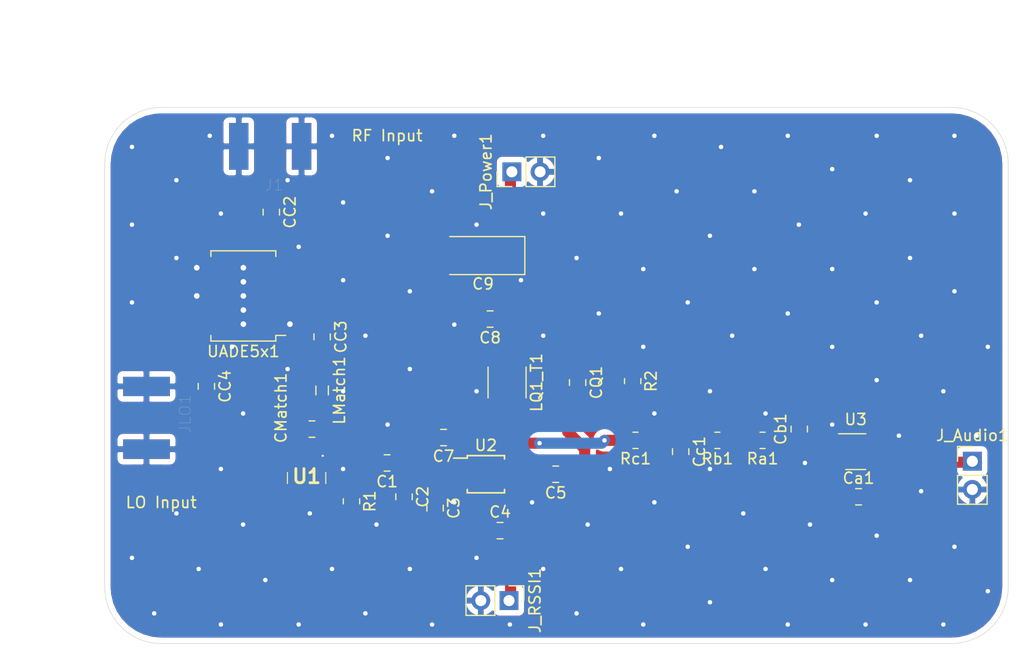
<source format=kicad_pcb>
(kicad_pcb (version 20171130) (host pcbnew "(5.1.9)-1")

  (general
    (thickness 1.6)
    (drawings 10)
    (tracks 210)
    (zones 0)
    (modules 32)
    (nets 25)
  )

  (page A4)
  (layers
    (0 F.Cu signal)
    (31 B.Cu signal)
    (32 B.Adhes user)
    (33 F.Adhes user)
    (34 B.Paste user)
    (35 F.Paste user)
    (36 B.SilkS user)
    (37 F.SilkS user)
    (38 B.Mask user)
    (39 F.Mask user)
    (40 Dwgs.User user)
    (41 Cmts.User user)
    (42 Eco1.User user)
    (43 Eco2.User user)
    (44 Edge.Cuts user)
    (45 Margin user)
    (46 B.CrtYd user)
    (47 F.CrtYd user)
    (48 B.Fab user)
    (49 F.Fab user)
  )

  (setup
    (last_trace_width 0.25)
    (user_trace_width 0.5)
    (user_trace_width 0.75)
    (user_trace_width 1)
    (trace_clearance 0.2)
    (zone_clearance 0.508)
    (zone_45_only no)
    (trace_min 0.2)
    (via_size 0.8)
    (via_drill 0.4)
    (via_min_size 0.4)
    (via_min_drill 0.3)
    (uvia_size 0.3)
    (uvia_drill 0.1)
    (uvias_allowed no)
    (uvia_min_size 0.2)
    (uvia_min_drill 0.1)
    (edge_width 0.05)
    (segment_width 0.2)
    (pcb_text_width 0.3)
    (pcb_text_size 1.5 1.5)
    (mod_edge_width 0.12)
    (mod_text_size 1 1)
    (mod_text_width 0.15)
    (pad_size 1.524 1.524)
    (pad_drill 0.762)
    (pad_to_mask_clearance 0)
    (aux_axis_origin 0 0)
    (visible_elements 7FFFFFFF)
    (pcbplotparams
      (layerselection 0x010fc_ffffffff)
      (usegerberextensions false)
      (usegerberattributes true)
      (usegerberadvancedattributes true)
      (creategerberjobfile true)
      (excludeedgelayer true)
      (linewidth 0.100000)
      (plotframeref false)
      (viasonmask false)
      (mode 1)
      (useauxorigin false)
      (hpglpennumber 1)
      (hpglpenspeed 20)
      (hpglpendiameter 15.000000)
      (psnegative false)
      (psa4output false)
      (plotreference true)
      (plotvalue true)
      (plotinvisibletext false)
      (padsonsilk false)
      (subtractmaskfromsilk false)
      (outputformat 1)
      (mirror false)
      (drillshape 0)
      (scaleselection 1)
      (outputdirectory "Gerber/"))
  )

  (net 0 "")
  (net 1 GND)
  (net 2 "Net-(C2-Pad1)")
  (net 3 "Net-(C3-Pad1)")
  (net 4 /RSSI_Out)
  (net 5 "Net-(C5-Pad2)")
  (net 6 "Net-(C5-Pad1)")
  (net 7 +5V)
  (net 8 /Audio_Out)
  (net 9 "Net-(Ca1-Pad1)")
  (net 10 "Net-(Cb1-Pad1)")
  (net 11 "Net-(Cc1-Pad1)")
  (net 12 "Net-(CMatch1-Pad1)")
  (net 13 /IF_In)
  (net 14 /AF_Out)
  (net 15 "Net-(U1-Pad4)")
  (net 16 "Net-(U1-Pad3)")
  (net 17 "Net-(U2-Pad7)")
  (net 18 "Net-(C1-Pad1)")
  (net 19 "Net-(CC2-Pad2)")
  (net 20 "Net-(CC2-Pad1)")
  (net 21 "Net-(CC3-Pad2)")
  (net 22 "Net-(CC3-Pad1)")
  (net 23 "Net-(CC4-Pad2)")
  (net 24 "Net-(CC4-Pad1)")

  (net_class Default "This is the default net class."
    (clearance 0.2)
    (trace_width 0.25)
    (via_dia 0.8)
    (via_drill 0.4)
    (uvia_dia 0.3)
    (uvia_drill 0.1)
    (add_net +5V)
    (add_net /AF_Out)
    (add_net /Audio_Out)
    (add_net /IF_In)
    (add_net /RSSI_Out)
    (add_net GND)
    (add_net "Net-(C1-Pad1)")
    (add_net "Net-(C2-Pad1)")
    (add_net "Net-(C3-Pad1)")
    (add_net "Net-(C5-Pad1)")
    (add_net "Net-(C5-Pad2)")
    (add_net "Net-(CC2-Pad1)")
    (add_net "Net-(CC2-Pad2)")
    (add_net "Net-(CC3-Pad1)")
    (add_net "Net-(CC3-Pad2)")
    (add_net "Net-(CC4-Pad1)")
    (add_net "Net-(CC4-Pad2)")
    (add_net "Net-(CMatch1-Pad1)")
    (add_net "Net-(Ca1-Pad1)")
    (add_net "Net-(Cb1-Pad1)")
    (add_net "Net-(Cc1-Pad1)")
    (add_net "Net-(U1-Pad3)")
    (add_net "Net-(U1-Pad4)")
    (add_net "Net-(U2-Pad7)")
  )

  (module AdditionalLibs:SFECF10M7DF00R0 (layer F.Cu) (tedit 0) (tstamp 60483DAF)
    (at 96.901 91.6305 180)
    (descr SFECF10M7DF00-R0)
    (tags "Undefined or Miscellaneous")
    (path /60486290)
    (attr smd)
    (fp_text reference U1 (at 0 0) (layer F.SilkS)
      (effects (font (size 1.27 1.27) (thickness 0.254)))
    )
    (fp_text value SFECF10M7EA00-R0 (at 0 0) (layer F.SilkS) hide
      (effects (font (size 1.27 1.27) (thickness 0.254)))
    )
    (fp_arc (start -1.45 1.85) (end -1.4 1.85) (angle 180) (layer F.SilkS) (width 0.1))
    (fp_arc (start -1.45 1.85) (end -1.5 1.85) (angle 180) (layer F.SilkS) (width 0.1))
    (fp_text user %R (at 0 0) (layer F.Fab)
      (effects (font (size 1.27 1.27) (thickness 0.254)))
    )
    (fp_line (start -1.725 -1.7) (end 1.725 -1.7) (layer F.Fab) (width 0.2))
    (fp_line (start 1.725 -1.7) (end 1.725 1.4) (layer F.Fab) (width 0.2))
    (fp_line (start 1.725 1.4) (end -1.725 1.4) (layer F.Fab) (width 0.2))
    (fp_line (start -1.725 1.4) (end -1.725 -1.7) (layer F.Fab) (width 0.2))
    (fp_line (start -2.8 -2.9) (end 2.8 -2.9) (layer F.CrtYd) (width 0.1))
    (fp_line (start 2.8 -2.9) (end 2.8 2.9) (layer F.CrtYd) (width 0.1))
    (fp_line (start 2.8 2.9) (end -2.8 2.9) (layer F.CrtYd) (width 0.1))
    (fp_line (start -2.8 2.9) (end -2.8 -2.9) (layer F.CrtYd) (width 0.1))
    (fp_line (start -1.725 -0.65) (end -1.725 0.35) (layer F.SilkS) (width 0.1))
    (fp_line (start 1.725 -0.65) (end 1.725 0.35) (layer F.SilkS) (width 0.1))
    (fp_line (start -1.5 1.85) (end -1.5 1.85) (layer F.SilkS) (width 0.1))
    (fp_line (start -1.4 1.85) (end -1.4 1.85) (layer F.SilkS) (width 0.1))
    (pad 6 smd rect (at -1.4 -1.375 180) (size 0.8 1.05) (layers F.Cu F.Paste F.Mask)
      (net 13 /IF_In))
    (pad 5 smd rect (at 0 -1.375 180) (size 0.8 1.05) (layers F.Cu F.Paste F.Mask)
      (net 1 GND))
    (pad 4 smd rect (at 1.4 -1.375 180) (size 0.8 1.05) (layers F.Cu F.Paste F.Mask)
      (net 15 "Net-(U1-Pad4)"))
    (pad 3 smd rect (at 1.4 1.075 180) (size 0.8 1.05) (layers F.Cu F.Paste F.Mask)
      (net 16 "Net-(U1-Pad3)"))
    (pad 2 smd rect (at 0 1.075 180) (size 0.8 1.05) (layers F.Cu F.Paste F.Mask)
      (net 1 GND))
    (pad 1 smd rect (at -1.4 1.075 180) (size 0.8 1.05) (layers F.Cu F.Paste F.Mask)
      (net 12 "Net-(CMatch1-Pad1)"))
    (model SFECF10M7EA00-R0.stp
      (at (xyz 0 0 0))
      (scale (xyz 1 1 1))
      (rotate (xyz 0 0 0))
    )
  )

  (module AdditionalLibs:SAMTEC_SMA-J-P-H-ST-EM1 (layer F.Cu) (tedit 60249D12) (tstamp 6048ABED)
    (at 82.296 86.36 270)
    (path /6046E728)
    (fp_text reference JLO1 (at -0.34105 -3.66967 90) (layer F.SilkS)
      (effects (font (size 1 1) (thickness 0.015)))
    )
    (fp_text value SMA-J-P-H-ST-EM1 (at 11.20429 12.3677 90) (layer F.Fab)
      (effects (font (size 1 1) (thickness 0.015)))
    )
    (fp_text user PCB~EDGE (at 4.30403 1.70159 90) (layer F.Fab)
      (effects (font (size 0.48 0.48) (thickness 0.015)))
    )
    (fp_line (start 3.165 1.9) (end 3.165 11.42) (layer F.Fab) (width 0.1))
    (fp_line (start 3.165 11.42) (end -3.165 11.42) (layer F.Fab) (width 0.1))
    (fp_line (start -3.165 11.42) (end -3.165 1.9) (layer F.Fab) (width 0.1))
    (fp_line (start -5 1.9) (end -3.165 1.9) (layer F.Fab) (width 0.1))
    (fp_line (start -3.165 1.9) (end 3.165 1.9) (layer F.Fab) (width 0.1))
    (fp_line (start 3.165 1.9) (end 5 1.9) (layer F.Fab) (width 0.1))
    (fp_line (start -3.165 1.9) (end -3.175 -1.91) (layer F.Fab) (width 0.1))
    (fp_line (start -3.175 -1.91) (end 3.175 -1.91) (layer F.Fab) (width 0.1))
    (fp_line (start 3.175 -1.91) (end 3.165 1.9) (layer F.Fab) (width 0.1))
    (fp_line (start -3.75 -2.55) (end 3.75 -2.55) (layer F.CrtYd) (width 0.05))
    (fp_line (start 3.75 -2.55) (end 3.75 2.15) (layer F.CrtYd) (width 0.05))
    (fp_line (start 3.75 2.15) (end 3.415 2.15) (layer F.CrtYd) (width 0.05))
    (fp_line (start 3.415 2.15) (end 3.415 11.67) (layer F.CrtYd) (width 0.05))
    (fp_line (start 3.415 11.67) (end -3.415 11.67) (layer F.CrtYd) (width 0.05))
    (fp_line (start -3.415 11.67) (end -3.415 2.15) (layer F.CrtYd) (width 0.05))
    (fp_line (start -3.415 2.15) (end -3.75 2.15) (layer F.CrtYd) (width 0.05))
    (fp_line (start -3.75 2.15) (end -3.75 -2.55) (layer F.CrtYd) (width 0.05))
    (pad 3_2 smd rect (at 2.825 -0.2 270) (size 1.75 4.2) (layers B.Cu B.Paste B.Mask)
      (net 1 GND))
    (pad 2_2 smd rect (at -2.825 -0.2 270) (size 1.75 4.2) (layers B.Cu B.Paste B.Mask)
      (net 1 GND))
    (pad 3_1 smd rect (at 2.825 -0.2 270) (size 1.75 4.2) (layers F.Cu F.Paste F.Mask)
      (net 1 GND))
    (pad 2_1 smd rect (at -2.825 -0.2 270) (size 1.75 4.2) (layers F.Cu F.Paste F.Mask)
      (net 1 GND))
    (pad 1 smd rect (at 0 0 270) (size 1.27 3.6) (layers F.Cu F.Paste F.Mask)
      (net 23 "Net-(CC4-Pad2)"))
  )

  (module Connector_PinHeader_2.54mm:PinHeader_1x02_P2.54mm_Vertical (layer F.Cu) (tedit 59FED5CC) (tstamp 60483D1F)
    (at 115.1128 102.8192 270)
    (descr "Through hole straight pin header, 1x02, 2.54mm pitch, single row")
    (tags "Through hole pin header THT 1x02 2.54mm single row")
    (path /604E6496)
    (fp_text reference J_RSSI1 (at 0 -2.33 90) (layer F.SilkS)
      (effects (font (size 1 1) (thickness 0.15)))
    )
    (fp_text value Conn_01x02 (at 0 4.87 90) (layer F.Fab)
      (effects (font (size 1 1) (thickness 0.15)))
    )
    (fp_text user %R (at 0 1.27) (layer F.Fab)
      (effects (font (size 1 1) (thickness 0.15)))
    )
    (fp_line (start -0.635 -1.27) (end 1.27 -1.27) (layer F.Fab) (width 0.1))
    (fp_line (start 1.27 -1.27) (end 1.27 3.81) (layer F.Fab) (width 0.1))
    (fp_line (start 1.27 3.81) (end -1.27 3.81) (layer F.Fab) (width 0.1))
    (fp_line (start -1.27 3.81) (end -1.27 -0.635) (layer F.Fab) (width 0.1))
    (fp_line (start -1.27 -0.635) (end -0.635 -1.27) (layer F.Fab) (width 0.1))
    (fp_line (start -1.33 3.87) (end 1.33 3.87) (layer F.SilkS) (width 0.12))
    (fp_line (start -1.33 1.27) (end -1.33 3.87) (layer F.SilkS) (width 0.12))
    (fp_line (start 1.33 1.27) (end 1.33 3.87) (layer F.SilkS) (width 0.12))
    (fp_line (start -1.33 1.27) (end 1.33 1.27) (layer F.SilkS) (width 0.12))
    (fp_line (start -1.33 0) (end -1.33 -1.33) (layer F.SilkS) (width 0.12))
    (fp_line (start -1.33 -1.33) (end 0 -1.33) (layer F.SilkS) (width 0.12))
    (fp_line (start -1.8 -1.8) (end -1.8 4.35) (layer F.CrtYd) (width 0.05))
    (fp_line (start -1.8 4.35) (end 1.8 4.35) (layer F.CrtYd) (width 0.05))
    (fp_line (start 1.8 4.35) (end 1.8 -1.8) (layer F.CrtYd) (width 0.05))
    (fp_line (start 1.8 -1.8) (end -1.8 -1.8) (layer F.CrtYd) (width 0.05))
    (pad 2 thru_hole oval (at 0 2.54 270) (size 1.7 1.7) (drill 1) (layers *.Cu *.Mask)
      (net 1 GND))
    (pad 1 thru_hole rect (at 0 0 270) (size 1.7 1.7) (drill 1) (layers *.Cu *.Mask)
      (net 4 /RSSI_Out))
    (model ${KISYS3DMOD}/Connector_PinHeader_2.54mm.3dshapes/PinHeader_1x02_P2.54mm_Vertical.wrl
      (at (xyz 0 0 0))
      (scale (xyz 1 1 1))
      (rotate (xyz 0 0 0))
    )
  )

  (module Connector_PinHeader_2.54mm:PinHeader_1x02_P2.54mm_Vertical (layer F.Cu) (tedit 59FED5CC) (tstamp 60483CEC)
    (at 115.3668 64.2112 90)
    (descr "Through hole straight pin header, 1x02, 2.54mm pitch, single row")
    (tags "Through hole pin header THT 1x02 2.54mm single row")
    (path /604E7CA0)
    (fp_text reference J_Power1 (at 0 -2.33 90) (layer F.SilkS)
      (effects (font (size 1 1) (thickness 0.15)))
    )
    (fp_text value Conn_01x02 (at 0 4.87 90) (layer F.Fab)
      (effects (font (size 1 1) (thickness 0.15)))
    )
    (fp_text user %R (at 0 1.27) (layer F.Fab)
      (effects (font (size 1 1) (thickness 0.15)))
    )
    (fp_line (start -0.635 -1.27) (end 1.27 -1.27) (layer F.Fab) (width 0.1))
    (fp_line (start 1.27 -1.27) (end 1.27 3.81) (layer F.Fab) (width 0.1))
    (fp_line (start 1.27 3.81) (end -1.27 3.81) (layer F.Fab) (width 0.1))
    (fp_line (start -1.27 3.81) (end -1.27 -0.635) (layer F.Fab) (width 0.1))
    (fp_line (start -1.27 -0.635) (end -0.635 -1.27) (layer F.Fab) (width 0.1))
    (fp_line (start -1.33 3.87) (end 1.33 3.87) (layer F.SilkS) (width 0.12))
    (fp_line (start -1.33 1.27) (end -1.33 3.87) (layer F.SilkS) (width 0.12))
    (fp_line (start 1.33 1.27) (end 1.33 3.87) (layer F.SilkS) (width 0.12))
    (fp_line (start -1.33 1.27) (end 1.33 1.27) (layer F.SilkS) (width 0.12))
    (fp_line (start -1.33 0) (end -1.33 -1.33) (layer F.SilkS) (width 0.12))
    (fp_line (start -1.33 -1.33) (end 0 -1.33) (layer F.SilkS) (width 0.12))
    (fp_line (start -1.8 -1.8) (end -1.8 4.35) (layer F.CrtYd) (width 0.05))
    (fp_line (start -1.8 4.35) (end 1.8 4.35) (layer F.CrtYd) (width 0.05))
    (fp_line (start 1.8 4.35) (end 1.8 -1.8) (layer F.CrtYd) (width 0.05))
    (fp_line (start 1.8 -1.8) (end -1.8 -1.8) (layer F.CrtYd) (width 0.05))
    (pad 2 thru_hole oval (at 0 2.54 90) (size 1.7 1.7) (drill 1) (layers *.Cu *.Mask)
      (net 1 GND))
    (pad 1 thru_hole rect (at 0 0 90) (size 1.7 1.7) (drill 1) (layers *.Cu *.Mask)
      (net 7 +5V))
    (model ${KISYS3DMOD}/Connector_PinHeader_2.54mm.3dshapes/PinHeader_1x02_P2.54mm_Vertical.wrl
      (at (xyz 0 0 0))
      (scale (xyz 1 1 1))
      (rotate (xyz 0 0 0))
    )
  )

  (module Connector_PinHeader_2.54mm:PinHeader_1x02_P2.54mm_Vertical (layer F.Cu) (tedit 59FED5CC) (tstamp 60483CB9)
    (at 156.7942 90.2716)
    (descr "Through hole straight pin header, 1x02, 2.54mm pitch, single row")
    (tags "Through hole pin header THT 1x02 2.54mm single row")
    (path /604E071B)
    (fp_text reference J_Audio1 (at 0 -2.33) (layer F.SilkS)
      (effects (font (size 1 1) (thickness 0.15)))
    )
    (fp_text value Conn_01x02 (at 0 4.87) (layer F.Fab)
      (effects (font (size 1 1) (thickness 0.15)))
    )
    (fp_text user %R (at -3.1242 2.3368 90) (layer F.Fab)
      (effects (font (size 1 1) (thickness 0.15)))
    )
    (fp_line (start -0.635 -1.27) (end 1.27 -1.27) (layer F.Fab) (width 0.1))
    (fp_line (start 1.27 -1.27) (end 1.27 3.81) (layer F.Fab) (width 0.1))
    (fp_line (start 1.27 3.81) (end -1.27 3.81) (layer F.Fab) (width 0.1))
    (fp_line (start -1.27 3.81) (end -1.27 -0.635) (layer F.Fab) (width 0.1))
    (fp_line (start -1.27 -0.635) (end -0.635 -1.27) (layer F.Fab) (width 0.1))
    (fp_line (start -1.33 3.87) (end 1.33 3.87) (layer F.SilkS) (width 0.12))
    (fp_line (start -1.33 1.27) (end -1.33 3.87) (layer F.SilkS) (width 0.12))
    (fp_line (start 1.33 1.27) (end 1.33 3.87) (layer F.SilkS) (width 0.12))
    (fp_line (start -1.33 1.27) (end 1.33 1.27) (layer F.SilkS) (width 0.12))
    (fp_line (start -1.33 0) (end -1.33 -1.33) (layer F.SilkS) (width 0.12))
    (fp_line (start -1.33 -1.33) (end 0 -1.33) (layer F.SilkS) (width 0.12))
    (fp_line (start -1.8 -1.8) (end -1.8 4.35) (layer F.CrtYd) (width 0.05))
    (fp_line (start -1.8 4.35) (end 1.8 4.35) (layer F.CrtYd) (width 0.05))
    (fp_line (start 1.8 4.35) (end 1.8 -1.8) (layer F.CrtYd) (width 0.05))
    (fp_line (start 1.8 -1.8) (end -1.8 -1.8) (layer F.CrtYd) (width 0.05))
    (pad 2 thru_hole oval (at 0 2.54) (size 1.7 1.7) (drill 1) (layers *.Cu *.Mask)
      (net 1 GND))
    (pad 1 thru_hole rect (at 0 0) (size 1.7 1.7) (drill 1) (layers *.Cu *.Mask)
      (net 8 /Audio_Out))
    (model ${KISYS3DMOD}/Connector_PinHeader_2.54mm.3dshapes/PinHeader_1x02_P2.54mm_Vertical.wrl
      (at (xyz 0 0 0))
      (scale (xyz 1 1 1))
      (rotate (xyz 0 0 0))
    )
  )

  (module AdditionalLibs:SAMTEC_SMA-J-P-H-ST-EM1 (layer F.Cu) (tedit 60249D12) (tstamp 60483C86)
    (at 93.6244 61.722 180)
    (path /604D708B)
    (fp_text reference J1 (at -0.34105 -3.66967) (layer F.SilkS)
      (effects (font (size 1 1) (thickness 0.015)))
    )
    (fp_text value SMA-J-P-H-ST-EM1 (at 11.20429 12.3677) (layer F.Fab)
      (effects (font (size 1 1) (thickness 0.015)))
    )
    (fp_text user PCB~EDGE (at 4.30403 1.70159) (layer F.Fab)
      (effects (font (size 0.48 0.48) (thickness 0.015)))
    )
    (fp_line (start 3.165 1.9) (end 3.165 11.42) (layer F.Fab) (width 0.1))
    (fp_line (start 3.165 11.42) (end -3.165 11.42) (layer F.Fab) (width 0.1))
    (fp_line (start -3.165 11.42) (end -3.165 1.9) (layer F.Fab) (width 0.1))
    (fp_line (start -5 1.9) (end -3.165 1.9) (layer F.Fab) (width 0.1))
    (fp_line (start -3.165 1.9) (end 3.165 1.9) (layer F.Fab) (width 0.1))
    (fp_line (start 3.165 1.9) (end 5 1.9) (layer F.Fab) (width 0.1))
    (fp_line (start -3.165 1.9) (end -3.175 -1.91) (layer F.Fab) (width 0.1))
    (fp_line (start -3.175 -1.91) (end 3.175 -1.91) (layer F.Fab) (width 0.1))
    (fp_line (start 3.175 -1.91) (end 3.165 1.9) (layer F.Fab) (width 0.1))
    (fp_line (start -3.75 -2.55) (end 3.75 -2.55) (layer F.CrtYd) (width 0.05))
    (fp_line (start 3.75 -2.55) (end 3.75 2.15) (layer F.CrtYd) (width 0.05))
    (fp_line (start 3.75 2.15) (end 3.415 2.15) (layer F.CrtYd) (width 0.05))
    (fp_line (start 3.415 2.15) (end 3.415 11.67) (layer F.CrtYd) (width 0.05))
    (fp_line (start 3.415 11.67) (end -3.415 11.67) (layer F.CrtYd) (width 0.05))
    (fp_line (start -3.415 11.67) (end -3.415 2.15) (layer F.CrtYd) (width 0.05))
    (fp_line (start -3.415 2.15) (end -3.75 2.15) (layer F.CrtYd) (width 0.05))
    (fp_line (start -3.75 2.15) (end -3.75 -2.55) (layer F.CrtYd) (width 0.05))
    (pad 3_2 smd rect (at 2.825 -0.2 180) (size 1.75 4.2) (layers B.Cu B.Paste B.Mask)
      (net 1 GND))
    (pad 2_2 smd rect (at -2.825 -0.2 180) (size 1.75 4.2) (layers B.Cu B.Paste B.Mask)
      (net 1 GND))
    (pad 3_1 smd rect (at 2.825 -0.2 180) (size 1.75 4.2) (layers F.Cu F.Paste F.Mask)
      (net 1 GND))
    (pad 2_1 smd rect (at -2.825 -0.2 180) (size 1.75 4.2) (layers F.Cu F.Paste F.Mask)
      (net 1 GND))
    (pad 1 smd rect (at 0 0 180) (size 1.27 3.6) (layers F.Cu F.Paste F.Mask)
      (net 20 "Net-(CC2-Pad1)"))
  )

  (module Package_SO:MSOP-10_3x3mm_P0.5mm (layer F.Cu) (tedit 5A02F25C) (tstamp 60481060)
    (at 113.03 91.44)
    (descr "10-Lead Plastic Micro Small Outline Package (MS) [MSOP] (see Microchip Packaging Specification 00000049BS.pdf)")
    (tags "SSOP 0.5")
    (path /604827E6)
    (attr smd)
    (fp_text reference U2 (at 0 -2.6) (layer F.SilkS)
      (effects (font (size 1 1) (thickness 0.15)))
    )
    (fp_text value NJM2549 (at 0 2.6) (layer F.Fab)
      (effects (font (size 1 1) (thickness 0.15)))
    )
    (fp_line (start -0.5 -1.5) (end 1.5 -1.5) (layer F.Fab) (width 0.15))
    (fp_line (start 1.5 -1.5) (end 1.5 1.5) (layer F.Fab) (width 0.15))
    (fp_line (start 1.5 1.5) (end -1.5 1.5) (layer F.Fab) (width 0.15))
    (fp_line (start -1.5 1.5) (end -1.5 -0.5) (layer F.Fab) (width 0.15))
    (fp_line (start -1.5 -0.5) (end -0.5 -1.5) (layer F.Fab) (width 0.15))
    (fp_line (start -3.15 -1.85) (end -3.15 1.85) (layer F.CrtYd) (width 0.05))
    (fp_line (start 3.15 -1.85) (end 3.15 1.85) (layer F.CrtYd) (width 0.05))
    (fp_line (start -3.15 -1.85) (end 3.15 -1.85) (layer F.CrtYd) (width 0.05))
    (fp_line (start -3.15 1.85) (end 3.15 1.85) (layer F.CrtYd) (width 0.05))
    (fp_line (start -1.675 -1.675) (end -1.675 -1.45) (layer F.SilkS) (width 0.15))
    (fp_line (start 1.675 -1.675) (end 1.675 -1.375) (layer F.SilkS) (width 0.15))
    (fp_line (start 1.675 1.675) (end 1.675 1.375) (layer F.SilkS) (width 0.15))
    (fp_line (start -1.675 1.675) (end -1.675 1.375) (layer F.SilkS) (width 0.15))
    (fp_line (start -1.675 -1.675) (end 1.675 -1.675) (layer F.SilkS) (width 0.15))
    (fp_line (start -1.675 1.675) (end 1.675 1.675) (layer F.SilkS) (width 0.15))
    (fp_line (start -1.675 -1.45) (end -2.9 -1.45) (layer F.SilkS) (width 0.15))
    (fp_text user %R (at 0 0) (layer F.Fab)
      (effects (font (size 0.6 0.6) (thickness 0.15)))
    )
    (pad 10 smd rect (at 2.2 -1) (size 1.4 0.3) (layers F.Cu F.Paste F.Mask)
      (net 14 /AF_Out))
    (pad 9 smd rect (at 2.2 -0.5) (size 1.4 0.3) (layers F.Cu F.Paste F.Mask)
      (net 6 "Net-(C5-Pad1)"))
    (pad 8 smd rect (at 2.2 0) (size 1.4 0.3) (layers F.Cu F.Paste F.Mask)
      (net 5 "Net-(C5-Pad2)"))
    (pad 7 smd rect (at 2.2 0.5) (size 1.4 0.3) (layers F.Cu F.Paste F.Mask)
      (net 17 "Net-(U2-Pad7)"))
    (pad 6 smd rect (at 2.2 1) (size 1.4 0.3) (layers F.Cu F.Paste F.Mask)
      (net 4 /RSSI_Out))
    (pad 5 smd rect (at -2.2 1) (size 1.4 0.3) (layers F.Cu F.Paste F.Mask)
      (net 1 GND))
    (pad 4 smd rect (at -2.2 0.5) (size 1.4 0.3) (layers F.Cu F.Paste F.Mask)
      (net 3 "Net-(C3-Pad1)"))
    (pad 3 smd rect (at -2.2 0) (size 1.4 0.3) (layers F.Cu F.Paste F.Mask)
      (net 2 "Net-(C2-Pad1)"))
    (pad 2 smd rect (at -2.2 -0.5) (size 1.4 0.3) (layers F.Cu F.Paste F.Mask)
      (net 18 "Net-(C1-Pad1)"))
    (pad 1 smd rect (at -2.2 -1) (size 1.4 0.3) (layers F.Cu F.Paste F.Mask)
      (net 7 +5V))
    (model ${KISYS3DMOD}/Package_SO.3dshapes/MSOP-10_3x3mm_P0.5mm.wrl
      (at (xyz 0 0 0))
      (scale (xyz 1 1 1))
      (rotate (xyz 0 0 0))
    )
  )

  (module RF_Mini-Circuits:Mini-Circuits_CD542_LandPatternPL-052 (layer F.Cu) (tedit 5C180669) (tstamp 6048AD6F)
    (at 91.2114 75.3872 180)
    (descr "Footprint for Mini-Circuits case CD542 (https://ww2.minicircuits.com/case_style/CD542.pdf) using land-pattern PL-052, including GND-vias (https://ww2.minicircuits.com/pcb/98-pl052.pdf)")
    (tags "MiniCircuits PL-052 CD542")
    (path /60467C61)
    (attr smd)
    (fp_text reference UADE5x1 (at 0 -5) (layer F.SilkS)
      (effects (font (size 1 1) (thickness 0.15)))
    )
    (fp_text value ADE-6 (at 0 5.2) (layer F.Fab)
      (effects (font (size 1.2 1.2) (thickness 0.2)))
    )
    (fp_line (start -2.794 -2.667) (end -2.794 3.937) (layer F.Fab) (width 0.1))
    (fp_line (start 2.794 -3.937) (end -1.524 -3.937) (layer F.Fab) (width 0.1))
    (fp_line (start 2.794 3.937) (end 2.794 -3.937) (layer F.Fab) (width 0.1))
    (fp_line (start -2.794 3.937) (end 2.794 3.937) (layer F.Fab) (width 0.1))
    (fp_line (start 2.921 -3.556) (end 2.921 -4.064) (layer F.SilkS) (width 0.12))
    (fp_line (start 2.921 -4.064) (end -2.921 -4.064) (layer F.SilkS) (width 0.12))
    (fp_line (start -2.921 -4.064) (end -2.921 -3.556) (layer F.SilkS) (width 0.12))
    (fp_line (start -2.921 -3.556) (end -3.81 -3.556) (layer F.SilkS) (width 0.12))
    (fp_line (start -2.921 3.556) (end -2.921 4.064) (layer F.SilkS) (width 0.12))
    (fp_line (start -2.921 4.064) (end 2.921 4.064) (layer F.SilkS) (width 0.12))
    (fp_line (start 2.921 4.064) (end 2.921 3.556) (layer F.SilkS) (width 0.12))
    (fp_line (start -1.524 -3.937) (end -2.794 -2.667) (layer F.Fab) (width 0.1))
    (fp_line (start -4.95 -4.19) (end 4.95 -4.19) (layer F.CrtYd) (width 0.05))
    (fp_line (start -4.95 -4.19) (end -4.95 4.19) (layer F.CrtYd) (width 0.05))
    (fp_line (start 4.95 4.19) (end 4.95 -4.19) (layer F.CrtYd) (width 0.05))
    (fp_line (start 4.95 4.19) (end -4.95 4.19) (layer F.CrtYd) (width 0.05))
    (fp_text user %R (at 0 0 90) (layer F.Fab)
      (effects (font (size 1 1) (thickness 0.15)))
    )
    (pad 4 smd rect (at 2.032 1.27 180) (size 5.334 4.191) (layers F.Cu)
      (net 1 GND) (zone_connect 2))
    (pad 1 smd rect (at -2.54 -2.54 180) (size 2.54 1.651) (layers F.Cu F.Paste F.Mask)
      (net 1 GND) (zone_connect 2))
    (pad 2 smd rect (at -2.54 0 180) (size 2.54 1.651) (layers F.Cu F.Paste F.Mask)
      (net 22 "Net-(CC3-Pad1)") (clearance 0.635))
    (pad 3 smd rect (at -2.54 2.54 180) (size 2.54 1.651) (layers F.Cu F.Paste F.Mask)
      (net 19 "Net-(CC2-Pad2)") (clearance 0.635))
    (pad 6 smd rect (at 2.54 -2.54 180) (size 2.54 1.651) (layers F.Cu F.Paste F.Mask)
      (net 24 "Net-(CC4-Pad1)") (clearance 0.635))
    (pad 5 smd rect (at 2.54 0 180) (size 2.54 1.651) (layers F.Cu F.Paste F.Mask)
      (net 1 GND) (zone_connect 2))
    (pad 4 smd rect (at 2.54 2.54 180) (size 2.54 1.651) (layers F.Cu F.Paste F.Mask)
      (net 1 GND) (zone_connect 2))
    (pad 1 thru_hole circle (at -4.191 -2.54 180) (size 1.016 1.016) (drill 0.508) (layers *.Cu)
      (net 1 GND) (zone_connect 2))
    (pad 5 thru_hole circle (at 4.191 0 180) (size 1.016 1.016) (drill 0.508) (layers *.Cu)
      (net 1 GND) (zone_connect 2))
    (pad 4 thru_hole circle (at 4.191 2.54 180) (size 1.016 1.016) (drill 0.508) (layers *.Cu)
      (net 1 GND) (zone_connect 2))
    (pad 1 smd rect (at -2.032 -2.54 180) (size 5.334 1.651) (layers F.Cu)
      (net 1 GND) (zone_connect 2))
    (pad 1 thru_hole circle (at 0 -2.54 180) (size 1.016 1.016) (drill 0.508) (layers *.Cu)
      (net 1 GND) (zone_connect 2))
    (pad 1 thru_hole circle (at 0 -1.27 180) (size 1.016 1.016) (drill 0.508) (layers *.Cu)
      (net 1 GND) (zone_connect 2))
    (pad 1 thru_hole circle (at 0 0 180) (size 1.016 1.016) (drill 0.508) (layers *.Cu)
      (net 1 GND) (zone_connect 2))
    (pad 1 thru_hole circle (at 0 1.27 180) (size 1.016 1.016) (drill 0.508) (layers *.Cu)
      (net 1 GND) (zone_connect 2))
    (pad 1 thru_hole circle (at 0 2.54 180) (size 1.016 1.016) (drill 0.508) (layers *.Cu)
      (net 1 GND) (zone_connect 2))
    (pad 1 smd rect (at 0 0 180) (size 1.27 6.731) (layers F.Cu)
      (net 1 GND) (zone_connect 2))
    (model ${KISYS3DMOD}/RF_Mini-Circuits.3dshapes/Mini-Circuits_CD542.wrl
      (at (xyz 0 0 0))
      (scale (xyz 1 1 1))
      (rotate (xyz 0 0 0))
    )
  )

  (module Capacitor_SMD:C_0805_2012Metric (layer F.Cu) (tedit 5F68FEEE) (tstamp 6048AA4C)
    (at 87.884 83.5279 270)
    (descr "Capacitor SMD 0805 (2012 Metric), square (rectangular) end terminal, IPC_7351 nominal, (Body size source: IPC-SM-782 page 76, https://www.pcb-3d.com/wordpress/wp-content/uploads/ipc-sm-782a_amendment_1_and_2.pdf, https://docs.google.com/spreadsheets/d/1BsfQQcO9C6DZCsRaXUlFlo91Tg2WpOkGARC1WS5S8t0/edit?usp=sharing), generated with kicad-footprint-generator")
    (tags capacitor)
    (path /60473191)
    (attr smd)
    (fp_text reference CC4 (at 0 -1.68 90) (layer F.SilkS)
      (effects (font (size 1 1) (thickness 0.15)))
    )
    (fp_text value .47u (at 0 1.68 90) (layer F.Fab)
      (effects (font (size 1 1) (thickness 0.15)))
    )
    (fp_line (start -1 0.625) (end -1 -0.625) (layer F.Fab) (width 0.1))
    (fp_line (start -1 -0.625) (end 1 -0.625) (layer F.Fab) (width 0.1))
    (fp_line (start 1 -0.625) (end 1 0.625) (layer F.Fab) (width 0.1))
    (fp_line (start 1 0.625) (end -1 0.625) (layer F.Fab) (width 0.1))
    (fp_line (start -0.261252 -0.735) (end 0.261252 -0.735) (layer F.SilkS) (width 0.12))
    (fp_line (start -0.261252 0.735) (end 0.261252 0.735) (layer F.SilkS) (width 0.12))
    (fp_line (start -1.7 0.98) (end -1.7 -0.98) (layer F.CrtYd) (width 0.05))
    (fp_line (start -1.7 -0.98) (end 1.7 -0.98) (layer F.CrtYd) (width 0.05))
    (fp_line (start 1.7 -0.98) (end 1.7 0.98) (layer F.CrtYd) (width 0.05))
    (fp_line (start 1.7 0.98) (end -1.7 0.98) (layer F.CrtYd) (width 0.05))
    (fp_text user %R (at 0 0 90) (layer F.Fab)
      (effects (font (size 0.5 0.5) (thickness 0.08)))
    )
    (pad 2 smd roundrect (at 0.95 0 270) (size 1 1.45) (layers F.Cu F.Paste F.Mask) (roundrect_rratio 0.25)
      (net 23 "Net-(CC4-Pad2)"))
    (pad 1 smd roundrect (at -0.95 0 270) (size 1 1.45) (layers F.Cu F.Paste F.Mask) (roundrect_rratio 0.25)
      (net 24 "Net-(CC4-Pad1)"))
    (model ${KISYS3DMOD}/Capacitor_SMD.3dshapes/C_0805_2012Metric.wrl
      (at (xyz 0 0 0))
      (scale (xyz 1 1 1))
      (rotate (xyz 0 0 0))
    )
  )

  (module Capacitor_SMD:C_0805_2012Metric (layer F.Cu) (tedit 5F68FEEE) (tstamp 6048AA3B)
    (at 98.298 79.0702 270)
    (descr "Capacitor SMD 0805 (2012 Metric), square (rectangular) end terminal, IPC_7351 nominal, (Body size source: IPC-SM-782 page 76, https://www.pcb-3d.com/wordpress/wp-content/uploads/ipc-sm-782a_amendment_1_and_2.pdf, https://docs.google.com/spreadsheets/d/1BsfQQcO9C6DZCsRaXUlFlo91Tg2WpOkGARC1WS5S8t0/edit?usp=sharing), generated with kicad-footprint-generator")
    (tags capacitor)
    (path /6048069E)
    (attr smd)
    (fp_text reference CC3 (at 0 -1.68 90) (layer F.SilkS)
      (effects (font (size 1 1) (thickness 0.15)))
    )
    (fp_text value .470u (at 0 1.68 90) (layer F.Fab)
      (effects (font (size 1 1) (thickness 0.15)))
    )
    (fp_line (start -1 0.625) (end -1 -0.625) (layer F.Fab) (width 0.1))
    (fp_line (start -1 -0.625) (end 1 -0.625) (layer F.Fab) (width 0.1))
    (fp_line (start 1 -0.625) (end 1 0.625) (layer F.Fab) (width 0.1))
    (fp_line (start 1 0.625) (end -1 0.625) (layer F.Fab) (width 0.1))
    (fp_line (start -0.261252 -0.735) (end 0.261252 -0.735) (layer F.SilkS) (width 0.12))
    (fp_line (start -0.261252 0.735) (end 0.261252 0.735) (layer F.SilkS) (width 0.12))
    (fp_line (start -1.7 0.98) (end -1.7 -0.98) (layer F.CrtYd) (width 0.05))
    (fp_line (start -1.7 -0.98) (end 1.7 -0.98) (layer F.CrtYd) (width 0.05))
    (fp_line (start 1.7 -0.98) (end 1.7 0.98) (layer F.CrtYd) (width 0.05))
    (fp_line (start 1.7 0.98) (end -1.7 0.98) (layer F.CrtYd) (width 0.05))
    (fp_text user %R (at 0 0 90) (layer F.Fab)
      (effects (font (size 0.5 0.5) (thickness 0.08)))
    )
    (pad 2 smd roundrect (at 0.95 0 270) (size 1 1.45) (layers F.Cu F.Paste F.Mask) (roundrect_rratio 0.25)
      (net 21 "Net-(CC3-Pad2)"))
    (pad 1 smd roundrect (at -0.95 0 270) (size 1 1.45) (layers F.Cu F.Paste F.Mask) (roundrect_rratio 0.25)
      (net 22 "Net-(CC3-Pad1)"))
    (model ${KISYS3DMOD}/Capacitor_SMD.3dshapes/C_0805_2012Metric.wrl
      (at (xyz 0 0 0))
      (scale (xyz 1 1 1))
      (rotate (xyz 0 0 0))
    )
  )

  (module Capacitor_SMD:C_0805_2012Metric (layer F.Cu) (tedit 5F68FEEE) (tstamp 6048AA2A)
    (at 93.726 67.8434 270)
    (descr "Capacitor SMD 0805 (2012 Metric), square (rectangular) end terminal, IPC_7351 nominal, (Body size source: IPC-SM-782 page 76, https://www.pcb-3d.com/wordpress/wp-content/uploads/ipc-sm-782a_amendment_1_and_2.pdf, https://docs.google.com/spreadsheets/d/1BsfQQcO9C6DZCsRaXUlFlo91Tg2WpOkGARC1WS5S8t0/edit?usp=sharing), generated with kicad-footprint-generator")
    (tags capacitor)
    (path /6046C6AA)
    (attr smd)
    (fp_text reference CC2 (at 0 -1.68 90) (layer F.SilkS)
      (effects (font (size 1 1) (thickness 0.15)))
    )
    (fp_text value .47u (at 0 1.68 90) (layer F.Fab)
      (effects (font (size 1 1) (thickness 0.15)))
    )
    (fp_line (start -1 0.625) (end -1 -0.625) (layer F.Fab) (width 0.1))
    (fp_line (start -1 -0.625) (end 1 -0.625) (layer F.Fab) (width 0.1))
    (fp_line (start 1 -0.625) (end 1 0.625) (layer F.Fab) (width 0.1))
    (fp_line (start 1 0.625) (end -1 0.625) (layer F.Fab) (width 0.1))
    (fp_line (start -0.261252 -0.735) (end 0.261252 -0.735) (layer F.SilkS) (width 0.12))
    (fp_line (start -0.261252 0.735) (end 0.261252 0.735) (layer F.SilkS) (width 0.12))
    (fp_line (start -1.7 0.98) (end -1.7 -0.98) (layer F.CrtYd) (width 0.05))
    (fp_line (start -1.7 -0.98) (end 1.7 -0.98) (layer F.CrtYd) (width 0.05))
    (fp_line (start 1.7 -0.98) (end 1.7 0.98) (layer F.CrtYd) (width 0.05))
    (fp_line (start 1.7 0.98) (end -1.7 0.98) (layer F.CrtYd) (width 0.05))
    (fp_text user %R (at 0 0 90) (layer F.Fab)
      (effects (font (size 0.5 0.5) (thickness 0.08)))
    )
    (pad 2 smd roundrect (at 0.95 0 270) (size 1 1.45) (layers F.Cu F.Paste F.Mask) (roundrect_rratio 0.25)
      (net 19 "Net-(CC2-Pad2)"))
    (pad 1 smd roundrect (at -0.95 0 270) (size 1 1.45) (layers F.Cu F.Paste F.Mask) (roundrect_rratio 0.25)
      (net 20 "Net-(CC2-Pad1)"))
    (model ${KISYS3DMOD}/Capacitor_SMD.3dshapes/C_0805_2012Metric.wrl
      (at (xyz 0 0 0))
      (scale (xyz 1 1 1))
      (rotate (xyz 0 0 0))
    )
  )

  (module Capacitor_SMD:C_0805_2012Metric (layer F.Cu) (tedit 5F68FEEE) (tstamp 604851AD)
    (at 104.14 90.424 180)
    (descr "Capacitor SMD 0805 (2012 Metric), square (rectangular) end terminal, IPC_7351 nominal, (Body size source: IPC-SM-782 page 76, https://www.pcb-3d.com/wordpress/wp-content/uploads/ipc-sm-782a_amendment_1_and_2.pdf, https://docs.google.com/spreadsheets/d/1BsfQQcO9C6DZCsRaXUlFlo91Tg2WpOkGARC1WS5S8t0/edit?usp=sharing), generated with kicad-footprint-generator")
    (tags capacitor)
    (path /60505A0F)
    (attr smd)
    (fp_text reference C1 (at 0 -1.68) (layer F.SilkS)
      (effects (font (size 1 1) (thickness 0.15)))
    )
    (fp_text value .01u (at 0 1.68) (layer F.Fab)
      (effects (font (size 1 1) (thickness 0.15)))
    )
    (fp_line (start 1.7 0.98) (end -1.7 0.98) (layer F.CrtYd) (width 0.05))
    (fp_line (start 1.7 -0.98) (end 1.7 0.98) (layer F.CrtYd) (width 0.05))
    (fp_line (start -1.7 -0.98) (end 1.7 -0.98) (layer F.CrtYd) (width 0.05))
    (fp_line (start -1.7 0.98) (end -1.7 -0.98) (layer F.CrtYd) (width 0.05))
    (fp_line (start -0.261252 0.735) (end 0.261252 0.735) (layer F.SilkS) (width 0.12))
    (fp_line (start -0.261252 -0.735) (end 0.261252 -0.735) (layer F.SilkS) (width 0.12))
    (fp_line (start 1 0.625) (end -1 0.625) (layer F.Fab) (width 0.1))
    (fp_line (start 1 -0.625) (end 1 0.625) (layer F.Fab) (width 0.1))
    (fp_line (start -1 -0.625) (end 1 -0.625) (layer F.Fab) (width 0.1))
    (fp_line (start -1 0.625) (end -1 -0.625) (layer F.Fab) (width 0.1))
    (fp_text user %R (at 0 0) (layer F.Fab)
      (effects (font (size 0.5 0.5) (thickness 0.08)))
    )
    (pad 2 smd roundrect (at 0.95 0 180) (size 1 1.45) (layers F.Cu F.Paste F.Mask) (roundrect_rratio 0.25)
      (net 13 /IF_In))
    (pad 1 smd roundrect (at -0.95 0 180) (size 1 1.45) (layers F.Cu F.Paste F.Mask) (roundrect_rratio 0.25)
      (net 18 "Net-(C1-Pad1)"))
    (model ${KISYS3DMOD}/Capacitor_SMD.3dshapes/C_0805_2012Metric.wrl
      (at (xyz 0 0 0))
      (scale (xyz 1 1 1))
      (rotate (xyz 0 0 0))
    )
  )

  (module Package_TO_SOT_SMD:SOT-23-5 (layer F.Cu) (tedit 5A02FF57) (tstamp 60483DE3)
    (at 146.304 89.408)
    (descr "5-pin SOT23 package")
    (tags SOT-23-5)
    (path /6049FE80)
    (attr smd)
    (fp_text reference U3 (at 0 -2.9) (layer F.SilkS)
      (effects (font (size 1 1) (thickness 0.15)))
    )
    (fp_text value NJM2741 (at 0 2.9) (layer F.Fab)
      (effects (font (size 1 1) (thickness 0.15)))
    )
    (fp_line (start 0.9 -1.55) (end 0.9 1.55) (layer F.Fab) (width 0.1))
    (fp_line (start 0.9 1.55) (end -0.9 1.55) (layer F.Fab) (width 0.1))
    (fp_line (start -0.9 -0.9) (end -0.9 1.55) (layer F.Fab) (width 0.1))
    (fp_line (start 0.9 -1.55) (end -0.25 -1.55) (layer F.Fab) (width 0.1))
    (fp_line (start -0.9 -0.9) (end -0.25 -1.55) (layer F.Fab) (width 0.1))
    (fp_line (start -1.9 1.8) (end -1.9 -1.8) (layer F.CrtYd) (width 0.05))
    (fp_line (start 1.9 1.8) (end -1.9 1.8) (layer F.CrtYd) (width 0.05))
    (fp_line (start 1.9 -1.8) (end 1.9 1.8) (layer F.CrtYd) (width 0.05))
    (fp_line (start -1.9 -1.8) (end 1.9 -1.8) (layer F.CrtYd) (width 0.05))
    (fp_line (start 0.9 -1.61) (end -1.55 -1.61) (layer F.SilkS) (width 0.12))
    (fp_line (start -0.9 1.61) (end 0.9 1.61) (layer F.SilkS) (width 0.12))
    (fp_text user %R (at 0 0 90) (layer F.Fab)
      (effects (font (size 0.5 0.5) (thickness 0.075)))
    )
    (pad 5 smd rect (at 1.1 -0.95) (size 1.06 0.65) (layers F.Cu F.Paste F.Mask)
      (net 7 +5V))
    (pad 4 smd rect (at 1.1 0.95) (size 1.06 0.65) (layers F.Cu F.Paste F.Mask)
      (net 8 /Audio_Out))
    (pad 3 smd rect (at -1.1 0.95) (size 1.06 0.65) (layers F.Cu F.Paste F.Mask)
      (net 9 "Net-(Ca1-Pad1)"))
    (pad 2 smd rect (at -1.1 0) (size 1.06 0.65) (layers F.Cu F.Paste F.Mask)
      (net 1 GND))
    (pad 1 smd rect (at -1.1 -0.95) (size 1.06 0.65) (layers F.Cu F.Paste F.Mask)
      (net 10 "Net-(Cb1-Pad1)"))
    (model ${KISYS3DMOD}/Package_TO_SOT_SMD.3dshapes/SOT-23-5.wrl
      (at (xyz 0 0 0))
      (scale (xyz 1 1 1))
      (rotate (xyz 0 0 0))
    )
  )

  (module Resistor_SMD:R_0805_2012Metric (layer F.Cu) (tedit 5F68FEEE) (tstamp 60483D96)
    (at 126.492 88.392 180)
    (descr "Resistor SMD 0805 (2012 Metric), square (rectangular) end terminal, IPC_7351 nominal, (Body size source: IPC-SM-782 page 72, https://www.pcb-3d.com/wordpress/wp-content/uploads/ipc-sm-782a_amendment_1_and_2.pdf), generated with kicad-footprint-generator")
    (tags resistor)
    (path /604A4DB1)
    (attr smd)
    (fp_text reference Rc1 (at 0 -1.65) (layer F.SilkS)
      (effects (font (size 1 1) (thickness 0.15)))
    )
    (fp_text value 68k (at 0 1.65) (layer F.Fab)
      (effects (font (size 1 1) (thickness 0.15)))
    )
    (fp_line (start 1.68 0.95) (end -1.68 0.95) (layer F.CrtYd) (width 0.05))
    (fp_line (start 1.68 -0.95) (end 1.68 0.95) (layer F.CrtYd) (width 0.05))
    (fp_line (start -1.68 -0.95) (end 1.68 -0.95) (layer F.CrtYd) (width 0.05))
    (fp_line (start -1.68 0.95) (end -1.68 -0.95) (layer F.CrtYd) (width 0.05))
    (fp_line (start -0.227064 0.735) (end 0.227064 0.735) (layer F.SilkS) (width 0.12))
    (fp_line (start -0.227064 -0.735) (end 0.227064 -0.735) (layer F.SilkS) (width 0.12))
    (fp_line (start 1 0.625) (end -1 0.625) (layer F.Fab) (width 0.1))
    (fp_line (start 1 -0.625) (end 1 0.625) (layer F.Fab) (width 0.1))
    (fp_line (start -1 -0.625) (end 1 -0.625) (layer F.Fab) (width 0.1))
    (fp_line (start -1 0.625) (end -1 -0.625) (layer F.Fab) (width 0.1))
    (fp_text user %R (at 0 0) (layer F.Fab)
      (effects (font (size 0.5 0.5) (thickness 0.08)))
    )
    (pad 2 smd roundrect (at 0.9125 0 180) (size 1.025 1.4) (layers F.Cu F.Paste F.Mask) (roundrect_rratio 0.2439014634146341)
      (net 14 /AF_Out))
    (pad 1 smd roundrect (at -0.9125 0 180) (size 1.025 1.4) (layers F.Cu F.Paste F.Mask) (roundrect_rratio 0.2439014634146341)
      (net 11 "Net-(Cc1-Pad1)"))
    (model ${KISYS3DMOD}/Resistor_SMD.3dshapes/R_0805_2012Metric.wrl
      (at (xyz 0 0 0))
      (scale (xyz 1 1 1))
      (rotate (xyz 0 0 0))
    )
  )

  (module Resistor_SMD:R_0805_2012Metric (layer F.Cu) (tedit 5F68FEEE) (tstamp 60483D85)
    (at 133.858 88.392 180)
    (descr "Resistor SMD 0805 (2012 Metric), square (rectangular) end terminal, IPC_7351 nominal, (Body size source: IPC-SM-782 page 72, https://www.pcb-3d.com/wordpress/wp-content/uploads/ipc-sm-782a_amendment_1_and_2.pdf), generated with kicad-footprint-generator")
    (tags resistor)
    (path /604A6477)
    (attr smd)
    (fp_text reference Rb1 (at 0 -1.65) (layer F.SilkS)
      (effects (font (size 1 1) (thickness 0.15)))
    )
    (fp_text value 68k (at 0 1.65) (layer F.Fab)
      (effects (font (size 1 1) (thickness 0.15)))
    )
    (fp_line (start 1.68 0.95) (end -1.68 0.95) (layer F.CrtYd) (width 0.05))
    (fp_line (start 1.68 -0.95) (end 1.68 0.95) (layer F.CrtYd) (width 0.05))
    (fp_line (start -1.68 -0.95) (end 1.68 -0.95) (layer F.CrtYd) (width 0.05))
    (fp_line (start -1.68 0.95) (end -1.68 -0.95) (layer F.CrtYd) (width 0.05))
    (fp_line (start -0.227064 0.735) (end 0.227064 0.735) (layer F.SilkS) (width 0.12))
    (fp_line (start -0.227064 -0.735) (end 0.227064 -0.735) (layer F.SilkS) (width 0.12))
    (fp_line (start 1 0.625) (end -1 0.625) (layer F.Fab) (width 0.1))
    (fp_line (start 1 -0.625) (end 1 0.625) (layer F.Fab) (width 0.1))
    (fp_line (start -1 -0.625) (end 1 -0.625) (layer F.Fab) (width 0.1))
    (fp_line (start -1 0.625) (end -1 -0.625) (layer F.Fab) (width 0.1))
    (fp_text user %R (at 0 0) (layer F.Fab)
      (effects (font (size 0.5 0.5) (thickness 0.08)))
    )
    (pad 2 smd roundrect (at 0.9125 0 180) (size 1.025 1.4) (layers F.Cu F.Paste F.Mask) (roundrect_rratio 0.2439014634146341)
      (net 11 "Net-(Cc1-Pad1)"))
    (pad 1 smd roundrect (at -0.9125 0 180) (size 1.025 1.4) (layers F.Cu F.Paste F.Mask) (roundrect_rratio 0.2439014634146341)
      (net 9 "Net-(Ca1-Pad1)"))
    (model ${KISYS3DMOD}/Resistor_SMD.3dshapes/R_0805_2012Metric.wrl
      (at (xyz 0 0 0))
      (scale (xyz 1 1 1))
      (rotate (xyz 0 0 0))
    )
  )

  (module Resistor_SMD:R_0805_2012Metric (layer F.Cu) (tedit 5F68FEEE) (tstamp 60483D74)
    (at 137.922 88.392 180)
    (descr "Resistor SMD 0805 (2012 Metric), square (rectangular) end terminal, IPC_7351 nominal, (Body size source: IPC-SM-782 page 72, https://www.pcb-3d.com/wordpress/wp-content/uploads/ipc-sm-782a_amendment_1_and_2.pdf), generated with kicad-footprint-generator")
    (tags resistor)
    (path /604A66C5)
    (attr smd)
    (fp_text reference Ra1 (at 0 -1.65) (layer F.SilkS)
      (effects (font (size 1 1) (thickness 0.15)))
    )
    (fp_text value 68k (at 0 1.65) (layer F.Fab)
      (effects (font (size 1 1) (thickness 0.15)))
    )
    (fp_line (start 1.68 0.95) (end -1.68 0.95) (layer F.CrtYd) (width 0.05))
    (fp_line (start 1.68 -0.95) (end 1.68 0.95) (layer F.CrtYd) (width 0.05))
    (fp_line (start -1.68 -0.95) (end 1.68 -0.95) (layer F.CrtYd) (width 0.05))
    (fp_line (start -1.68 0.95) (end -1.68 -0.95) (layer F.CrtYd) (width 0.05))
    (fp_line (start -0.227064 0.735) (end 0.227064 0.735) (layer F.SilkS) (width 0.12))
    (fp_line (start -0.227064 -0.735) (end 0.227064 -0.735) (layer F.SilkS) (width 0.12))
    (fp_line (start 1 0.625) (end -1 0.625) (layer F.Fab) (width 0.1))
    (fp_line (start 1 -0.625) (end 1 0.625) (layer F.Fab) (width 0.1))
    (fp_line (start -1 -0.625) (end 1 -0.625) (layer F.Fab) (width 0.1))
    (fp_line (start -1 0.625) (end -1 -0.625) (layer F.Fab) (width 0.1))
    (fp_text user %R (at 0 0) (layer F.Fab)
      (effects (font (size 0.5 0.5) (thickness 0.08)))
    )
    (pad 2 smd roundrect (at 0.9125 0 180) (size 1.025 1.4) (layers F.Cu F.Paste F.Mask) (roundrect_rratio 0.2439014634146341)
      (net 9 "Net-(Ca1-Pad1)"))
    (pad 1 smd roundrect (at -0.9125 0 180) (size 1.025 1.4) (layers F.Cu F.Paste F.Mask) (roundrect_rratio 0.2439014634146341)
      (net 10 "Net-(Cb1-Pad1)"))
    (model ${KISYS3DMOD}/Resistor_SMD.3dshapes/R_0805_2012Metric.wrl
      (at (xyz 0 0 0))
      (scale (xyz 1 1 1))
      (rotate (xyz 0 0 0))
    )
  )

  (module Resistor_SMD:R_0805_2012Metric (layer F.Cu) (tedit 5F68FEEE) (tstamp 60483D63)
    (at 126.238 83.058 270)
    (descr "Resistor SMD 0805 (2012 Metric), square (rectangular) end terminal, IPC_7351 nominal, (Body size source: IPC-SM-782 page 72, https://www.pcb-3d.com/wordpress/wp-content/uploads/ipc-sm-782a_amendment_1_and_2.pdf), generated with kicad-footprint-generator")
    (tags resistor)
    (path /6048975A)
    (attr smd)
    (fp_text reference R2 (at 0 -1.65 90) (layer F.SilkS)
      (effects (font (size 1 1) (thickness 0.15)))
    )
    (fp_text value 2.4k (at 0 1.65 90) (layer F.Fab)
      (effects (font (size 1 1) (thickness 0.15)))
    )
    (fp_line (start 1.68 0.95) (end -1.68 0.95) (layer F.CrtYd) (width 0.05))
    (fp_line (start 1.68 -0.95) (end 1.68 0.95) (layer F.CrtYd) (width 0.05))
    (fp_line (start -1.68 -0.95) (end 1.68 -0.95) (layer F.CrtYd) (width 0.05))
    (fp_line (start -1.68 0.95) (end -1.68 -0.95) (layer F.CrtYd) (width 0.05))
    (fp_line (start -0.227064 0.735) (end 0.227064 0.735) (layer F.SilkS) (width 0.12))
    (fp_line (start -0.227064 -0.735) (end 0.227064 -0.735) (layer F.SilkS) (width 0.12))
    (fp_line (start 1 0.625) (end -1 0.625) (layer F.Fab) (width 0.1))
    (fp_line (start 1 -0.625) (end 1 0.625) (layer F.Fab) (width 0.1))
    (fp_line (start -1 -0.625) (end 1 -0.625) (layer F.Fab) (width 0.1))
    (fp_line (start -1 0.625) (end -1 -0.625) (layer F.Fab) (width 0.1))
    (fp_text user %R (at 0 0 90) (layer F.Fab)
      (effects (font (size 0.5 0.5) (thickness 0.08)))
    )
    (pad 2 smd roundrect (at 0.9125 0 270) (size 1.025 1.4) (layers F.Cu F.Paste F.Mask) (roundrect_rratio 0.2439014634146341)
      (net 6 "Net-(C5-Pad1)"))
    (pad 1 smd roundrect (at -0.9125 0 270) (size 1.025 1.4) (layers F.Cu F.Paste F.Mask) (roundrect_rratio 0.2439014634146341)
      (net 7 +5V))
    (model ${KISYS3DMOD}/Resistor_SMD.3dshapes/R_0805_2012Metric.wrl
      (at (xyz 0 0 0))
      (scale (xyz 1 1 1))
      (rotate (xyz 0 0 0))
    )
  )

  (module Resistor_SMD:R_0805_2012Metric (layer F.Cu) (tedit 5F68FEEE) (tstamp 60483D52)
    (at 100.9396 93.8784 270)
    (descr "Resistor SMD 0805 (2012 Metric), square (rectangular) end terminal, IPC_7351 nominal, (Body size source: IPC-SM-782 page 72, https://www.pcb-3d.com/wordpress/wp-content/uploads/ipc-sm-782a_amendment_1_and_2.pdf), generated with kicad-footprint-generator")
    (tags resistor)
    (path /60494914)
    (attr smd)
    (fp_text reference R1 (at 0 -1.65 90) (layer F.SilkS)
      (effects (font (size 1 1) (thickness 0.15)))
    )
    (fp_text value 51 (at 0 1.65 90) (layer F.Fab)
      (effects (font (size 1 1) (thickness 0.15)))
    )
    (fp_line (start 1.68 0.95) (end -1.68 0.95) (layer F.CrtYd) (width 0.05))
    (fp_line (start 1.68 -0.95) (end 1.68 0.95) (layer F.CrtYd) (width 0.05))
    (fp_line (start -1.68 -0.95) (end 1.68 -0.95) (layer F.CrtYd) (width 0.05))
    (fp_line (start -1.68 0.95) (end -1.68 -0.95) (layer F.CrtYd) (width 0.05))
    (fp_line (start -0.227064 0.735) (end 0.227064 0.735) (layer F.SilkS) (width 0.12))
    (fp_line (start -0.227064 -0.735) (end 0.227064 -0.735) (layer F.SilkS) (width 0.12))
    (fp_line (start 1 0.625) (end -1 0.625) (layer F.Fab) (width 0.1))
    (fp_line (start 1 -0.625) (end 1 0.625) (layer F.Fab) (width 0.1))
    (fp_line (start -1 -0.625) (end 1 -0.625) (layer F.Fab) (width 0.1))
    (fp_line (start -1 0.625) (end -1 -0.625) (layer F.Fab) (width 0.1))
    (fp_text user %R (at 0 0 90) (layer F.Fab)
      (effects (font (size 0.5 0.5) (thickness 0.08)))
    )
    (pad 2 smd roundrect (at 0.9125 0 270) (size 1.025 1.4) (layers F.Cu F.Paste F.Mask) (roundrect_rratio 0.2439014634146341)
      (net 1 GND))
    (pad 1 smd roundrect (at -0.9125 0 270) (size 1.025 1.4) (layers F.Cu F.Paste F.Mask) (roundrect_rratio 0.2439014634146341)
      (net 13 /IF_In))
    (model ${KISYS3DMOD}/Resistor_SMD.3dshapes/R_0805_2012Metric.wrl
      (at (xyz 0 0 0))
      (scale (xyz 1 1 1))
      (rotate (xyz 0 0 0))
    )
  )

  (module Inductor_SMD:L_1812_4532Metric (layer F.Cu) (tedit 5F68FEF0) (tstamp 60483D41)
    (at 114.935 83.185 270)
    (descr "Inductor SMD 1812 (4532 Metric), square (rectangular) end terminal, IPC_7351 nominal, (Body size source: https://www.nikhef.nl/pub/departments/mt/projects/detectorR_D/dtddice/ERJ2G.pdf), generated with kicad-footprint-generator")
    (tags inductor)
    (path /60489570)
    (attr smd)
    (fp_text reference LQ1_T1 (at 0 -2.65 90) (layer F.SilkS)
      (effects (font (size 1 1) (thickness 0.15)))
    )
    (fp_text value 2.7uH (at 0 2.65 90) (layer F.Fab)
      (effects (font (size 1 1) (thickness 0.15)))
    )
    (fp_line (start 2.95 1.95) (end -2.95 1.95) (layer F.CrtYd) (width 0.05))
    (fp_line (start 2.95 -1.95) (end 2.95 1.95) (layer F.CrtYd) (width 0.05))
    (fp_line (start -2.95 -1.95) (end 2.95 -1.95) (layer F.CrtYd) (width 0.05))
    (fp_line (start -2.95 1.95) (end -2.95 -1.95) (layer F.CrtYd) (width 0.05))
    (fp_line (start -1.386252 1.71) (end 1.386252 1.71) (layer F.SilkS) (width 0.12))
    (fp_line (start -1.386252 -1.71) (end 1.386252 -1.71) (layer F.SilkS) (width 0.12))
    (fp_line (start 2.25 1.6) (end -2.25 1.6) (layer F.Fab) (width 0.1))
    (fp_line (start 2.25 -1.6) (end 2.25 1.6) (layer F.Fab) (width 0.1))
    (fp_line (start -2.25 -1.6) (end 2.25 -1.6) (layer F.Fab) (width 0.1))
    (fp_line (start -2.25 1.6) (end -2.25 -1.6) (layer F.Fab) (width 0.1))
    (fp_text user %R (at 0 0 90) (layer F.Fab)
      (effects (font (size 1 1) (thickness 0.15)))
    )
    (pad 2 smd roundrect (at 2.1375 0 270) (size 1.125 3.4) (layers F.Cu F.Paste F.Mask) (roundrect_rratio 0.2222213333333333)
      (net 6 "Net-(C5-Pad1)"))
    (pad 1 smd roundrect (at -2.1375 0 270) (size 1.125 3.4) (layers F.Cu F.Paste F.Mask) (roundrect_rratio 0.2222213333333333)
      (net 7 +5V))
    (model ${KISYS3DMOD}/Inductor_SMD.3dshapes/L_1812_4532Metric.wrl
      (at (xyz 0 0 0))
      (scale (xyz 1 1 1))
      (rotate (xyz 0 0 0))
    )
  )

  (module Inductor_SMD:L_0805_2012Metric (layer F.Cu) (tedit 5F68FEF0) (tstamp 60483D30)
    (at 98.298 83.8962 270)
    (descr "Inductor SMD 0805 (2012 Metric), square (rectangular) end terminal, IPC_7351 nominal, (Body size source: IPC-SM-782 page 80, https://www.pcb-3d.com/wordpress/wp-content/uploads/ipc-sm-782a_amendment_1_and_2.pdf), generated with kicad-footprint-generator")
    (tags inductor)
    (path /604CFB47)
    (attr smd)
    (fp_text reference LMatch1 (at 0 -1.55 90) (layer F.SilkS)
      (effects (font (size 1 1) (thickness 0.15)))
    )
    (fp_text value 1.8uH (at 0 1.55 90) (layer F.Fab)
      (effects (font (size 1 1) (thickness 0.15)))
    )
    (fp_line (start 1.75 0.85) (end -1.75 0.85) (layer F.CrtYd) (width 0.05))
    (fp_line (start 1.75 -0.85) (end 1.75 0.85) (layer F.CrtYd) (width 0.05))
    (fp_line (start -1.75 -0.85) (end 1.75 -0.85) (layer F.CrtYd) (width 0.05))
    (fp_line (start -1.75 0.85) (end -1.75 -0.85) (layer F.CrtYd) (width 0.05))
    (fp_line (start -0.399622 0.56) (end 0.399622 0.56) (layer F.SilkS) (width 0.12))
    (fp_line (start -0.399622 -0.56) (end 0.399622 -0.56) (layer F.SilkS) (width 0.12))
    (fp_line (start 1 0.45) (end -1 0.45) (layer F.Fab) (width 0.1))
    (fp_line (start 1 -0.45) (end 1 0.45) (layer F.Fab) (width 0.1))
    (fp_line (start -1 -0.45) (end 1 -0.45) (layer F.Fab) (width 0.1))
    (fp_line (start -1 0.45) (end -1 -0.45) (layer F.Fab) (width 0.1))
    (fp_text user %R (at 0 0 90) (layer F.Fab)
      (effects (font (size 0.5 0.5) (thickness 0.08)))
    )
    (pad 2 smd roundrect (at 1.0625 0 270) (size 0.875 1.2) (layers F.Cu F.Paste F.Mask) (roundrect_rratio 0.25)
      (net 12 "Net-(CMatch1-Pad1)"))
    (pad 1 smd roundrect (at -1.0625 0 270) (size 0.875 1.2) (layers F.Cu F.Paste F.Mask) (roundrect_rratio 0.25)
      (net 21 "Net-(CC3-Pad2)"))
    (model ${KISYS3DMOD}/Inductor_SMD.3dshapes/L_0805_2012Metric.wrl
      (at (xyz 0 0 0))
      (scale (xyz 1 1 1))
      (rotate (xyz 0 0 0))
    )
  )

  (module Capacitor_SMD:C_0805_2012Metric (layer F.Cu) (tedit 5F68FEEE) (tstamp 60483C6B)
    (at 121.285 83.185 270)
    (descr "Capacitor SMD 0805 (2012 Metric), square (rectangular) end terminal, IPC_7351 nominal, (Body size source: IPC-SM-782 page 76, https://www.pcb-3d.com/wordpress/wp-content/uploads/ipc-sm-782a_amendment_1_and_2.pdf, https://docs.google.com/spreadsheets/d/1BsfQQcO9C6DZCsRaXUlFlo91Tg2WpOkGARC1WS5S8t0/edit?usp=sharing), generated with kicad-footprint-generator")
    (tags capacitor)
    (path /60488E90)
    (attr smd)
    (fp_text reference CQ1 (at 0 -1.68 90) (layer F.SilkS)
      (effects (font (size 1 1) (thickness 0.15)))
    )
    (fp_text value 82pF (at 0 1.68 90) (layer F.Fab)
      (effects (font (size 1 1) (thickness 0.15)))
    )
    (fp_line (start 1.7 0.98) (end -1.7 0.98) (layer F.CrtYd) (width 0.05))
    (fp_line (start 1.7 -0.98) (end 1.7 0.98) (layer F.CrtYd) (width 0.05))
    (fp_line (start -1.7 -0.98) (end 1.7 -0.98) (layer F.CrtYd) (width 0.05))
    (fp_line (start -1.7 0.98) (end -1.7 -0.98) (layer F.CrtYd) (width 0.05))
    (fp_line (start -0.261252 0.735) (end 0.261252 0.735) (layer F.SilkS) (width 0.12))
    (fp_line (start -0.261252 -0.735) (end 0.261252 -0.735) (layer F.SilkS) (width 0.12))
    (fp_line (start 1 0.625) (end -1 0.625) (layer F.Fab) (width 0.1))
    (fp_line (start 1 -0.625) (end 1 0.625) (layer F.Fab) (width 0.1))
    (fp_line (start -1 -0.625) (end 1 -0.625) (layer F.Fab) (width 0.1))
    (fp_line (start -1 0.625) (end -1 -0.625) (layer F.Fab) (width 0.1))
    (fp_text user %R (at 0 0 90) (layer F.Fab)
      (effects (font (size 0.5 0.5) (thickness 0.08)))
    )
    (pad 2 smd roundrect (at 0.95 0 270) (size 1 1.45) (layers F.Cu F.Paste F.Mask) (roundrect_rratio 0.25)
      (net 6 "Net-(C5-Pad1)"))
    (pad 1 smd roundrect (at -0.95 0 270) (size 1 1.45) (layers F.Cu F.Paste F.Mask) (roundrect_rratio 0.25)
      (net 7 +5V))
    (model ${KISYS3DMOD}/Capacitor_SMD.3dshapes/C_0805_2012Metric.wrl
      (at (xyz 0 0 0))
      (scale (xyz 1 1 1))
      (rotate (xyz 0 0 0))
    )
  )

  (module Capacitor_SMD:C_0805_2012Metric (layer F.Cu) (tedit 5F68FEEE) (tstamp 604890EF)
    (at 97.3836 87.376 180)
    (descr "Capacitor SMD 0805 (2012 Metric), square (rectangular) end terminal, IPC_7351 nominal, (Body size source: IPC-SM-782 page 76, https://www.pcb-3d.com/wordpress/wp-content/uploads/ipc-sm-782a_amendment_1_and_2.pdf, https://docs.google.com/spreadsheets/d/1BsfQQcO9C6DZCsRaXUlFlo91Tg2WpOkGARC1WS5S8t0/edit?usp=sharing), generated with kicad-footprint-generator")
    (tags capacitor)
    (path /604CECE1)
    (attr smd)
    (fp_text reference CMatch1 (at 2.794 1.905 270) (layer F.SilkS)
      (effects (font (size 1 1) (thickness 0.15)))
    )
    (fp_text value 100pF (at 0 1.68) (layer F.Fab)
      (effects (font (size 1 1) (thickness 0.15)))
    )
    (fp_line (start 1.7 0.98) (end -1.7 0.98) (layer F.CrtYd) (width 0.05))
    (fp_line (start 1.7 -0.98) (end 1.7 0.98) (layer F.CrtYd) (width 0.05))
    (fp_line (start -1.7 -0.98) (end 1.7 -0.98) (layer F.CrtYd) (width 0.05))
    (fp_line (start -1.7 0.98) (end -1.7 -0.98) (layer F.CrtYd) (width 0.05))
    (fp_line (start -0.261252 0.735) (end 0.261252 0.735) (layer F.SilkS) (width 0.12))
    (fp_line (start -0.261252 -0.735) (end 0.261252 -0.735) (layer F.SilkS) (width 0.12))
    (fp_line (start 1 0.625) (end -1 0.625) (layer F.Fab) (width 0.1))
    (fp_line (start 1 -0.625) (end 1 0.625) (layer F.Fab) (width 0.1))
    (fp_line (start -1 -0.625) (end 1 -0.625) (layer F.Fab) (width 0.1))
    (fp_line (start -1 0.625) (end -1 -0.625) (layer F.Fab) (width 0.1))
    (fp_text user %R (at 0 0) (layer F.Fab)
      (effects (font (size 0.5 0.5) (thickness 0.08)))
    )
    (pad 2 smd roundrect (at 0.95 0 180) (size 1 1.45) (layers F.Cu F.Paste F.Mask) (roundrect_rratio 0.25)
      (net 1 GND))
    (pad 1 smd roundrect (at -0.95 0 180) (size 1 1.45) (layers F.Cu F.Paste F.Mask) (roundrect_rratio 0.25)
      (net 12 "Net-(CMatch1-Pad1)"))
    (model ${KISYS3DMOD}/Capacitor_SMD.3dshapes/C_0805_2012Metric.wrl
      (at (xyz 0 0 0))
      (scale (xyz 1 1 1))
      (rotate (xyz 0 0 0))
    )
  )

  (module Capacitor_SMD:C_0805_2012Metric (layer F.Cu) (tedit 5F68FEEE) (tstamp 60483C49)
    (at 130.556 89.408 270)
    (descr "Capacitor SMD 0805 (2012 Metric), square (rectangular) end terminal, IPC_7351 nominal, (Body size source: IPC-SM-782 page 76, https://www.pcb-3d.com/wordpress/wp-content/uploads/ipc-sm-782a_amendment_1_and_2.pdf, https://docs.google.com/spreadsheets/d/1BsfQQcO9C6DZCsRaXUlFlo91Tg2WpOkGARC1WS5S8t0/edit?usp=sharing), generated with kicad-footprint-generator")
    (tags capacitor)
    (path /604A746A)
    (attr smd)
    (fp_text reference Cc1 (at 0 -1.68 90) (layer F.SilkS)
      (effects (font (size 1 1) (thickness 0.15)))
    )
    (fp_text value 1000p (at 0 1.68 90) (layer F.Fab)
      (effects (font (size 1 1) (thickness 0.15)))
    )
    (fp_line (start 1.7 0.98) (end -1.7 0.98) (layer F.CrtYd) (width 0.05))
    (fp_line (start 1.7 -0.98) (end 1.7 0.98) (layer F.CrtYd) (width 0.05))
    (fp_line (start -1.7 -0.98) (end 1.7 -0.98) (layer F.CrtYd) (width 0.05))
    (fp_line (start -1.7 0.98) (end -1.7 -0.98) (layer F.CrtYd) (width 0.05))
    (fp_line (start -0.261252 0.735) (end 0.261252 0.735) (layer F.SilkS) (width 0.12))
    (fp_line (start -0.261252 -0.735) (end 0.261252 -0.735) (layer F.SilkS) (width 0.12))
    (fp_line (start 1 0.625) (end -1 0.625) (layer F.Fab) (width 0.1))
    (fp_line (start 1 -0.625) (end 1 0.625) (layer F.Fab) (width 0.1))
    (fp_line (start -1 -0.625) (end 1 -0.625) (layer F.Fab) (width 0.1))
    (fp_line (start -1 0.625) (end -1 -0.625) (layer F.Fab) (width 0.1))
    (fp_text user %R (at 0 0 90) (layer F.Fab)
      (effects (font (size 0.5 0.5) (thickness 0.08)))
    )
    (pad 2 smd roundrect (at 0.95 0 270) (size 1 1.45) (layers F.Cu F.Paste F.Mask) (roundrect_rratio 0.25)
      (net 1 GND))
    (pad 1 smd roundrect (at -0.95 0 270) (size 1 1.45) (layers F.Cu F.Paste F.Mask) (roundrect_rratio 0.25)
      (net 11 "Net-(Cc1-Pad1)"))
    (model ${KISYS3DMOD}/Capacitor_SMD.3dshapes/C_0805_2012Metric.wrl
      (at (xyz 0 0 0))
      (scale (xyz 1 1 1))
      (rotate (xyz 0 0 0))
    )
  )

  (module Capacitor_SMD:C_0805_2012Metric (layer F.Cu) (tedit 5F68FEEE) (tstamp 60483C38)
    (at 141.224 87.376 90)
    (descr "Capacitor SMD 0805 (2012 Metric), square (rectangular) end terminal, IPC_7351 nominal, (Body size source: IPC-SM-782 page 76, https://www.pcb-3d.com/wordpress/wp-content/uploads/ipc-sm-782a_amendment_1_and_2.pdf, https://docs.google.com/spreadsheets/d/1BsfQQcO9C6DZCsRaXUlFlo91Tg2WpOkGARC1WS5S8t0/edit?usp=sharing), generated with kicad-footprint-generator")
    (tags capacitor)
    (path /604A79D9)
    (attr smd)
    (fp_text reference Cb1 (at 0 -1.68 90) (layer F.SilkS)
      (effects (font (size 1 1) (thickness 0.15)))
    )
    (fp_text value 330p (at 0 1.68 90) (layer F.Fab)
      (effects (font (size 1 1) (thickness 0.15)))
    )
    (fp_line (start 1.7 0.98) (end -1.7 0.98) (layer F.CrtYd) (width 0.05))
    (fp_line (start 1.7 -0.98) (end 1.7 0.98) (layer F.CrtYd) (width 0.05))
    (fp_line (start -1.7 -0.98) (end 1.7 -0.98) (layer F.CrtYd) (width 0.05))
    (fp_line (start -1.7 0.98) (end -1.7 -0.98) (layer F.CrtYd) (width 0.05))
    (fp_line (start -0.261252 0.735) (end 0.261252 0.735) (layer F.SilkS) (width 0.12))
    (fp_line (start -0.261252 -0.735) (end 0.261252 -0.735) (layer F.SilkS) (width 0.12))
    (fp_line (start 1 0.625) (end -1 0.625) (layer F.Fab) (width 0.1))
    (fp_line (start 1 -0.625) (end 1 0.625) (layer F.Fab) (width 0.1))
    (fp_line (start -1 -0.625) (end 1 -0.625) (layer F.Fab) (width 0.1))
    (fp_line (start -1 0.625) (end -1 -0.625) (layer F.Fab) (width 0.1))
    (fp_text user %R (at 0 0 90) (layer F.Fab)
      (effects (font (size 0.5 0.5) (thickness 0.08)))
    )
    (pad 2 smd roundrect (at 0.95 0 90) (size 1 1.45) (layers F.Cu F.Paste F.Mask) (roundrect_rratio 0.25)
      (net 1 GND))
    (pad 1 smd roundrect (at -0.95 0 90) (size 1 1.45) (layers F.Cu F.Paste F.Mask) (roundrect_rratio 0.25)
      (net 10 "Net-(Cb1-Pad1)"))
    (model ${KISYS3DMOD}/Capacitor_SMD.3dshapes/C_0805_2012Metric.wrl
      (at (xyz 0 0 0))
      (scale (xyz 1 1 1))
      (rotate (xyz 0 0 0))
    )
  )

  (module Capacitor_SMD:C_0805_2012Metric (layer F.Cu) (tedit 5F68FEEE) (tstamp 60483C27)
    (at 146.558 93.472)
    (descr "Capacitor SMD 0805 (2012 Metric), square (rectangular) end terminal, IPC_7351 nominal, (Body size source: IPC-SM-782 page 76, https://www.pcb-3d.com/wordpress/wp-content/uploads/ipc-sm-782a_amendment_1_and_2.pdf, https://docs.google.com/spreadsheets/d/1BsfQQcO9C6DZCsRaXUlFlo91Tg2WpOkGARC1WS5S8t0/edit?usp=sharing), generated with kicad-footprint-generator")
    (tags capacitor)
    (path /604A7C30)
    (attr smd)
    (fp_text reference Ca1 (at 0 -1.68) (layer F.SilkS)
      (effects (font (size 1 1) (thickness 0.15)))
    )
    (fp_text value 3300p (at 0 1.68) (layer F.Fab)
      (effects (font (size 1 1) (thickness 0.15)))
    )
    (fp_line (start 1.7 0.98) (end -1.7 0.98) (layer F.CrtYd) (width 0.05))
    (fp_line (start 1.7 -0.98) (end 1.7 0.98) (layer F.CrtYd) (width 0.05))
    (fp_line (start -1.7 -0.98) (end 1.7 -0.98) (layer F.CrtYd) (width 0.05))
    (fp_line (start -1.7 0.98) (end -1.7 -0.98) (layer F.CrtYd) (width 0.05))
    (fp_line (start -0.261252 0.735) (end 0.261252 0.735) (layer F.SilkS) (width 0.12))
    (fp_line (start -0.261252 -0.735) (end 0.261252 -0.735) (layer F.SilkS) (width 0.12))
    (fp_line (start 1 0.625) (end -1 0.625) (layer F.Fab) (width 0.1))
    (fp_line (start 1 -0.625) (end 1 0.625) (layer F.Fab) (width 0.1))
    (fp_line (start -1 -0.625) (end 1 -0.625) (layer F.Fab) (width 0.1))
    (fp_line (start -1 0.625) (end -1 -0.625) (layer F.Fab) (width 0.1))
    (fp_text user %R (at 0 0) (layer F.Fab)
      (effects (font (size 0.5 0.5) (thickness 0.08)))
    )
    (pad 2 smd roundrect (at 0.95 0) (size 1 1.45) (layers F.Cu F.Paste F.Mask) (roundrect_rratio 0.25)
      (net 8 /Audio_Out))
    (pad 1 smd roundrect (at -0.95 0) (size 1 1.45) (layers F.Cu F.Paste F.Mask) (roundrect_rratio 0.25)
      (net 9 "Net-(Ca1-Pad1)"))
    (model ${KISYS3DMOD}/Capacitor_SMD.3dshapes/C_0805_2012Metric.wrl
      (at (xyz 0 0 0))
      (scale (xyz 1 1 1))
      (rotate (xyz 0 0 0))
    )
  )

  (module Capacitor_Tantalum_SMD:CP_EIA-6032-28_Kemet-C (layer F.Cu) (tedit 5EBA9318) (tstamp 60483C16)
    (at 112.776 71.755 180)
    (descr "Tantalum Capacitor SMD Kemet-C (6032-28 Metric), IPC_7351 nominal, (Body size from: http://www.kemet.com/Lists/ProductCatalog/Attachments/253/KEM_TC101_STD.pdf), generated with kicad-footprint-generator")
    (tags "capacitor tantalum")
    (path /604923B8)
    (attr smd)
    (fp_text reference C9 (at 0 -2.55) (layer F.SilkS)
      (effects (font (size 1 1) (thickness 0.15)))
    )
    (fp_text value 10u (at 0 2.55) (layer F.Fab)
      (effects (font (size 1 1) (thickness 0.15)))
    )
    (fp_line (start 3.75 1.85) (end -3.75 1.85) (layer F.CrtYd) (width 0.05))
    (fp_line (start 3.75 -1.85) (end 3.75 1.85) (layer F.CrtYd) (width 0.05))
    (fp_line (start -3.75 -1.85) (end 3.75 -1.85) (layer F.CrtYd) (width 0.05))
    (fp_line (start -3.75 1.85) (end -3.75 -1.85) (layer F.CrtYd) (width 0.05))
    (fp_line (start -3.76 1.71) (end 3 1.71) (layer F.SilkS) (width 0.12))
    (fp_line (start -3.76 -1.71) (end -3.76 1.71) (layer F.SilkS) (width 0.12))
    (fp_line (start 3 -1.71) (end -3.76 -1.71) (layer F.SilkS) (width 0.12))
    (fp_line (start 3 1.6) (end 3 -1.6) (layer F.Fab) (width 0.1))
    (fp_line (start -3 1.6) (end 3 1.6) (layer F.Fab) (width 0.1))
    (fp_line (start -3 -0.8) (end -3 1.6) (layer F.Fab) (width 0.1))
    (fp_line (start -2.2 -1.6) (end -3 -0.8) (layer F.Fab) (width 0.1))
    (fp_line (start 3 -1.6) (end -2.2 -1.6) (layer F.Fab) (width 0.1))
    (fp_text user %R (at 0 0) (layer F.Fab)
      (effects (font (size 1 1) (thickness 0.15)))
    )
    (pad 2 smd roundrect (at 2.4625 0 180) (size 2.075 2.35) (layers F.Cu F.Paste F.Mask) (roundrect_rratio 0.1204819277108434)
      (net 1 GND))
    (pad 1 smd roundrect (at -2.4625 0 180) (size 2.075 2.35) (layers F.Cu F.Paste F.Mask) (roundrect_rratio 0.1204819277108434)
      (net 7 +5V))
    (model ${KISYS3DMOD}/Capacitor_Tantalum_SMD.3dshapes/CP_EIA-6032-28_Kemet-C.wrl
      (at (xyz 0 0 0))
      (scale (xyz 1 1 1))
      (rotate (xyz 0 0 0))
    )
  )

  (module Capacitor_SMD:C_0805_2012Metric (layer F.Cu) (tedit 5F68FEEE) (tstamp 60483C03)
    (at 113.411 77.47 180)
    (descr "Capacitor SMD 0805 (2012 Metric), square (rectangular) end terminal, IPC_7351 nominal, (Body size source: IPC-SM-782 page 76, https://www.pcb-3d.com/wordpress/wp-content/uploads/ipc-sm-782a_amendment_1_and_2.pdf, https://docs.google.com/spreadsheets/d/1BsfQQcO9C6DZCsRaXUlFlo91Tg2WpOkGARC1WS5S8t0/edit?usp=sharing), generated with kicad-footprint-generator")
    (tags capacitor)
    (path /60493757)
    (attr smd)
    (fp_text reference C8 (at 0 -1.68) (layer F.SilkS)
      (effects (font (size 1 1) (thickness 0.15)))
    )
    (fp_text value .01u (at 0 1.68) (layer F.Fab)
      (effects (font (size 1 1) (thickness 0.15)))
    )
    (fp_line (start 1.7 0.98) (end -1.7 0.98) (layer F.CrtYd) (width 0.05))
    (fp_line (start 1.7 -0.98) (end 1.7 0.98) (layer F.CrtYd) (width 0.05))
    (fp_line (start -1.7 -0.98) (end 1.7 -0.98) (layer F.CrtYd) (width 0.05))
    (fp_line (start -1.7 0.98) (end -1.7 -0.98) (layer F.CrtYd) (width 0.05))
    (fp_line (start -0.261252 0.735) (end 0.261252 0.735) (layer F.SilkS) (width 0.12))
    (fp_line (start -0.261252 -0.735) (end 0.261252 -0.735) (layer F.SilkS) (width 0.12))
    (fp_line (start 1 0.625) (end -1 0.625) (layer F.Fab) (width 0.1))
    (fp_line (start 1 -0.625) (end 1 0.625) (layer F.Fab) (width 0.1))
    (fp_line (start -1 -0.625) (end 1 -0.625) (layer F.Fab) (width 0.1))
    (fp_line (start -1 0.625) (end -1 -0.625) (layer F.Fab) (width 0.1))
    (fp_text user %R (at 0 0) (layer F.Fab)
      (effects (font (size 0.5 0.5) (thickness 0.08)))
    )
    (pad 2 smd roundrect (at 0.95 0 180) (size 1 1.45) (layers F.Cu F.Paste F.Mask) (roundrect_rratio 0.25)
      (net 1 GND))
    (pad 1 smd roundrect (at -0.95 0 180) (size 1 1.45) (layers F.Cu F.Paste F.Mask) (roundrect_rratio 0.25)
      (net 7 +5V))
    (model ${KISYS3DMOD}/Capacitor_SMD.3dshapes/C_0805_2012Metric.wrl
      (at (xyz 0 0 0))
      (scale (xyz 1 1 1))
      (rotate (xyz 0 0 0))
    )
  )

  (module Capacitor_SMD:C_0805_2012Metric (layer F.Cu) (tedit 5F68FEEE) (tstamp 60483BF2)
    (at 109.22 88.138 180)
    (descr "Capacitor SMD 0805 (2012 Metric), square (rectangular) end terminal, IPC_7351 nominal, (Body size source: IPC-SM-782 page 76, https://www.pcb-3d.com/wordpress/wp-content/uploads/ipc-sm-782a_amendment_1_and_2.pdf, https://docs.google.com/spreadsheets/d/1BsfQQcO9C6DZCsRaXUlFlo91Tg2WpOkGARC1WS5S8t0/edit?usp=sharing), generated with kicad-footprint-generator")
    (tags capacitor)
    (path /6048EBEE)
    (attr smd)
    (fp_text reference C7 (at 0 -1.68) (layer F.SilkS)
      (effects (font (size 1 1) (thickness 0.15)))
    )
    (fp_text value .01u (at 0 1.68) (layer F.Fab)
      (effects (font (size 1 1) (thickness 0.15)))
    )
    (fp_line (start 1.7 0.98) (end -1.7 0.98) (layer F.CrtYd) (width 0.05))
    (fp_line (start 1.7 -0.98) (end 1.7 0.98) (layer F.CrtYd) (width 0.05))
    (fp_line (start -1.7 -0.98) (end 1.7 -0.98) (layer F.CrtYd) (width 0.05))
    (fp_line (start -1.7 0.98) (end -1.7 -0.98) (layer F.CrtYd) (width 0.05))
    (fp_line (start -0.261252 0.735) (end 0.261252 0.735) (layer F.SilkS) (width 0.12))
    (fp_line (start -0.261252 -0.735) (end 0.261252 -0.735) (layer F.SilkS) (width 0.12))
    (fp_line (start 1 0.625) (end -1 0.625) (layer F.Fab) (width 0.1))
    (fp_line (start 1 -0.625) (end 1 0.625) (layer F.Fab) (width 0.1))
    (fp_line (start -1 -0.625) (end 1 -0.625) (layer F.Fab) (width 0.1))
    (fp_line (start -1 0.625) (end -1 -0.625) (layer F.Fab) (width 0.1))
    (fp_text user %R (at 0 0) (layer F.Fab)
      (effects (font (size 0.5 0.5) (thickness 0.08)))
    )
    (pad 2 smd roundrect (at 0.95 0 180) (size 1 1.45) (layers F.Cu F.Paste F.Mask) (roundrect_rratio 0.25)
      (net 1 GND))
    (pad 1 smd roundrect (at -0.95 0 180) (size 1 1.45) (layers F.Cu F.Paste F.Mask) (roundrect_rratio 0.25)
      (net 7 +5V))
    (model ${KISYS3DMOD}/Capacitor_SMD.3dshapes/C_0805_2012Metric.wrl
      (at (xyz 0 0 0))
      (scale (xyz 1 1 1))
      (rotate (xyz 0 0 0))
    )
  )

  (module Capacitor_SMD:C_0805_2012Metric (layer F.Cu) (tedit 5F68FEEE) (tstamp 60483BE1)
    (at 119.314 91.44 180)
    (descr "Capacitor SMD 0805 (2012 Metric), square (rectangular) end terminal, IPC_7351 nominal, (Body size source: IPC-SM-782 page 76, https://www.pcb-3d.com/wordpress/wp-content/uploads/ipc-sm-782a_amendment_1_and_2.pdf, https://docs.google.com/spreadsheets/d/1BsfQQcO9C6DZCsRaXUlFlo91Tg2WpOkGARC1WS5S8t0/edit?usp=sharing), generated with kicad-footprint-generator")
    (tags capacitor)
    (path /6048AFCC)
    (attr smd)
    (fp_text reference C5 (at 0 -1.68) (layer F.SilkS)
      (effects (font (size 1 1) (thickness 0.15)))
    )
    (fp_text value 3pF (at 0 1.68) (layer F.Fab)
      (effects (font (size 1 1) (thickness 0.15)))
    )
    (fp_line (start 1.7 0.98) (end -1.7 0.98) (layer F.CrtYd) (width 0.05))
    (fp_line (start 1.7 -0.98) (end 1.7 0.98) (layer F.CrtYd) (width 0.05))
    (fp_line (start -1.7 -0.98) (end 1.7 -0.98) (layer F.CrtYd) (width 0.05))
    (fp_line (start -1.7 0.98) (end -1.7 -0.98) (layer F.CrtYd) (width 0.05))
    (fp_line (start -0.261252 0.735) (end 0.261252 0.735) (layer F.SilkS) (width 0.12))
    (fp_line (start -0.261252 -0.735) (end 0.261252 -0.735) (layer F.SilkS) (width 0.12))
    (fp_line (start 1 0.625) (end -1 0.625) (layer F.Fab) (width 0.1))
    (fp_line (start 1 -0.625) (end 1 0.625) (layer F.Fab) (width 0.1))
    (fp_line (start -1 -0.625) (end 1 -0.625) (layer F.Fab) (width 0.1))
    (fp_line (start -1 0.625) (end -1 -0.625) (layer F.Fab) (width 0.1))
    (fp_text user %R (at 0 0) (layer F.Fab)
      (effects (font (size 0.5 0.5) (thickness 0.08)))
    )
    (pad 2 smd roundrect (at 0.95 0 180) (size 1 1.45) (layers F.Cu F.Paste F.Mask) (roundrect_rratio 0.25)
      (net 5 "Net-(C5-Pad2)"))
    (pad 1 smd roundrect (at -0.95 0 180) (size 1 1.45) (layers F.Cu F.Paste F.Mask) (roundrect_rratio 0.25)
      (net 6 "Net-(C5-Pad1)"))
    (model ${KISYS3DMOD}/Capacitor_SMD.3dshapes/C_0805_2012Metric.wrl
      (at (xyz 0 0 0))
      (scale (xyz 1 1 1))
      (rotate (xyz 0 0 0))
    )
  )

  (module Capacitor_SMD:C_0805_2012Metric (layer F.Cu) (tedit 5F68FEEE) (tstamp 60483BD0)
    (at 114.305 96.52)
    (descr "Capacitor SMD 0805 (2012 Metric), square (rectangular) end terminal, IPC_7351 nominal, (Body size source: IPC-SM-782 page 76, https://www.pcb-3d.com/wordpress/wp-content/uploads/ipc-sm-782a_amendment_1_and_2.pdf, https://docs.google.com/spreadsheets/d/1BsfQQcO9C6DZCsRaXUlFlo91Tg2WpOkGARC1WS5S8t0/edit?usp=sharing), generated with kicad-footprint-generator")
    (tags capacitor)
    (path /6049BA26)
    (attr smd)
    (fp_text reference C4 (at 0 -1.68) (layer F.SilkS)
      (effects (font (size 1 1) (thickness 0.15)))
    )
    (fp_text value 100p (at 0 1.68) (layer F.Fab)
      (effects (font (size 1 1) (thickness 0.15)))
    )
    (fp_line (start 1.7 0.98) (end -1.7 0.98) (layer F.CrtYd) (width 0.05))
    (fp_line (start 1.7 -0.98) (end 1.7 0.98) (layer F.CrtYd) (width 0.05))
    (fp_line (start -1.7 -0.98) (end 1.7 -0.98) (layer F.CrtYd) (width 0.05))
    (fp_line (start -1.7 0.98) (end -1.7 -0.98) (layer F.CrtYd) (width 0.05))
    (fp_line (start -0.261252 0.735) (end 0.261252 0.735) (layer F.SilkS) (width 0.12))
    (fp_line (start -0.261252 -0.735) (end 0.261252 -0.735) (layer F.SilkS) (width 0.12))
    (fp_line (start 1 0.625) (end -1 0.625) (layer F.Fab) (width 0.1))
    (fp_line (start 1 -0.625) (end 1 0.625) (layer F.Fab) (width 0.1))
    (fp_line (start -1 -0.625) (end 1 -0.625) (layer F.Fab) (width 0.1))
    (fp_line (start -1 0.625) (end -1 -0.625) (layer F.Fab) (width 0.1))
    (fp_text user %R (at 0 0) (layer F.Fab)
      (effects (font (size 0.5 0.5) (thickness 0.08)))
    )
    (pad 2 smd roundrect (at 0.95 0) (size 1 1.45) (layers F.Cu F.Paste F.Mask) (roundrect_rratio 0.25)
      (net 4 /RSSI_Out))
    (pad 1 smd roundrect (at -0.95 0) (size 1 1.45) (layers F.Cu F.Paste F.Mask) (roundrect_rratio 0.25)
      (net 1 GND))
    (model ${KISYS3DMOD}/Capacitor_SMD.3dshapes/C_0805_2012Metric.wrl
      (at (xyz 0 0 0))
      (scale (xyz 1 1 1))
      (rotate (xyz 0 0 0))
    )
  )

  (module Capacitor_SMD:C_0805_2012Metric (layer F.Cu) (tedit 5F68FEEE) (tstamp 60483BBF)
    (at 108.458 94.488 270)
    (descr "Capacitor SMD 0805 (2012 Metric), square (rectangular) end terminal, IPC_7351 nominal, (Body size source: IPC-SM-782 page 76, https://www.pcb-3d.com/wordpress/wp-content/uploads/ipc-sm-782a_amendment_1_and_2.pdf, https://docs.google.com/spreadsheets/d/1BsfQQcO9C6DZCsRaXUlFlo91Tg2WpOkGARC1WS5S8t0/edit?usp=sharing), generated with kicad-footprint-generator")
    (tags capacitor)
    (path /6049AA11)
    (attr smd)
    (fp_text reference C3 (at 0 -1.68 90) (layer F.SilkS)
      (effects (font (size 1 1) (thickness 0.15)))
    )
    (fp_text value .01u (at 0 1.68 90) (layer F.Fab)
      (effects (font (size 1 1) (thickness 0.15)))
    )
    (fp_line (start 1.7 0.98) (end -1.7 0.98) (layer F.CrtYd) (width 0.05))
    (fp_line (start 1.7 -0.98) (end 1.7 0.98) (layer F.CrtYd) (width 0.05))
    (fp_line (start -1.7 -0.98) (end 1.7 -0.98) (layer F.CrtYd) (width 0.05))
    (fp_line (start -1.7 0.98) (end -1.7 -0.98) (layer F.CrtYd) (width 0.05))
    (fp_line (start -0.261252 0.735) (end 0.261252 0.735) (layer F.SilkS) (width 0.12))
    (fp_line (start -0.261252 -0.735) (end 0.261252 -0.735) (layer F.SilkS) (width 0.12))
    (fp_line (start 1 0.625) (end -1 0.625) (layer F.Fab) (width 0.1))
    (fp_line (start 1 -0.625) (end 1 0.625) (layer F.Fab) (width 0.1))
    (fp_line (start -1 -0.625) (end 1 -0.625) (layer F.Fab) (width 0.1))
    (fp_line (start -1 0.625) (end -1 -0.625) (layer F.Fab) (width 0.1))
    (fp_text user %R (at 0 0 90) (layer F.Fab)
      (effects (font (size 0.5 0.5) (thickness 0.08)))
    )
    (pad 2 smd roundrect (at 0.95 0 270) (size 1 1.45) (layers F.Cu F.Paste F.Mask) (roundrect_rratio 0.25)
      (net 1 GND))
    (pad 1 smd roundrect (at -0.95 0 270) (size 1 1.45) (layers F.Cu F.Paste F.Mask) (roundrect_rratio 0.25)
      (net 3 "Net-(C3-Pad1)"))
    (model ${KISYS3DMOD}/Capacitor_SMD.3dshapes/C_0805_2012Metric.wrl
      (at (xyz 0 0 0))
      (scale (xyz 1 1 1))
      (rotate (xyz 0 0 0))
    )
  )

  (module Capacitor_SMD:C_0805_2012Metric (layer F.Cu) (tedit 5F68FEEE) (tstamp 60483BAE)
    (at 105.664 93.472 270)
    (descr "Capacitor SMD 0805 (2012 Metric), square (rectangular) end terminal, IPC_7351 nominal, (Body size source: IPC-SM-782 page 76, https://www.pcb-3d.com/wordpress/wp-content/uploads/ipc-sm-782a_amendment_1_and_2.pdf, https://docs.google.com/spreadsheets/d/1BsfQQcO9C6DZCsRaXUlFlo91Tg2WpOkGARC1WS5S8t0/edit?usp=sharing), generated with kicad-footprint-generator")
    (tags capacitor)
    (path /604972EC)
    (attr smd)
    (fp_text reference C2 (at 0 -1.68 90) (layer F.SilkS)
      (effects (font (size 1 1) (thickness 0.15)))
    )
    (fp_text value .01u (at 0 1.68 90) (layer F.Fab)
      (effects (font (size 1 1) (thickness 0.15)))
    )
    (fp_line (start 1.7 0.98) (end -1.7 0.98) (layer F.CrtYd) (width 0.05))
    (fp_line (start 1.7 -0.98) (end 1.7 0.98) (layer F.CrtYd) (width 0.05))
    (fp_line (start -1.7 -0.98) (end 1.7 -0.98) (layer F.CrtYd) (width 0.05))
    (fp_line (start -1.7 0.98) (end -1.7 -0.98) (layer F.CrtYd) (width 0.05))
    (fp_line (start -0.261252 0.735) (end 0.261252 0.735) (layer F.SilkS) (width 0.12))
    (fp_line (start -0.261252 -0.735) (end 0.261252 -0.735) (layer F.SilkS) (width 0.12))
    (fp_line (start 1 0.625) (end -1 0.625) (layer F.Fab) (width 0.1))
    (fp_line (start 1 -0.625) (end 1 0.625) (layer F.Fab) (width 0.1))
    (fp_line (start -1 -0.625) (end 1 -0.625) (layer F.Fab) (width 0.1))
    (fp_line (start -1 0.625) (end -1 -0.625) (layer F.Fab) (width 0.1))
    (fp_text user %R (at 0 0 90) (layer F.Fab)
      (effects (font (size 0.5 0.5) (thickness 0.08)))
    )
    (pad 2 smd roundrect (at 0.95 0 270) (size 1 1.45) (layers F.Cu F.Paste F.Mask) (roundrect_rratio 0.25)
      (net 1 GND))
    (pad 1 smd roundrect (at -0.95 0 270) (size 1 1.45) (layers F.Cu F.Paste F.Mask) (roundrect_rratio 0.25)
      (net 2 "Net-(C2-Pad1)"))
    (model ${KISYS3DMOD}/Capacitor_SMD.3dshapes/C_0805_2012Metric.wrl
      (at (xyz 0 0 0))
      (scale (xyz 1 1 1))
      (rotate (xyz 0 0 0))
    )
  )

  (gr_text "RF Input" (at 104.14 60.96) (layer F.SilkS)
    (effects (font (size 1 1) (thickness 0.15)))
  )
  (gr_text "LO Input" (at 83.82 93.98) (layer F.SilkS)
    (effects (font (size 1 1) (thickness 0.15)))
  )
  (gr_line (start 83.82 106.68) (end 154.94 106.68) (layer Edge.Cuts) (width 0.05) (tstamp 6048D05D))
  (gr_line (start 78.74 63.5) (end 78.74 101.6) (layer Edge.Cuts) (width 0.05) (tstamp 6048D05C))
  (gr_line (start 154.94 58.42) (end 83.82 58.42) (layer Edge.Cuts) (width 0.05) (tstamp 6048D05B))
  (gr_line (start 160.02 101.6) (end 160.02 63.5) (layer Edge.Cuts) (width 0.05) (tstamp 6048D05A))
  (gr_arc (start 154.94 101.6) (end 154.94 106.68) (angle -90) (layer Edge.Cuts) (width 0.05))
  (gr_arc (start 83.82 101.6) (end 78.74 101.6) (angle -90) (layer Edge.Cuts) (width 0.05))
  (gr_arc (start 83.82 63.5) (end 83.82 58.42) (angle -90) (layer Edge.Cuts) (width 0.05))
  (gr_arc (start 154.94 63.5) (end 160.02 63.5) (angle -90) (layer Edge.Cuts) (width 0.05))

  (segment (start 110.83 92.44) (end 110.83 92.796) (width 0.25) (layer F.Cu) (net 1))
  (via (at 141.732 90.424) (size 0.8) (drill 0.4) (layers F.Cu B.Cu) (net 1))
  (segment (start 145.204 89.408) (end 143.637 89.408) (width 0.25) (layer F.Cu) (net 1))
  (segment (start 145.984 89.408) (end 146.304 89.088) (width 0.25) (layer F.Cu) (net 1))
  (segment (start 145.204 89.408) (end 145.984 89.408) (width 0.25) (layer F.Cu) (net 1))
  (segment (start 146.304 89.088) (end 146.304 87.884) (width 0.25) (layer F.Cu) (net 1))
  (segment (start 146.304 87.884) (end 145.796 87.376) (width 0.25) (layer F.Cu) (net 1))
  (segment (start 145.796 87.376) (end 145.542 87.376) (width 0.25) (layer F.Cu) (net 1))
  (via (at 81.18855 61.97015) (size 0.8) (drill 0.4) (layers F.Cu B.Cu) (net 1) (tstamp 21))
  (via (at 81.18855 68.97015) (size 0.8) (drill 0.4) (layers F.Cu B.Cu) (net 1) (tstamp 21))
  (via (at 81.18855 75.97015) (size 0.8) (drill 0.4) (layers F.Cu B.Cu) (net 1) (tstamp 21))
  (via (at 81.18855 98.97015) (size 0.8) (drill 0.4) (layers F.Cu B.Cu) (net 1) (tstamp 21))
  (via (at 83.18855 103.97015) (size 0.8) (drill 0.4) (layers F.Cu B.Cu) (net 1) (tstamp 21))
  (via (at 85.18855 64.97015) (size 0.8) (drill 0.4) (layers F.Cu B.Cu) (net 1) (tstamp 21))
  (via (at 85.18855 71.97015) (size 0.8) (drill 0.4) (layers F.Cu B.Cu) (net 1) (tstamp 21))
  (via (at 85.18855 94.97015) (size 0.8) (drill 0.4) (layers F.Cu B.Cu) (net 1) (tstamp 21))
  (via (at 87.18855 99.97015) (size 0.8) (drill 0.4) (layers F.Cu B.Cu) (net 1) (tstamp 21))
  (via (at 88.18855 60.97015) (size 0.8) (drill 0.4) (layers F.Cu B.Cu) (net 1) (tstamp 21))
  (via (at 89.18855 67.97015) (size 0.8) (drill 0.4) (layers F.Cu B.Cu) (net 1) (tstamp 21))
  (via (at 89.18855 90.97015) (size 0.8) (drill 0.4) (layers F.Cu B.Cu) (net 1) (tstamp 21))
  (via (at 89.18855 104.97015) (size 0.8) (drill 0.4) (layers F.Cu B.Cu) (net 1) (tstamp 21))
  (via (at 90.18855 79.97015) (size 0.8) (drill 0.4) (layers F.Cu B.Cu) (net 1) (tstamp 21))
  (via (at 91.18855 85.97015) (size 0.8) (drill 0.4) (layers F.Cu B.Cu) (net 1) (tstamp 21))
  (via (at 91.18855 95.97015) (size 0.8) (drill 0.4) (layers F.Cu B.Cu) (net 1) (tstamp 21))
  (via (at 93.18855 100.97015) (size 0.8) (drill 0.4) (layers F.Cu B.Cu) (net 1) (tstamp 21))
  (via (at 95.18855 64.97015) (size 0.8) (drill 0.4) (layers F.Cu B.Cu) (net 1) (tstamp 21))
  (via (at 95.18855 81.97015) (size 0.8) (drill 0.4) (layers F.Cu B.Cu) (net 1) (tstamp 21))
  (via (at 96.18855 70.97015) (size 0.8) (drill 0.4) (layers F.Cu B.Cu) (net 1) (tstamp 21))
  (via (at 96.18855 104.97015) (size 0.8) (drill 0.4) (layers F.Cu B.Cu) (net 1) (tstamp 21))
  (via (at 97.18855 94.97015) (size 0.8) (drill 0.4) (layers F.Cu B.Cu) (net 1) (tstamp 21))
  (via (at 99.18855 60.97015) (size 0.8) (drill 0.4) (layers F.Cu B.Cu) (net 1) (tstamp 21))
  (via (at 99.18855 99.97015) (size 0.8) (drill 0.4) (layers F.Cu B.Cu) (net 1) (tstamp 21))
  (via (at 100.18855 66.97015) (size 0.8) (drill 0.4) (layers F.Cu B.Cu) (net 1) (tstamp 21))
  (via (at 100.18855 73.97015) (size 0.8) (drill 0.4) (layers F.Cu B.Cu) (net 1) (tstamp 21))
  (via (at 100.18855 83.97015) (size 0.8) (drill 0.4) (layers F.Cu B.Cu) (net 1) (tstamp 21))
  (via (at 100.18855 90.97015) (size 0.8) (drill 0.4) (layers F.Cu B.Cu) (net 1) (tstamp 21))
  (via (at 102.18855 78.97015) (size 0.8) (drill 0.4) (layers F.Cu B.Cu) (net 1) (tstamp 21))
  (via (at 102.18855 103.97015) (size 0.8) (drill 0.4) (layers F.Cu B.Cu) (net 1) (tstamp 21))
  (via (at 103.18855 95.97015) (size 0.8) (drill 0.4) (layers F.Cu B.Cu) (net 1) (tstamp 21))
  (via (at 104.18855 62.97015) (size 0.8) (drill 0.4) (layers F.Cu B.Cu) (net 1) (tstamp 21))
  (via (at 104.18855 69.97015) (size 0.8) (drill 0.4) (layers F.Cu B.Cu) (net 1) (tstamp 21))
  (via (at 104.18855 86.97015) (size 0.8) (drill 0.4) (layers F.Cu B.Cu) (net 1) (tstamp 21))
  (via (at 106.18855 74.97015) (size 0.8) (drill 0.4) (layers F.Cu B.Cu) (net 1) (tstamp 21))
  (via (at 106.18855 81.97015) (size 0.8) (drill 0.4) (layers F.Cu B.Cu) (net 1) (tstamp 21))
  (via (at 106.18855 99.97015) (size 0.8) (drill 0.4) (layers F.Cu B.Cu) (net 1) (tstamp 21))
  (via (at 108.18855 65.97015) (size 0.8) (drill 0.4) (layers F.Cu B.Cu) (net 1) (tstamp 21))
  (via (at 108.18855 104.97015) (size 0.8) (drill 0.4) (layers F.Cu B.Cu) (net 1) (tstamp 21))
  (via (at 110.18855 60.97015) (size 0.8) (drill 0.4) (layers F.Cu B.Cu) (net 1) (tstamp 21))
  (via (at 110.18855 77.97015) (size 0.8) (drill 0.4) (layers F.Cu B.Cu) (net 1) (tstamp 21))
  (via (at 110.18855 93.97015) (size 0.8) (drill 0.4) (layers F.Cu B.Cu) (net 1) (tstamp 21))
  (via (at 112.18855 68.97015) (size 0.8) (drill 0.4) (layers F.Cu B.Cu) (net 1) (tstamp 21))
  (via (at 112.18855 83.97015) (size 0.8) (drill 0.4) (layers F.Cu B.Cu) (net 1) (tstamp 21))
  (via (at 112.18855 98.97015) (size 0.8) (drill 0.4) (layers F.Cu B.Cu) (net 1) (tstamp 21))
  (via (at 115.18855 104.97015) (size 0.8) (drill 0.4) (layers F.Cu B.Cu) (net 1) (tstamp 21))
  (via (at 116.18855 73.97015) (size 0.8) (drill 0.4) (layers F.Cu B.Cu) (net 1) (tstamp 21))
  (via (at 117.18855 93.97015) (size 0.8) (drill 0.4) (layers F.Cu B.Cu) (net 1) (tstamp 21))
  (via (at 118.18855 60.97015) (size 0.8) (drill 0.4) (layers F.Cu B.Cu) (net 1) (tstamp 21))
  (via (at 118.18855 67.97015) (size 0.8) (drill 0.4) (layers F.Cu B.Cu) (net 1) (tstamp 21))
  (via (at 118.18855 78.97015) (size 0.8) (drill 0.4) (layers F.Cu B.Cu) (net 1) (tstamp 21))
  (via (at 118.18855 99.97015) (size 0.8) (drill 0.4) (layers F.Cu B.Cu) (net 1) (tstamp 21))
  (via (at 121.18855 71.97015) (size 0.8) (drill 0.4) (layers F.Cu B.Cu) (net 1) (tstamp 21))
  (via (at 121.18855 103.97015) (size 0.8) (drill 0.4) (layers F.Cu B.Cu) (net 1) (tstamp 21))
  (via (at 122.18855 95.97015) (size 0.8) (drill 0.4) (layers F.Cu B.Cu) (net 1) (tstamp 21))
  (via (at 123.18855 62.97015) (size 0.8) (drill 0.4) (layers F.Cu B.Cu) (net 1) (tstamp 21))
  (via (at 123.18855 76.97015) (size 0.8) (drill 0.4) (layers F.Cu B.Cu) (net 1) (tstamp 21))
  (via (at 124.18855 90.97015) (size 0.8) (drill 0.4) (layers F.Cu B.Cu) (net 1) (tstamp 21))
  (via (at 125.18855 67.97015) (size 0.8) (drill 0.4) (layers F.Cu B.Cu) (net 1) (tstamp 21))
  (via (at 125.18855 99.97015) (size 0.8) (drill 0.4) (layers F.Cu B.Cu) (net 1) (tstamp 21))
  (via (at 127.18855 72.97015) (size 0.8) (drill 0.4) (layers F.Cu B.Cu) (net 1) (tstamp 21))
  (via (at 127.18855 79.97015) (size 0.8) (drill 0.4) (layers F.Cu B.Cu) (net 1) (tstamp 21))
  (via (at 127.18855 104.97015) (size 0.8) (drill 0.4) (layers F.Cu B.Cu) (net 1) (tstamp 21))
  (via (at 128.18855 60.97015) (size 0.8) (drill 0.4) (layers F.Cu B.Cu) (net 1) (tstamp 21))
  (via (at 128.18855 85.97015) (size 0.8) (drill 0.4) (layers F.Cu B.Cu) (net 1) (tstamp 21))
  (via (at 128.18855 93.97015) (size 0.8) (drill 0.4) (layers F.Cu B.Cu) (net 1) (tstamp 21))
  (via (at 130.18855 65.97015) (size 0.8) (drill 0.4) (layers F.Cu B.Cu) (net 1) (tstamp 21))
  (via (at 131.18855 75.97015) (size 0.8) (drill 0.4) (layers F.Cu B.Cu) (net 1) (tstamp 21))
  (via (at 131.18855 97.97015) (size 0.8) (drill 0.4) (layers F.Cu B.Cu) (net 1) (tstamp 21))
  (via (at 133.18855 69.97015) (size 0.8) (drill 0.4) (layers F.Cu B.Cu) (net 1) (tstamp 21))
  (via (at 133.18855 83.97015) (size 0.8) (drill 0.4) (layers F.Cu B.Cu) (net 1) (tstamp 21))
  (via (at 133.18855 90.97015) (size 0.8) (drill 0.4) (layers F.Cu B.Cu) (net 1) (tstamp 21))
  (via (at 133.18855 102.97015) (size 0.8) (drill 0.4) (layers F.Cu B.Cu) (net 1) (tstamp 21))
  (via (at 134.18855 61.97015) (size 0.8) (drill 0.4) (layers F.Cu B.Cu) (net 1) (tstamp 21))
  (via (at 135.18855 78.97015) (size 0.8) (drill 0.4) (layers F.Cu B.Cu) (net 1) (tstamp 21))
  (via (at 136.18855 94.97015) (size 0.8) (drill 0.4) (layers F.Cu B.Cu) (net 1) (tstamp 21))
  (via (at 137.18855 65.97015) (size 0.8) (drill 0.4) (layers F.Cu B.Cu) (net 1) (tstamp 21))
  (via (at 137.18855 72.97015) (size 0.8) (drill 0.4) (layers F.Cu B.Cu) (net 1) (tstamp 21))
  (via (at 138.18855 85.97015) (size 0.8) (drill 0.4) (layers F.Cu B.Cu) (net 1) (tstamp 21))
  (via (at 138.18855 99.97015) (size 0.8) (drill 0.4) (layers F.Cu B.Cu) (net 1) (tstamp 21))
  (via (at 140.18855 60.97015) (size 0.8) (drill 0.4) (layers F.Cu B.Cu) (net 1) (tstamp 21))
  (via (at 140.18855 76.97015) (size 0.8) (drill 0.4) (layers F.Cu B.Cu) (net 1) (tstamp 21))
  (via (at 140.18855 104.97015) (size 0.8) (drill 0.4) (layers F.Cu B.Cu) (net 1) (tstamp 21))
  (via (at 141.18855 68.97015) (size 0.8) (drill 0.4) (layers F.Cu B.Cu) (net 1) (tstamp 21))
  (via (at 142.18855 95.97015) (size 0.8) (drill 0.4) (layers F.Cu B.Cu) (net 1) (tstamp 21))
  (via (at 144.18855 63.97015) (size 0.8) (drill 0.4) (layers F.Cu B.Cu) (net 1) (tstamp 21))
  (via (at 144.18855 72.97015) (size 0.8) (drill 0.4) (layers F.Cu B.Cu) (net 1) (tstamp 21))
  (via (at 144.18855 79.97015) (size 0.8) (drill 0.4) (layers F.Cu B.Cu) (net 1) (tstamp 21))
  (via (at 144.18855 86.97015) (size 0.8) (drill 0.4) (layers F.Cu B.Cu) (net 1) (tstamp 21))
  (via (at 144.18855 100.97015) (size 0.8) (drill 0.4) (layers F.Cu B.Cu) (net 1) (tstamp 21))
  (via (at 147.18855 67.97015) (size 0.8) (drill 0.4) (layers F.Cu B.Cu) (net 1) (tstamp 21))
  (via (at 147.18855 104.97015) (size 0.8) (drill 0.4) (layers F.Cu B.Cu) (net 1) (tstamp 21))
  (via (at 148.18855 60.97015) (size 0.8) (drill 0.4) (layers F.Cu B.Cu) (net 1) (tstamp 21))
  (via (at 148.18855 75.97015) (size 0.8) (drill 0.4) (layers F.Cu B.Cu) (net 1) (tstamp 21))
  (via (at 148.18855 82.97015) (size 0.8) (drill 0.4) (layers F.Cu B.Cu) (net 1) (tstamp 21))
  (via (at 148.18855 96.97015) (size 0.8) (drill 0.4) (layers F.Cu B.Cu) (net 1) (tstamp 21))
  (via (at 150.18855 87.97015) (size 0.8) (drill 0.4) (layers F.Cu B.Cu) (net 1) (tstamp 21))
  (via (at 151.18855 64.97015) (size 0.8) (drill 0.4) (layers F.Cu B.Cu) (net 1) (tstamp 21))
  (via (at 151.18855 71.97015) (size 0.8) (drill 0.4) (layers F.Cu B.Cu) (net 1) (tstamp 21))
  (via (at 151.18855 100.97015) (size 0.8) (drill 0.4) (layers F.Cu B.Cu) (net 1) (tstamp 21))
  (via (at 152.18855 78.97015) (size 0.8) (drill 0.4) (layers F.Cu B.Cu) (net 1) (tstamp 21))
  (via (at 152.18855 92.97015) (size 0.8) (drill 0.4) (layers F.Cu B.Cu) (net 1) (tstamp 21))
  (via (at 154.18855 83.97015) (size 0.8) (drill 0.4) (layers F.Cu B.Cu) (net 1) (tstamp 21))
  (via (at 154.18855 104.97015) (size 0.8) (drill 0.4) (layers F.Cu B.Cu) (net 1) (tstamp 21))
  (via (at 155.18855 60.97015) (size 0.8) (drill 0.4) (layers F.Cu B.Cu) (net 1) (tstamp 21))
  (via (at 155.18855 67.97015) (size 0.8) (drill 0.4) (layers F.Cu B.Cu) (net 1) (tstamp 21))
  (via (at 155.18855 74.97015) (size 0.8) (drill 0.4) (layers F.Cu B.Cu) (net 1) (tstamp 21))
  (via (at 155.18855 97.97015) (size 0.8) (drill 0.4) (layers F.Cu B.Cu) (net 1) (tstamp 21))
  (via (at 157.18855 87.97015) (size 0.8) (drill 0.4) (layers F.Cu B.Cu) (net 1) (tstamp 21))
  (via (at 158.18855 79.97015) (size 0.8) (drill 0.4) (layers F.Cu B.Cu) (net 1) (tstamp 21))
  (via (at 158.18855 101.97015) (size 0.8) (drill 0.4) (layers F.Cu B.Cu) (net 1) (tstamp 21))
  (segment (start 105.664 92.522) (end 106.746 91.44) (width 0.25) (layer F.Cu) (net 2))
  (segment (start 106.746 91.44) (end 111.252 91.44) (width 0.25) (layer F.Cu) (net 2))
  (segment (start 108.458 93.038) (end 109.548 91.948) (width 0.25) (layer F.Cu) (net 3))
  (segment (start 108.458 93.538) (end 108.458 93.038) (width 0.25) (layer F.Cu) (net 3))
  (segment (start 109.548 91.948) (end 110.998 91.948) (width 0.25) (layer F.Cu) (net 3))
  (segment (start 115.316 96.266) (end 115.316 94.234) (width 1) (layer F.Cu) (net 4))
  (segment (start 115.316 94.234) (end 115.316 93.472) (width 0.5) (layer F.Cu) (net 4))
  (segment (start 115.316 93.472) (end 115.316 92.456) (width 0.25) (layer F.Cu) (net 4))
  (segment (start 115.255 96.52) (end 115.255 102.55) (width 1) (layer F.Cu) (net 4))
  (segment (start 115.255 102.55) (end 114.935 102.87) (width 1) (layer F.Cu) (net 4))
  (segment (start 115.23 91.44) (end 118.364 91.44) (width 0.25) (layer F.Cu) (net 5))
  (segment (start 120.264 91.44) (end 120.904 91.44) (width 1) (layer F.Cu) (net 6))
  (segment (start 120.904 91.44) (end 121.92 90.424) (width 1) (layer F.Cu) (net 6))
  (segment (start 121.92 90.424) (end 121.92 89.154) (width 1) (layer F.Cu) (net 6))
  (segment (start 115.23 90.94) (end 114.054 90.94) (width 0.25) (layer F.Cu) (net 6))
  (segment (start 114.054 90.94) (end 113.538 90.424) (width 0.25) (layer F.Cu) (net 6))
  (segment (start 113.538 90.424) (end 113.538 88.646) (width 0.25) (layer F.Cu) (net 6))
  (segment (start 113.538 88.646) (end 113.538 88.138) (width 1) (layer F.Cu) (net 6))
  (segment (start 113.538 88.138) (end 114.808 86.868) (width 1) (layer F.Cu) (net 6))
  (segment (start 114.808 86.868) (end 114.808 85.598) (width 1) (layer F.Cu) (net 6))
  (segment (start 114.808 85.598) (end 115.062 85.344) (width 1) (layer F.Cu) (net 6))
  (segment (start 115.062 85.344) (end 120.396 85.344) (width 1) (layer F.Cu) (net 6))
  (segment (start 120.396 85.344) (end 121.158 84.582) (width 1) (layer F.Cu) (net 6))
  (segment (start 121.158 84.582) (end 125.73 84.582) (width 1) (layer F.Cu) (net 6))
  (segment (start 125.73 84.582) (end 126.238 84.074) (width 1) (layer F.Cu) (net 6))
  (segment (start 120.396 87.63) (end 121.92 89.154) (width 1) (layer F.Cu) (net 6))
  (segment (start 120.396 85.344) (end 120.396 87.63) (width 1) (layer F.Cu) (net 6))
  (segment (start 110.83 90.44) (end 110.83 90.002) (width 0.25) (layer F.Cu) (net 7))
  (segment (start 110.83 90.002) (end 110.236 89.408) (width 0.25) (layer F.Cu) (net 7))
  (segment (start 110.236 89.408) (end 110.236 88.138) (width 0.25) (layer F.Cu) (net 7))
  (segment (start 115.316 71.882) (end 114.3 72.898) (width 1) (layer F.Cu) (net 7))
  (segment (start 114.3 72.898) (end 114.3 80.518) (width 1) (layer F.Cu) (net 7))
  (segment (start 114.3 80.518) (end 114.808 81.026) (width 1) (layer F.Cu) (net 7))
  (segment (start 114.808 81.026) (end 120.396 81.026) (width 1) (layer F.Cu) (net 7))
  (segment (start 120.396 81.026) (end 121.412 82.042) (width 1) (layer F.Cu) (net 7))
  (segment (start 121.412 82.042) (end 126.492 82.042) (width 1) (layer F.Cu) (net 7))
  (segment (start 114.935 81.0475) (end 111.9925 81.0475) (width 1) (layer F.Cu) (net 7))
  (segment (start 111.9925 81.0475) (end 110.236 82.804) (width 1) (layer F.Cu) (net 7))
  (segment (start 110.236 82.804) (end 110.236 88.138) (width 1) (layer F.Cu) (net 7))
  (segment (start 126.3885 82.1455) (end 126.492 82.042) (width 1) (layer F.Cu) (net 7))
  (segment (start 126.238 82.1455) (end 126.3885 82.1455) (width 1) (layer F.Cu) (net 7))
  (segment (start 115.2385 71.755) (end 115.2385 64.0855) (width 1) (layer F.Cu) (net 7))
  (segment (start 115.2385 64.0855) (end 115.316 64.163) (width 1) (layer F.Cu) (net 7))
  (segment (start 126.238 82.1455) (end 142.2165 82.1455) (width 1) (layer F.Cu) (net 7))
  (segment (start 142.2165 82.1455) (end 147.447 87.376) (width 1) (layer F.Cu) (net 7))
  (segment (start 147.447 87.376) (end 147.447 88.265) (width 1) (layer F.Cu) (net 7))
  (segment (start 148.082 90.424) (end 147.32 90.424) (width 0.5) (layer F.Cu) (net 8))
  (segment (start 147.404 90.358) (end 150.556 90.358) (width 0.5) (layer F.Cu) (net 8))
  (segment (start 150.556 90.358) (end 157.16 90.358) (width 1) (layer F.Cu) (net 8))
  (segment (start 147.508 93.472) (end 147.508 90.612) (width 0.5) (layer F.Cu) (net 8))
  (segment (start 147.508 90.612) (end 147.32 90.424) (width 0.5) (layer F.Cu) (net 8))
  (segment (start 144.272 92.71) (end 137.922 92.71) (width 1) (layer F.Cu) (net 9))
  (segment (start 137.922 92.71) (end 135.89 90.678) (width 1) (layer F.Cu) (net 9))
  (segment (start 135.89 90.678) (end 135.89 88.392) (width 1) (layer F.Cu) (net 9))
  (segment (start 135.89 88.392) (end 136.906 88.392) (width 1) (layer F.Cu) (net 9))
  (segment (start 136.906 88.392) (end 134.747 88.392) (width 1) (layer F.Cu) (net 9))
  (segment (start 144.272 92.71) (end 144.78 92.71) (width 1) (layer F.Cu) (net 9))
  (segment (start 144.78 92.71) (end 145.542 93.472) (width 1) (layer F.Cu) (net 9))
  (segment (start 144.78 92.71) (end 144.78 90.678) (width 0.5) (layer F.Cu) (net 9))
  (segment (start 144.78 90.678) (end 145.034 90.424) (width 0.5) (layer F.Cu) (net 9))
  (segment (start 141.224 88.458) (end 145.113001 88.458) (width 0.5) (layer F.Cu) (net 10))
  (segment (start 138.8345 88.392) (end 141.224 88.392) (width 1) (layer F.Cu) (net 10))
  (segment (start 127.4045 88.392) (end 130.556 88.392) (width 1) (layer F.Cu) (net 11))
  (segment (start 130.556 88.458) (end 132.776 88.458) (width 1) (layer F.Cu) (net 11))
  (segment (start 98.298 84.9587) (end 98.298 90.5764) (width 0.5) (layer F.Cu) (net 12))
  (segment (start 98.298 90.5764) (end 98.3234 90.6018) (width 0.5) (layer F.Cu) (net 12))
  (segment (start 98.301 93.0055) (end 100.9489 93.0055) (width 0.5) (layer F.Cu) (net 13))
  (segment (start 100.9489 93.0055) (end 103.1748 90.7796) (width 0.5) (layer F.Cu) (net 13))
  (segment (start 103.1748 90.7796) (end 103.1748 90.3732) (width 0.5) (layer F.Cu) (net 13))
  (via (at 123.698 88.392) (size 0.8) (drill 0.4) (layers F.Cu B.Cu) (net 14) (tstamp 604871BF))
  (via (at 117.856 88.646) (size 0.8) (drill 0.4) (layers F.Cu B.Cu) (net 14))
  (segment (start 115.23 90.44) (end 115.23 89.748) (width 0.25) (layer F.Cu) (net 14))
  (segment (start 116.332 88.646) (end 117.856 88.646) (width 1) (layer F.Cu) (net 14))
  (segment (start 115.23 89.748) (end 116.332 88.646) (width 0.5) (layer F.Cu) (net 14))
  (segment (start 117.856 88.646) (end 122.936 88.646) (width 1) (layer B.Cu) (net 14))
  (segment (start 123.444 88.646) (end 123.698 88.392) (width 1) (layer B.Cu) (net 14))
  (segment (start 122.936 88.646) (end 123.444 88.646) (width 1) (layer B.Cu) (net 14))
  (segment (start 123.698 88.392) (end 125.476 88.392) (width 1) (layer F.Cu) (net 14))
  (segment (start 105.09 90.424) (end 108.204 90.424) (width 0.25) (layer F.Cu) (net 18))
  (segment (start 108.204 90.424) (end 108.712 90.932) (width 0.25) (layer F.Cu) (net 18))
  (segment (start 108.712 90.932) (end 111.252 90.932) (width 0.25) (layer F.Cu) (net 18))
  (segment (start 93.726 68.7934) (end 93.726 72.9234) (width 1) (layer F.Cu) (net 19))
  (segment (start 93.6244 61.0616) (end 93.6244 66.6242) (width 1) (layer F.Cu) (net 20))
  (segment (start 98.298 80.0202) (end 98.298 82.7786) (width 0.5) (layer F.Cu) (net 21))
  (segment (start 93.7514 75.3872) (end 97.0788 75.3872) (width 1) (layer F.Cu) (net 22))
  (segment (start 97.0788 75.3872) (end 98.2726 76.581) (width 1) (layer F.Cu) (net 22))
  (segment (start 98.2726 76.581) (end 98.2726 77.9907) (width 1) (layer F.Cu) (net 22))
  (segment (start 81.788 86.36) (end 85.852 86.36) (width 1) (layer F.Cu) (net 23))
  (segment (start 85.852 86.36) (end 87.884 84.328) (width 1) (layer F.Cu) (net 23))
  (segment (start 87.884 82.5779) (end 87.884 78.6892) (width 1) (layer F.Cu) (net 24))
  (segment (start 87.884 78.6892) (end 88.646 77.9272) (width 1) (layer F.Cu) (net 24))

  (zone (net 1) (net_name GND) (layer F.Cu) (tstamp 6048EBD6) (hatch edge 0.508)
    (connect_pads (clearance 0.508))
    (min_thickness 0.254)
    (fill yes (arc_segments 32) (thermal_gap 0.508) (thermal_bridge_width 0.508))
    (polygon
      (pts
        (xy 160.02 106.68) (xy 78.74 106.68) (xy 78.74 58.42) (xy 160.02 58.42)
      )
    )
    (filled_polygon
      (pts
        (xy 155.722249 59.152437) (xy 156.479774 59.359672) (xy 157.188625 59.697777) (xy 157.826404 60.156067) (xy 158.372946 60.720055)
        (xy 158.810977 61.371913) (xy 159.126651 62.091038) (xy 159.311206 62.859768) (xy 159.360001 63.524221) (xy 159.36 101.570608)
        (xy 159.287563 102.382249) (xy 159.080328 103.139774) (xy 158.742221 103.848627) (xy 158.283928 104.48641) (xy 157.719945 105.032946)
        (xy 157.068085 105.470978) (xy 156.348963 105.786651) (xy 155.580232 105.971206) (xy 154.915792 106.02) (xy 83.849392 106.02)
        (xy 83.037751 105.947563) (xy 82.280226 105.740328) (xy 81.571373 105.402221) (xy 80.93359 104.943928) (xy 80.387054 104.379945)
        (xy 79.949022 103.728085) (xy 79.706714 103.176091) (xy 111.131319 103.176091) (xy 111.228643 103.450452) (xy 111.377622 103.700555)
        (xy 111.572531 103.916788) (xy 111.80588 104.090841) (xy 112.068701 104.216025) (xy 112.21591 104.260676) (xy 112.4458 104.139355)
        (xy 112.4458 102.9462) (xy 111.251986 102.9462) (xy 111.131319 103.176091) (xy 79.706714 103.176091) (xy 79.633349 103.008963)
        (xy 79.50211 102.462309) (xy 111.131319 102.462309) (xy 111.251986 102.6922) (xy 112.4458 102.6922) (xy 112.4458 101.499045)
        (xy 112.21591 101.377724) (xy 112.068701 101.422375) (xy 111.80588 101.547559) (xy 111.572531 101.721612) (xy 111.377622 101.937845)
        (xy 111.228643 102.187948) (xy 111.131319 102.462309) (xy 79.50211 102.462309) (xy 79.448794 102.240232) (xy 79.4 101.575792)
        (xy 79.4 97.245) (xy 112.216928 97.245) (xy 112.229188 97.369482) (xy 112.265498 97.48918) (xy 112.324463 97.599494)
        (xy 112.403815 97.696185) (xy 112.500506 97.775537) (xy 112.61082 97.834502) (xy 112.730518 97.870812) (xy 112.855 97.883072)
        (xy 113.06925 97.88) (xy 113.228 97.72125) (xy 113.228 96.647) (xy 112.37875 96.647) (xy 112.22 96.80575)
        (xy 112.216928 97.245) (xy 79.4 97.245) (xy 79.4 95.3034) (xy 99.601528 95.3034) (xy 99.613788 95.427882)
        (xy 99.650098 95.54758) (xy 99.709063 95.657894) (xy 99.788415 95.754585) (xy 99.885106 95.833937) (xy 99.99542 95.892902)
        (xy 100.115118 95.929212) (xy 100.2396 95.941472) (xy 100.65385 95.9384) (xy 100.8126 95.77965) (xy 100.8126 94.9179)
        (xy 101.0666 94.9179) (xy 101.0666 95.77965) (xy 101.22535 95.9384) (xy 101.6396 95.941472) (xy 101.674852 95.938)
        (xy 107.094928 95.938) (xy 107.107188 96.062482) (xy 107.143498 96.18218) (xy 107.202463 96.292494) (xy 107.281815 96.389185)
        (xy 107.378506 96.468537) (xy 107.48882 96.527502) (xy 107.608518 96.563812) (xy 107.733 96.576072) (xy 108.17225 96.573)
        (xy 108.331 96.41425) (xy 108.331 95.565) (xy 108.585 95.565) (xy 108.585 96.41425) (xy 108.74375 96.573)
        (xy 109.183 96.576072) (xy 109.307482 96.563812) (xy 109.42718 96.527502) (xy 109.537494 96.468537) (xy 109.634185 96.389185)
        (xy 109.713537 96.292494) (xy 109.772502 96.18218) (xy 109.808812 96.062482) (xy 109.821072 95.938) (xy 109.819022 95.795)
        (xy 112.216928 95.795) (xy 112.22 96.23425) (xy 112.37875 96.393) (xy 113.228 96.393) (xy 113.228 95.31875)
        (xy 113.06925 95.16) (xy 112.855 95.156928) (xy 112.730518 95.169188) (xy 112.61082 95.205498) (xy 112.500506 95.264463)
        (xy 112.403815 95.343815) (xy 112.324463 95.440506) (xy 112.265498 95.55082) (xy 112.229188 95.670518) (xy 112.216928 95.795)
        (xy 109.819022 95.795) (xy 109.818 95.72375) (xy 109.65925 95.565) (xy 108.585 95.565) (xy 108.331 95.565)
        (xy 107.25675 95.565) (xy 107.098 95.72375) (xy 107.094928 95.938) (xy 101.674852 95.938) (xy 101.764082 95.929212)
        (xy 101.88378 95.892902) (xy 101.994094 95.833937) (xy 102.090785 95.754585) (xy 102.170137 95.657894) (xy 102.229102 95.54758)
        (xy 102.265412 95.427882) (xy 102.277672 95.3034) (xy 102.2746 95.07665) (xy 102.11995 94.922) (xy 104.300928 94.922)
        (xy 104.313188 95.046482) (xy 104.349498 95.16618) (xy 104.408463 95.276494) (xy 104.487815 95.373185) (xy 104.584506 95.452537)
        (xy 104.69482 95.511502) (xy 104.814518 95.547812) (xy 104.939 95.560072) (xy 105.37825 95.557) (xy 105.537 95.39825)
        (xy 105.537 94.549) (xy 105.791 94.549) (xy 105.791 95.39825) (xy 105.94975 95.557) (xy 106.389 95.560072)
        (xy 106.513482 95.547812) (xy 106.63318 95.511502) (xy 106.743494 95.452537) (xy 106.840185 95.373185) (xy 106.919537 95.276494)
        (xy 106.978502 95.16618) (xy 107.014812 95.046482) (xy 107.027072 94.922) (xy 107.024 94.70775) (xy 106.86525 94.549)
        (xy 105.791 94.549) (xy 105.537 94.549) (xy 104.46275 94.549) (xy 104.304 94.70775) (xy 104.300928 94.922)
        (xy 102.11995 94.922) (xy 102.11585 94.9179) (xy 101.0666 94.9179) (xy 100.8126 94.9179) (xy 99.76335 94.9179)
        (xy 99.6046 95.07665) (xy 99.601528 95.3034) (xy 79.4 95.3034) (xy 79.4 92.4805) (xy 94.462928 92.4805)
        (xy 94.462928 93.5305) (xy 94.475188 93.654982) (xy 94.511498 93.77468) (xy 94.570463 93.884994) (xy 94.649815 93.981685)
        (xy 94.746506 94.061037) (xy 94.85682 94.120002) (xy 94.976518 94.156312) (xy 95.101 94.168572) (xy 95.901 94.168572)
        (xy 96.025482 94.156312) (xy 96.14518 94.120002) (xy 96.201 94.090165) (xy 96.25682 94.120002) (xy 96.376518 94.156312)
        (xy 96.501 94.168572) (xy 96.61525 94.1655) (xy 96.774 94.00675) (xy 96.774 93.1325) (xy 96.754 93.1325)
        (xy 96.754 92.8785) (xy 96.774 92.8785) (xy 96.774 92.00425) (xy 97.028 92.00425) (xy 97.028 92.8785)
        (xy 97.048 92.8785) (xy 97.048 93.1325) (xy 97.028 93.1325) (xy 97.028 94.00675) (xy 97.18675 94.1655)
        (xy 97.301 94.168572) (xy 97.425482 94.156312) (xy 97.54518 94.120002) (xy 97.601 94.090165) (xy 97.65682 94.120002)
        (xy 97.776518 94.156312) (xy 97.901 94.168572) (xy 98.701 94.168572) (xy 98.825482 94.156312) (xy 98.94518 94.120002)
        (xy 99.055494 94.061037) (xy 99.152185 93.981685) (xy 99.227018 93.8905) (xy 99.736479 93.8905) (xy 99.709063 93.923906)
        (xy 99.650098 94.03422) (xy 99.613788 94.153918) (xy 99.601528 94.2784) (xy 99.6046 94.50515) (xy 99.76335 94.6639)
        (xy 100.8126 94.6639) (xy 100.8126 94.6439) (xy 101.0666 94.6439) (xy 101.0666 94.6639) (xy 102.11585 94.6639)
        (xy 102.2746 94.50515) (xy 102.277672 94.2784) (xy 102.265412 94.153918) (xy 102.229102 94.03422) (xy 102.170137 93.923906)
        (xy 102.090785 93.827215) (xy 102.061324 93.803037) (xy 102.128005 93.721787) (xy 102.210072 93.568252) (xy 102.260608 93.401656)
        (xy 102.277672 93.228402) (xy 102.277672 92.928306) (xy 103.418907 91.787072) (xy 103.44 91.787072) (xy 103.613254 91.770008)
        (xy 103.77985 91.719472) (xy 103.933386 91.637405) (xy 104.067962 91.526962) (xy 104.14 91.439183) (xy 104.212038 91.526962)
        (xy 104.346614 91.637405) (xy 104.499442 91.719094) (xy 104.450595 91.778614) (xy 104.368528 91.93215) (xy 104.317992 92.098746)
        (xy 104.300928 92.272) (xy 104.300928 92.772) (xy 104.317992 92.945254) (xy 104.368528 93.11185) (xy 104.450595 93.265386)
        (xy 104.561038 93.399962) (xy 104.567594 93.405342) (xy 104.487815 93.470815) (xy 104.408463 93.567506) (xy 104.349498 93.67782)
        (xy 104.313188 93.797518) (xy 104.300928 93.922) (xy 104.304 94.13625) (xy 104.46275 94.295) (xy 105.537 94.295)
        (xy 105.537 94.275) (xy 105.791 94.275) (xy 105.791 94.295) (xy 106.86525 94.295) (xy 107.024 94.13625)
        (xy 107.027072 93.922) (xy 107.014812 93.797518) (xy 106.978502 93.67782) (xy 106.919537 93.567506) (xy 106.840185 93.470815)
        (xy 106.760406 93.405342) (xy 106.766962 93.399962) (xy 106.877405 93.265386) (xy 106.959472 93.11185) (xy 107.010008 92.945254)
        (xy 107.027072 92.772) (xy 107.027072 92.272) (xy 107.023641 92.237161) (xy 107.060802 92.2) (xy 108.221199 92.2)
        (xy 108.021271 92.399928) (xy 107.983 92.399928) (xy 107.809746 92.416992) (xy 107.64315 92.467528) (xy 107.489614 92.549595)
        (xy 107.355038 92.660038) (xy 107.244595 92.794614) (xy 107.162528 92.94815) (xy 107.111992 93.114746) (xy 107.094928 93.288)
        (xy 107.094928 93.788) (xy 107.111992 93.961254) (xy 107.162528 94.12785) (xy 107.244595 94.281386) (xy 107.355038 94.415962)
        (xy 107.361594 94.421342) (xy 107.281815 94.486815) (xy 107.202463 94.583506) (xy 107.143498 94.69382) (xy 107.107188 94.813518)
        (xy 107.094928 94.938) (xy 107.098 95.15225) (xy 107.25675 95.311) (xy 108.331 95.311) (xy 108.331 95.291)
        (xy 108.585 95.291) (xy 108.585 95.311) (xy 109.65925 95.311) (xy 109.818 95.15225) (xy 109.821072 94.938)
        (xy 109.808812 94.813518) (xy 109.772502 94.69382) (xy 109.713537 94.583506) (xy 109.634185 94.486815) (xy 109.554406 94.421342)
        (xy 109.560962 94.415962) (xy 109.671405 94.281386) (xy 109.753472 94.12785) (xy 109.804008 93.961254) (xy 109.821072 93.788)
        (xy 109.821072 93.288) (xy 109.806253 93.137545) (xy 109.895046 93.183239) (xy 110.015296 93.217677) (xy 110.139954 93.227994)
        (xy 110.54425 93.225) (xy 110.703 93.06625) (xy 110.703 92.728072) (xy 110.957 92.728072) (xy 110.957 93.06625)
        (xy 111.11575 93.225) (xy 111.520046 93.227994) (xy 111.644704 93.217677) (xy 111.764954 93.183239) (xy 111.876174 93.126003)
        (xy 111.974092 93.048169) (xy 112.054943 92.952727) (xy 112.115621 92.843346) (xy 112.153794 92.724229) (xy 112.165 92.62175)
        (xy 112.027725 92.484475) (xy 112.060537 92.444494) (xy 112.119502 92.33418) (xy 112.132753 92.290497) (xy 112.165 92.25825)
        (xy 112.157898 92.193302) (xy 112.168072 92.09) (xy 112.168072 91.79) (xy 112.158223 91.69) (xy 112.168072 91.59)
        (xy 112.168072 91.29) (xy 112.158223 91.19) (xy 112.168072 91.09) (xy 112.168072 90.79) (xy 112.158223 90.69)
        (xy 112.168072 90.59) (xy 112.168072 90.29) (xy 112.155812 90.165518) (xy 112.119502 90.04582) (xy 112.060537 89.935506)
        (xy 111.981185 89.838815) (xy 111.884494 89.759463) (xy 111.77418 89.700498) (xy 111.654482 89.664188) (xy 111.53 89.651928)
        (xy 111.504637 89.651928) (xy 111.464974 89.577724) (xy 111.370001 89.461999) (xy 111.341002 89.4382) (xy 111.091145 89.188343)
        (xy 111.158405 89.106386) (xy 111.240472 88.95285) (xy 111.291008 88.786254) (xy 111.308072 88.613) (xy 111.308072 88.513804)
        (xy 111.354577 88.360499) (xy 111.371 88.193752) (xy 111.371 83.274131) (xy 112.462632 82.1825) (xy 113.151833 82.1825)
        (xy 113.311744 82.231008) (xy 113.484998 82.248072) (xy 116.385002 82.248072) (xy 116.558256 82.231008) (xy 116.724852 82.180472)
        (xy 116.761281 82.161) (xy 119.921928 82.161) (xy 119.921928 82.485) (xy 119.938992 82.658254) (xy 119.989528 82.82485)
        (xy 120.071595 82.978386) (xy 120.182038 83.112962) (xy 120.269817 83.185) (xy 120.182038 83.257038) (xy 120.071595 83.391614)
        (xy 119.989528 83.54515) (xy 119.938992 83.711746) (xy 119.921928 83.885) (xy 119.921928 84.209) (xy 116.761281 84.209)
        (xy 116.724852 84.189528) (xy 116.558256 84.138992) (xy 116.385002 84.121928) (xy 113.484998 84.121928) (xy 113.311744 84.138992)
        (xy 113.145148 84.189528) (xy 112.991613 84.271595) (xy 112.857038 84.382038) (xy 112.746595 84.516613) (xy 112.664528 84.670148)
        (xy 112.613992 84.836744) (xy 112.596928 85.009998) (xy 112.596928 85.635002) (xy 112.613992 85.808256) (xy 112.664528 85.974852)
        (xy 112.746595 86.128387) (xy 112.857038 86.262962) (xy 112.991613 86.373405) (xy 113.145148 86.455472) (xy 113.311744 86.506008)
        (xy 113.484998 86.523072) (xy 113.547796 86.523072) (xy 112.77486 87.296009) (xy 112.731552 87.331551) (xy 112.589717 87.504377)
        (xy 112.484324 87.701553) (xy 112.419423 87.915501) (xy 112.407612 88.035423) (xy 112.397509 88.138) (xy 112.403 88.193751)
        (xy 112.403 88.701751) (xy 112.419423 88.868498) (xy 112.484324 89.082446) (xy 112.589716 89.279623) (xy 112.731551 89.452449)
        (xy 112.778001 89.490569) (xy 112.778 90.386677) (xy 112.774324 90.424) (xy 112.778 90.461322) (xy 112.778 90.461332)
        (xy 112.788997 90.572985) (xy 112.822369 90.683) (xy 112.832454 90.716246) (xy 112.903026 90.848276) (xy 112.925944 90.876201)
        (xy 112.997999 90.964001) (xy 113.027002 90.987803) (xy 113.4902 91.451002) (xy 113.513999 91.480001) (xy 113.629724 91.574974)
        (xy 113.761753 91.645546) (xy 113.901576 91.68796) (xy 113.901777 91.69) (xy 113.891928 91.79) (xy 113.891928 92.09)
        (xy 113.901777 92.19) (xy 113.891928 92.29) (xy 113.891928 92.59) (xy 113.904188 92.714482) (xy 113.940498 92.83418)
        (xy 113.999463 92.944494) (xy 114.078815 93.041185) (xy 114.175506 93.120537) (xy 114.28582 93.179502) (xy 114.405518 93.215812)
        (xy 114.467054 93.221873) (xy 114.443805 93.29851) (xy 114.431 93.428523) (xy 114.431 93.523267) (xy 114.367717 93.600377)
        (xy 114.262325 93.797553) (xy 114.197424 94.011501) (xy 114.181001 94.178248) (xy 114.181001 95.249233) (xy 114.09918 95.205498)
        (xy 113.979482 95.169188) (xy 113.855 95.156928) (xy 113.64075 95.16) (xy 113.482 95.31875) (xy 113.482 96.393)
        (xy 113.502 96.393) (xy 113.502 96.647) (xy 113.482 96.647) (xy 113.482 97.72125) (xy 113.64075 97.88)
        (xy 113.855 97.883072) (xy 113.979482 97.870812) (xy 114.09918 97.834502) (xy 114.12 97.823373) (xy 114.120001 101.348944)
        (xy 114.01862 101.379698) (xy 113.908306 101.438663) (xy 113.811615 101.518015) (xy 113.732263 101.614706) (xy 113.673298 101.72502)
        (xy 113.648834 101.805666) (xy 113.573069 101.721612) (xy 113.33972 101.547559) (xy 113.076899 101.422375) (xy 112.92969 101.377724)
        (xy 112.6998 101.499045) (xy 112.6998 102.6922) (xy 112.7198 102.6922) (xy 112.7198 102.9462) (xy 112.6998 102.9462)
        (xy 112.6998 104.139355) (xy 112.92969 104.260676) (xy 113.076899 104.216025) (xy 113.33972 104.090841) (xy 113.573069 103.916788)
        (xy 113.648834 103.832734) (xy 113.673298 103.91338) (xy 113.732263 104.023694) (xy 113.811615 104.120385) (xy 113.908306 104.199737)
        (xy 114.01862 104.258702) (xy 114.138318 104.295012) (xy 114.2628 104.307272) (xy 115.9628 104.307272) (xy 116.087282 104.295012)
        (xy 116.20698 104.258702) (xy 116.317294 104.199737) (xy 116.413985 104.120385) (xy 116.493337 104.023694) (xy 116.552302 103.91338)
        (xy 116.588612 103.793682) (xy 116.600872 103.6692) (xy 116.600872 101.9692) (xy 116.588612 101.844718) (xy 116.552302 101.72502)
        (xy 116.493337 101.614706) (xy 116.413985 101.518015) (xy 116.39 101.498331) (xy 116.39 97.026191) (xy 116.393072 96.995)
        (xy 116.393072 96.625321) (xy 116.434577 96.488499) (xy 116.451 96.321752) (xy 116.451 94.178248) (xy 116.434577 94.011501)
        (xy 116.369676 93.797553) (xy 116.264284 93.600377) (xy 116.201 93.523265) (xy 116.201 93.428523) (xy 116.188195 93.29851)
        (xy 116.153955 93.185637) (xy 116.17418 93.179502) (xy 116.284494 93.120537) (xy 116.381185 93.041185) (xy 116.460537 92.944494)
        (xy 116.519502 92.83418) (xy 116.555812 92.714482) (xy 116.568072 92.59) (xy 116.568072 92.29) (xy 116.559208 92.2)
        (xy 117.27689 92.2) (xy 117.293528 92.25485) (xy 117.375595 92.408386) (xy 117.486038 92.542962) (xy 117.620614 92.653405)
        (xy 117.77415 92.735472) (xy 117.940746 92.786008) (xy 118.114 92.803072) (xy 118.614 92.803072) (xy 118.787254 92.786008)
        (xy 118.95385 92.735472) (xy 119.107386 92.653405) (xy 119.241962 92.542962) (xy 119.314 92.455183) (xy 119.386038 92.542962)
        (xy 119.520614 92.653405) (xy 119.67415 92.735472) (xy 119.840746 92.786008) (xy 120.014 92.803072) (xy 120.514 92.803072)
        (xy 120.687254 92.786008) (xy 120.85385 92.735472) (xy 121.007386 92.653405) (xy 121.122449 92.558976) (xy 121.126499 92.558577)
        (xy 121.340447 92.493676) (xy 121.537623 92.388284) (xy 121.710449 92.246449) (xy 121.745996 92.203136) (xy 122.68314 91.265992)
        (xy 122.726449 91.230449) (xy 122.868284 91.057623) (xy 122.973676 90.860447) (xy 122.974418 90.858) (xy 129.192928 90.858)
        (xy 129.205188 90.982482) (xy 129.241498 91.10218) (xy 129.300463 91.212494) (xy 129.379815 91.309185) (xy 129.476506 91.388537)
        (xy 129.58682 91.447502) (xy 129.706518 91.483812) (xy 129.831 91.496072) (xy 130.27025 91.493) (xy 130.429 91.33425)
        (xy 130.429 90.485) (xy 130.683 90.485) (xy 130.683 91.33425) (xy 130.84175 91.493) (xy 131.281 91.496072)
        (xy 131.405482 91.483812) (xy 131.52518 91.447502) (xy 131.635494 91.388537) (xy 131.732185 91.309185) (xy 131.811537 91.212494)
        (xy 131.870502 91.10218) (xy 131.906812 90.982482) (xy 131.919072 90.858) (xy 131.916 90.64375) (xy 131.75725 90.485)
        (xy 130.683 90.485) (xy 130.429 90.485) (xy 129.35475 90.485) (xy 129.196 90.64375) (xy 129.192928 90.858)
        (xy 122.974418 90.858) (xy 123.038577 90.646499) (xy 123.055 90.479752) (xy 123.055 90.479751) (xy 123.060491 90.424)
        (xy 123.055 90.368249) (xy 123.055 89.332588) (xy 123.064377 89.340284) (xy 123.261553 89.445676) (xy 123.475501 89.510577)
        (xy 123.642248 89.527) (xy 124.758539 89.527) (xy 124.823613 89.580405) (xy 124.977148 89.662472) (xy 125.143744 89.713008)
        (xy 125.316998 89.730072) (xy 125.842002 89.730072) (xy 126.015256 89.713008) (xy 126.181852 89.662472) (xy 126.335387 89.580405)
        (xy 126.469962 89.469962) (xy 126.492 89.443109) (xy 126.514038 89.469962) (xy 126.648613 89.580405) (xy 126.802148 89.662472)
        (xy 126.968744 89.713008) (xy 127.141998 89.730072) (xy 127.667002 89.730072) (xy 127.840256 89.713008) (xy 128.006852 89.662472)
        (xy 128.160387 89.580405) (xy 128.225461 89.527) (xy 129.287905 89.527) (xy 129.241498 89.61382) (xy 129.205188 89.733518)
        (xy 129.192928 89.858) (xy 129.196 90.07225) (xy 129.35475 90.231) (xy 130.429 90.231) (xy 130.429 90.211)
        (xy 130.683 90.211) (xy 130.683 90.231) (xy 131.75725 90.231) (xy 131.916 90.07225) (xy 131.919072 89.858)
        (xy 131.906812 89.733518) (xy 131.870502 89.61382) (xy 131.859373 89.593) (xy 132.213176 89.593) (xy 132.343148 89.662472)
        (xy 132.509744 89.713008) (xy 132.682998 89.730072) (xy 133.208002 89.730072) (xy 133.381256 89.713008) (xy 133.547852 89.662472)
        (xy 133.701387 89.580405) (xy 133.835962 89.469962) (xy 133.858 89.443109) (xy 133.880038 89.469962) (xy 134.014613 89.580405)
        (xy 134.168148 89.662472) (xy 134.334744 89.713008) (xy 134.507998 89.730072) (xy 134.755 89.730072) (xy 134.755 90.622248)
        (xy 134.749509 90.678) (xy 134.755 90.733751) (xy 134.771423 90.900498) (xy 134.836324 91.114446) (xy 134.941716 91.311623)
        (xy 135.083551 91.484449) (xy 135.126865 91.519996) (xy 137.080009 93.473141) (xy 137.115551 93.516449) (xy 137.288377 93.658284)
        (xy 137.450444 93.74491) (xy 137.485553 93.763676) (xy 137.699501 93.828577) (xy 137.922 93.850491) (xy 137.977751 93.845)
        (xy 144.309869 93.845) (xy 144.476271 94.011403) (xy 144.486992 94.120254) (xy 144.537528 94.28685) (xy 144.619595 94.440386)
        (xy 144.730038 94.574962) (xy 144.864614 94.685405) (xy 145.01815 94.767472) (xy 145.184746 94.818008) (xy 145.358 94.835072)
        (xy 145.858 94.835072) (xy 146.031254 94.818008) (xy 146.19785 94.767472) (xy 146.351386 94.685405) (xy 146.485962 94.574962)
        (xy 146.558 94.487183) (xy 146.630038 94.574962) (xy 146.764614 94.685405) (xy 146.91815 94.767472) (xy 147.084746 94.818008)
        (xy 147.258 94.835072) (xy 147.758 94.835072) (xy 147.931254 94.818008) (xy 148.09785 94.767472) (xy 148.251386 94.685405)
        (xy 148.385962 94.574962) (xy 148.496405 94.440386) (xy 148.578472 94.28685) (xy 148.629008 94.120254) (xy 148.646072 93.947)
        (xy 148.646072 93.16849) (xy 155.352724 93.16849) (xy 155.397375 93.315699) (xy 155.522559 93.57852) (xy 155.696612 93.811869)
        (xy 155.912845 94.006778) (xy 156.162948 94.155757) (xy 156.437309 94.253081) (xy 156.6672 94.132414) (xy 156.6672 92.9386)
        (xy 156.9212 92.9386) (xy 156.9212 94.132414) (xy 157.151091 94.253081) (xy 157.425452 94.155757) (xy 157.675555 94.006778)
        (xy 157.891788 93.811869) (xy 158.065841 93.57852) (xy 158.191025 93.315699) (xy 158.235676 93.16849) (xy 158.114355 92.9386)
        (xy 156.9212 92.9386) (xy 156.6672 92.9386) (xy 155.474045 92.9386) (xy 155.352724 93.16849) (xy 148.646072 93.16849)
        (xy 148.646072 92.997) (xy 148.629008 92.823746) (xy 148.578472 92.65715) (xy 148.496405 92.503614) (xy 148.393 92.377614)
        (xy 148.393 91.254481) (xy 148.422313 91.245589) (xy 148.427157 91.243) (xy 149.845265 91.243) (xy 149.922377 91.306284)
        (xy 150.119553 91.411676) (xy 150.333501 91.476577) (xy 150.500248 91.493) (xy 155.427537 91.493) (xy 155.493015 91.572785)
        (xy 155.589706 91.652137) (xy 155.70002 91.711102) (xy 155.780666 91.735566) (xy 155.696612 91.811331) (xy 155.522559 92.04468)
        (xy 155.397375 92.307501) (xy 155.352724 92.45471) (xy 155.474045 92.6846) (xy 156.6672 92.6846) (xy 156.6672 92.6646)
        (xy 156.9212 92.6646) (xy 156.9212 92.6846) (xy 158.114355 92.6846) (xy 158.235676 92.45471) (xy 158.191025 92.307501)
        (xy 158.065841 92.04468) (xy 157.891788 91.811331) (xy 157.807734 91.735566) (xy 157.88838 91.711102) (xy 157.998694 91.652137)
        (xy 158.095385 91.572785) (xy 158.174737 91.476094) (xy 158.233702 91.36578) (xy 158.270012 91.246082) (xy 158.282272 91.1216)
        (xy 158.282272 90.542983) (xy 158.300491 90.358) (xy 158.282272 90.173017) (xy 158.282272 89.4216) (xy 158.270012 89.297118)
        (xy 158.233702 89.17742) (xy 158.174737 89.067106) (xy 158.095385 88.970415) (xy 157.998694 88.891063) (xy 157.88838 88.832098)
        (xy 157.768682 88.795788) (xy 157.6442 88.783528) (xy 155.9442 88.783528) (xy 155.819718 88.795788) (xy 155.70002 88.832098)
        (xy 155.589706 88.891063) (xy 155.493015 88.970415) (xy 155.413663 89.067106) (xy 155.354698 89.17742) (xy 155.340871 89.223)
        (xy 150.500248 89.223) (xy 150.333501 89.239423) (xy 150.119553 89.304324) (xy 149.922377 89.409716) (xy 149.845265 89.473)
        (xy 148.233373 89.473) (xy 148.17818 89.443498) (xy 148.061159 89.408) (xy 148.17818 89.372502) (xy 148.288494 89.313537)
        (xy 148.385185 89.234185) (xy 148.464537 89.137494) (xy 148.523502 89.02718) (xy 148.559812 88.907482) (xy 148.572072 88.783)
        (xy 148.572072 88.421553) (xy 148.582 88.320751) (xy 148.582 87.431751) (xy 148.587491 87.375999) (xy 148.565577 87.153501)
        (xy 148.500676 86.939553) (xy 148.448815 86.842528) (xy 148.395284 86.742377) (xy 148.253449 86.569551) (xy 148.210141 86.534009)
        (xy 143.058496 81.382365) (xy 143.022949 81.339051) (xy 142.850123 81.197216) (xy 142.652947 81.091824) (xy 142.438999 81.026923)
        (xy 142.272252 81.0105) (xy 142.272251 81.0105) (xy 142.2165 81.005009) (xy 142.160749 81.0105) (xy 126.969936 81.0105)
        (xy 126.928447 80.988324) (xy 126.714499 80.923423) (xy 126.547752 80.907) (xy 126.547751 80.907) (xy 126.491999 80.901509)
        (xy 126.436248 80.907) (xy 121.882132 80.907) (xy 121.237996 80.262864) (xy 121.202449 80.219551) (xy 121.029623 80.077716)
        (xy 120.832447 79.972324) (xy 120.618499 79.907423) (xy 120.451752 79.891) (xy 120.451751 79.891) (xy 120.396 79.885509)
        (xy 120.340249 79.891) (xy 116.64729 79.891) (xy 116.558256 79.863992) (xy 116.385002 79.846928) (xy 115.435 79.846928)
        (xy 115.435 78.27322) (xy 115.482008 78.118254) (xy 115.499072 77.945) (xy 115.499072 76.995) (xy 115.482008 76.821746)
        (xy 115.435 76.66678) (xy 115.435 73.568072) (xy 116.026 73.568072) (xy 116.199254 73.551008) (xy 116.36585 73.500472)
        (xy 116.519386 73.418405) (xy 116.653962 73.307962) (xy 116.764405 73.173386) (xy 116.846472 73.01985) (xy 116.897008 72.853254)
        (xy 116.914072 72.68) (xy 116.914072 70.83) (xy 116.897008 70.656746) (xy 116.846472 70.49015) (xy 116.764405 70.336614)
        (xy 116.653962 70.202038) (xy 116.519386 70.091595) (xy 116.3735 70.013617) (xy 116.3735 65.677239) (xy 116.46098 65.650702)
        (xy 116.571294 65.591737) (xy 116.667985 65.512385) (xy 116.747337 65.415694) (xy 116.806302 65.30538) (xy 116.830766 65.224734)
        (xy 116.906531 65.308788) (xy 117.13988 65.482841) (xy 117.402701 65.608025) (xy 117.54991 65.652676) (xy 117.7798 65.531355)
        (xy 117.7798 64.3382) (xy 118.0338 64.3382) (xy 118.0338 65.531355) (xy 118.26369 65.652676) (xy 118.410899 65.608025)
        (xy 118.67372 65.482841) (xy 118.907069 65.308788) (xy 119.101978 65.092555) (xy 119.250957 64.842452) (xy 119.348281 64.568091)
        (xy 119.227614 64.3382) (xy 118.0338 64.3382) (xy 117.7798 64.3382) (xy 117.7598 64.3382) (xy 117.7598 64.0842)
        (xy 117.7798 64.0842) (xy 117.7798 62.891045) (xy 118.0338 62.891045) (xy 118.0338 64.0842) (xy 119.227614 64.0842)
        (xy 119.348281 63.854309) (xy 119.250957 63.579948) (xy 119.101978 63.329845) (xy 118.907069 63.113612) (xy 118.67372 62.939559)
        (xy 118.410899 62.814375) (xy 118.26369 62.769724) (xy 118.0338 62.891045) (xy 117.7798 62.891045) (xy 117.54991 62.769724)
        (xy 117.402701 62.814375) (xy 117.13988 62.939559) (xy 116.906531 63.113612) (xy 116.830766 63.197666) (xy 116.806302 63.11702)
        (xy 116.747337 63.006706) (xy 116.667985 62.910015) (xy 116.571294 62.830663) (xy 116.46098 62.771698) (xy 116.341282 62.735388)
        (xy 116.2168 62.723128) (xy 114.5168 62.723128) (xy 114.392318 62.735388) (xy 114.27262 62.771698) (xy 114.162306 62.830663)
        (xy 114.065615 62.910015) (xy 113.986263 63.006706) (xy 113.927298 63.11702) (xy 113.890988 63.236718) (xy 113.878728 63.3612)
        (xy 113.878728 65.0612) (xy 113.890988 65.185682) (xy 113.927298 65.30538) (xy 113.986263 65.415694) (xy 114.065615 65.512385)
        (xy 114.103501 65.543477) (xy 114.1035 70.013617) (xy 113.957614 70.091595) (xy 113.823038 70.202038) (xy 113.712595 70.336614)
        (xy 113.630528 70.49015) (xy 113.579992 70.656746) (xy 113.562928 70.83) (xy 113.562928 72.029941) (xy 113.536864 72.056004)
        (xy 113.493551 72.091551) (xy 113.351716 72.264377) (xy 113.246325 72.461553) (xy 113.246324 72.461554) (xy 113.181423 72.675502)
        (xy 113.159509 72.898) (xy 113.165 72.953752) (xy 113.165 76.14331) (xy 113.085482 76.119188) (xy 112.961 76.106928)
        (xy 112.74675 76.11) (xy 112.588 76.26875) (xy 112.588 77.343) (xy 112.608 77.343) (xy 112.608 77.597)
        (xy 112.588 77.597) (xy 112.588 78.67125) (xy 112.74675 78.83) (xy 112.961 78.833072) (xy 113.085482 78.820812)
        (xy 113.165001 78.79669) (xy 113.165001 79.908506) (xy 113.151833 79.9125) (xy 112.048251 79.9125) (xy 111.992499 79.907009)
        (xy 111.77 79.928923) (xy 111.720205 79.944029) (xy 111.556053 79.993824) (xy 111.358877 80.099216) (xy 111.186051 80.241051)
        (xy 111.150509 80.28436) (xy 109.472865 81.962004) (xy 109.429551 81.997551) (xy 109.287716 82.170377) (xy 109.182325 82.367553)
        (xy 109.182324 82.367554) (xy 109.117423 82.581502) (xy 109.095509 82.804) (xy 109.101 82.859752) (xy 109.101001 86.869905)
        (xy 109.01418 86.823498) (xy 108.894482 86.787188) (xy 108.77 86.774928) (xy 108.55575 86.778) (xy 108.397 86.93675)
        (xy 108.397 88.011) (xy 108.417 88.011) (xy 108.417 88.265) (xy 108.397 88.265) (xy 108.397 89.33925)
        (xy 108.55575 89.498) (xy 108.77 89.501072) (xy 108.894482 89.488812) (xy 109.01418 89.452502) (xy 109.124494 89.393537)
        (xy 109.221185 89.314185) (xy 109.286658 89.234406) (xy 109.292038 89.240962) (xy 109.426614 89.351405) (xy 109.475333 89.377446)
        (xy 109.472324 89.408) (xy 109.476 89.445322) (xy 109.476 89.445332) (xy 109.486997 89.556985) (xy 109.530281 89.699676)
        (xy 109.530454 89.700246) (xy 109.601026 89.832276) (xy 109.639488 89.879141) (xy 109.642604 89.882938) (xy 109.599463 89.935506)
        (xy 109.540498 90.04582) (xy 109.504188 90.165518) (xy 109.50355 90.172) (xy 109.026802 90.172) (xy 108.767803 89.913002)
        (xy 108.744001 89.883999) (xy 108.628276 89.789026) (xy 108.496247 89.718454) (xy 108.352986 89.674997) (xy 108.241333 89.664)
        (xy 108.241322 89.664) (xy 108.204 89.660324) (xy 108.166678 89.664) (xy 106.17711 89.664) (xy 106.160472 89.60915)
        (xy 106.078405 89.455614) (xy 105.967962 89.321038) (xy 105.833386 89.210595) (xy 105.67985 89.128528) (xy 105.513254 89.077992)
        (xy 105.34 89.060928) (xy 104.84 89.060928) (xy 104.666746 89.077992) (xy 104.50015 89.128528) (xy 104.346614 89.210595)
        (xy 104.212038 89.321038) (xy 104.14 89.408817) (xy 104.067962 89.321038) (xy 103.933386 89.210595) (xy 103.77985 89.128528)
        (xy 103.613254 89.077992) (xy 103.44 89.060928) (xy 102.94 89.060928) (xy 102.766746 89.077992) (xy 102.60015 89.128528)
        (xy 102.446614 89.210595) (xy 102.312038 89.321038) (xy 102.201595 89.455614) (xy 102.119528 89.60915) (xy 102.068992 89.775746)
        (xy 102.051928 89.949) (xy 102.051928 90.650893) (xy 100.887494 91.815328) (xy 100.489598 91.815328) (xy 100.316344 91.832392)
        (xy 100.149748 91.882928) (xy 99.996213 91.964995) (xy 99.861638 92.075438) (xy 99.824657 92.1205) (xy 99.227018 92.1205)
        (xy 99.152185 92.029315) (xy 99.055494 91.949963) (xy 98.94518 91.890998) (xy 98.825482 91.854688) (xy 98.701 91.842428)
        (xy 97.901 91.842428) (xy 97.776518 91.854688) (xy 97.65682 91.890998) (xy 97.601 91.920835) (xy 97.54518 91.890998)
        (xy 97.425482 91.854688) (xy 97.301 91.842428) (xy 97.18675 91.8455) (xy 97.028 92.00425) (xy 96.774 92.00425)
        (xy 96.61525 91.8455) (xy 96.501 91.842428) (xy 96.376518 91.854688) (xy 96.25682 91.890998) (xy 96.201 91.920835)
        (xy 96.14518 91.890998) (xy 96.025482 91.854688) (xy 95.901 91.842428) (xy 95.101 91.842428) (xy 94.976518 91.854688)
        (xy 94.85682 91.890998) (xy 94.746506 91.949963) (xy 94.649815 92.029315) (xy 94.570463 92.126006) (xy 94.511498 92.23632)
        (xy 94.475188 92.356018) (xy 94.462928 92.4805) (xy 79.4 92.4805) (xy 79.4 90.06) (xy 79.757928 90.06)
        (xy 79.770188 90.184482) (xy 79.806498 90.30418) (xy 79.865463 90.414494) (xy 79.944815 90.511185) (xy 80.041506 90.590537)
        (xy 80.15182 90.649502) (xy 80.271518 90.685812) (xy 80.396 90.698072) (xy 82.21025 90.695) (xy 82.369 90.53625)
        (xy 82.369 89.312) (xy 82.623 89.312) (xy 82.623 90.53625) (xy 82.78175 90.695) (xy 84.596 90.698072)
        (xy 84.720482 90.685812) (xy 84.84018 90.649502) (xy 84.950494 90.590537) (xy 85.047185 90.511185) (xy 85.126537 90.414494)
        (xy 85.185502 90.30418) (xy 85.221812 90.184482) (xy 85.234072 90.06) (xy 85.233919 90.0305) (xy 94.462928 90.0305)
        (xy 94.462928 91.0805) (xy 94.475188 91.204982) (xy 94.511498 91.32468) (xy 94.570463 91.434994) (xy 94.649815 91.531685)
        (xy 94.746506 91.611037) (xy 94.85682 91.670002) (xy 94.976518 91.706312) (xy 95.101 91.718572) (xy 95.901 91.718572)
        (xy 96.025482 91.706312) (xy 96.14518 91.670002) (xy 96.201 91.640165) (xy 96.25682 91.670002) (xy 96.376518 91.706312)
        (xy 96.501 91.718572) (xy 96.61525 91.7155) (xy 96.774 91.55675) (xy 96.774 90.6825) (xy 96.754 90.6825)
        (xy 96.754 90.4285) (xy 96.774 90.4285) (xy 96.774 89.55425) (xy 96.61525 89.3955) (xy 96.501 89.392428)
        (xy 96.376518 89.404688) (xy 96.25682 89.440998) (xy 96.201 89.470835) (xy 96.14518 89.440998) (xy 96.025482 89.404688)
        (xy 95.901 89.392428) (xy 95.101 89.392428) (xy 94.976518 89.404688) (xy 94.85682 89.440998) (xy 94.746506 89.499963)
        (xy 94.649815 89.579315) (xy 94.570463 89.676006) (xy 94.511498 89.78632) (xy 94.475188 89.906018) (xy 94.462928 90.0305)
        (xy 85.233919 90.0305) (xy 85.231 89.47075) (xy 85.07225 89.312) (xy 82.623 89.312) (xy 82.369 89.312)
        (xy 79.91975 89.312) (xy 79.761 89.47075) (xy 79.757928 90.06) (xy 79.4 90.06) (xy 79.4 88.31)
        (xy 79.757928 88.31) (xy 79.761 88.89925) (xy 79.91975 89.058) (xy 82.369 89.058) (xy 82.369 87.83375)
        (xy 82.623 87.83375) (xy 82.623 89.058) (xy 85.07225 89.058) (xy 85.231 88.89925) (xy 85.234072 88.31)
        (xy 85.221812 88.185518) (xy 85.196174 88.101) (xy 95.295528 88.101) (xy 95.307788 88.225482) (xy 95.344098 88.34518)
        (xy 95.403063 88.455494) (xy 95.482415 88.552185) (xy 95.579106 88.631537) (xy 95.68942 88.690502) (xy 95.809118 88.726812)
        (xy 95.9336 88.739072) (xy 96.14785 88.736) (xy 96.3066 88.57725) (xy 96.3066 87.503) (xy 95.45735 87.503)
        (xy 95.2986 87.66175) (xy 95.295528 88.101) (xy 85.196174 88.101) (xy 85.185502 88.06582) (xy 85.126537 87.955506)
        (xy 85.047185 87.858815) (xy 84.950494 87.779463) (xy 84.84018 87.720498) (xy 84.720482 87.684188) (xy 84.596 87.671928)
        (xy 82.78175 87.675) (xy 82.623 87.83375) (xy 82.369 87.83375) (xy 82.21025 87.675) (xy 80.396 87.671928)
        (xy 80.271518 87.684188) (xy 80.15182 87.720498) (xy 80.041506 87.779463) (xy 79.944815 87.858815) (xy 79.865463 87.955506)
        (xy 79.806498 88.06582) (xy 79.770188 88.185518) (xy 79.757928 88.31) (xy 79.4 88.31) (xy 79.4 85.725)
        (xy 79.857928 85.725) (xy 79.857928 86.995) (xy 79.870188 87.119482) (xy 79.906498 87.23918) (xy 79.965463 87.349494)
        (xy 80.044815 87.446185) (xy 80.141506 87.525537) (xy 80.25182 87.584502) (xy 80.371518 87.620812) (xy 80.496 87.633072)
        (xy 84.096 87.633072) (xy 84.220482 87.620812) (xy 84.34018 87.584502) (xy 84.450494 87.525537) (xy 84.487704 87.495)
        (xy 85.796249 87.495) (xy 85.852 87.500491) (xy 85.907751 87.495) (xy 85.907752 87.495) (xy 86.074499 87.478577)
        (xy 86.288447 87.413676) (xy 86.485623 87.308284) (xy 86.658449 87.166449) (xy 86.693996 87.123135) (xy 87.166131 86.651)
        (xy 95.295528 86.651) (xy 95.2986 87.09025) (xy 95.45735 87.249) (xy 96.3066 87.249) (xy 96.3066 86.17475)
        (xy 96.14785 86.016) (xy 95.9336 86.012928) (xy 95.809118 86.025188) (xy 95.68942 86.061498) (xy 95.579106 86.120463)
        (xy 95.482415 86.199815) (xy 95.403063 86.296506) (xy 95.344098 86.40682) (xy 95.307788 86.526518) (xy 95.295528 86.651)
        (xy 87.166131 86.651) (xy 88.20116 85.615972) (xy 88.359 85.615972) (xy 88.532254 85.598908) (xy 88.69885 85.548372)
        (xy 88.852386 85.466305) (xy 88.986962 85.355862) (xy 89.097405 85.221286) (xy 89.179472 85.06775) (xy 89.230008 84.901154)
        (xy 89.247072 84.7279) (xy 89.247072 84.2279) (xy 89.230008 84.054646) (xy 89.179472 83.88805) (xy 89.097405 83.734514)
        (xy 88.986962 83.599938) (xy 88.899183 83.5279) (xy 88.986962 83.455862) (xy 89.097405 83.321286) (xy 89.179472 83.16775)
        (xy 89.230008 83.001154) (xy 89.247072 82.8279) (xy 89.247072 82.3279) (xy 89.230008 82.154646) (xy 89.179472 81.98805)
        (xy 89.097405 81.834514) (xy 89.019 81.738977) (xy 89.019 79.518386) (xy 89.9414 79.518386) (xy 90.090778 79.503674)
        (xy 90.234415 79.460102) (xy 90.366792 79.389345) (xy 90.482822 79.294122) (xy 90.578045 79.178092) (xy 90.648802 79.045715)
        (xy 90.692374 78.902078) (xy 90.707086 78.7527) (xy 90.707086 77.1017) (xy 90.692374 76.952322) (xy 90.648802 76.808685)
        (xy 90.578045 76.676308) (xy 90.482822 76.560278) (xy 90.366792 76.465055) (xy 90.234415 76.394298) (xy 90.090778 76.350726)
        (xy 89.9414 76.336014) (xy 87.4014 76.336014) (xy 87.252022 76.350726) (xy 87.108385 76.394298) (xy 86.976008 76.465055)
        (xy 86.859978 76.560278) (xy 86.764755 76.676308) (xy 86.693998 76.808685) (xy 86.650426 76.952322) (xy 86.635714 77.1017)
        (xy 86.635714 78.7527) (xy 86.650426 78.902078) (xy 86.693998 79.045715) (xy 86.749001 79.148618) (xy 86.749 81.738976)
        (xy 86.670595 81.834514) (xy 86.588528 81.98805) (xy 86.537992 82.154646) (xy 86.520928 82.3279) (xy 86.520928 82.8279)
        (xy 86.537992 83.001154) (xy 86.588528 83.16775) (xy 86.670595 83.321286) (xy 86.781038 83.455862) (xy 86.868817 83.5279)
        (xy 86.781038 83.599938) (xy 86.670595 83.734514) (xy 86.588528 83.88805) (xy 86.537992 84.054646) (xy 86.536437 84.070431)
        (xy 85.381869 85.225) (xy 84.487704 85.225) (xy 84.450494 85.194463) (xy 84.34018 85.135498) (xy 84.220482 85.099188)
        (xy 84.096 85.086928) (xy 80.496 85.086928) (xy 80.371518 85.099188) (xy 80.25182 85.135498) (xy 80.141506 85.194463)
        (xy 80.044815 85.273815) (xy 79.965463 85.370506) (xy 79.906498 85.48082) (xy 79.870188 85.600518) (xy 79.857928 85.725)
        (xy 79.4 85.725) (xy 79.4 84.41) (xy 79.757928 84.41) (xy 79.770188 84.534482) (xy 79.806498 84.65418)
        (xy 79.865463 84.764494) (xy 79.944815 84.861185) (xy 80.041506 84.940537) (xy 80.15182 84.999502) (xy 80.271518 85.035812)
        (xy 80.396 85.048072) (xy 82.21025 85.045) (xy 82.369 84.88625) (xy 82.369 83.662) (xy 82.623 83.662)
        (xy 82.623 84.88625) (xy 82.78175 85.045) (xy 84.596 85.048072) (xy 84.720482 85.035812) (xy 84.84018 84.999502)
        (xy 84.950494 84.940537) (xy 85.047185 84.861185) (xy 85.126537 84.764494) (xy 85.185502 84.65418) (xy 85.221812 84.534482)
        (xy 85.234072 84.41) (xy 85.231 83.82075) (xy 85.07225 83.662) (xy 82.623 83.662) (xy 82.369 83.662)
        (xy 79.91975 83.662) (xy 79.761 83.82075) (xy 79.757928 84.41) (xy 79.4 84.41) (xy 79.4 82.66)
        (xy 79.757928 82.66) (xy 79.761 83.24925) (xy 79.91975 83.408) (xy 82.369 83.408) (xy 82.369 82.18375)
        (xy 82.623 82.18375) (xy 82.623 83.408) (xy 85.07225 83.408) (xy 85.231 83.24925) (xy 85.234072 82.66)
        (xy 85.221812 82.535518) (xy 85.185502 82.41582) (xy 85.126537 82.305506) (xy 85.047185 82.208815) (xy 84.950494 82.129463)
        (xy 84.84018 82.070498) (xy 84.720482 82.034188) (xy 84.596 82.021928) (xy 82.78175 82.025) (xy 82.623 82.18375)
        (xy 82.369 82.18375) (xy 82.21025 82.025) (xy 80.396 82.021928) (xy 80.271518 82.034188) (xy 80.15182 82.070498)
        (xy 80.041506 82.129463) (xy 79.944815 82.208815) (xy 79.865463 82.305506) (xy 79.806498 82.41582) (xy 79.770188 82.535518)
        (xy 79.757928 82.66) (xy 79.4 82.66) (xy 79.4 72.0217) (xy 91.715714 72.0217) (xy 91.715714 73.6727)
        (xy 91.730426 73.822078) (xy 91.773998 73.965715) (xy 91.844755 74.098092) (xy 91.860436 74.1172) (xy 91.844755 74.136308)
        (xy 91.773998 74.268685) (xy 91.730426 74.412322) (xy 91.715714 74.5617) (xy 91.715714 76.2127) (xy 91.730426 76.362078)
        (xy 91.773998 76.505715) (xy 91.844755 76.638092) (xy 91.939978 76.754122) (xy 92.056008 76.849345) (xy 92.188385 76.920102)
        (xy 92.332022 76.963674) (xy 92.4814 76.978386) (xy 95.0214 76.978386) (xy 95.170778 76.963674) (xy 95.314415 76.920102)
        (xy 95.446792 76.849345) (xy 95.562822 76.754122) (xy 95.658045 76.638092) (xy 95.719991 76.5222) (xy 96.608669 76.5222)
        (xy 97.1376 77.051132) (xy 97.1376 77.312227) (xy 97.084595 77.376814) (xy 97.002528 77.53035) (xy 96.951992 77.696946)
        (xy 96.934928 77.8702) (xy 96.934928 78.3702) (xy 96.951992 78.543454) (xy 97.002528 78.71005) (xy 97.084595 78.863586)
        (xy 97.195038 78.998162) (xy 97.282817 79.0702) (xy 97.195038 79.142238) (xy 97.084595 79.276814) (xy 97.002528 79.43035)
        (xy 96.951992 79.596946) (xy 96.934928 79.7702) (xy 96.934928 80.2702) (xy 96.951992 80.443454) (xy 97.002528 80.61005)
        (xy 97.084595 80.763586) (xy 97.195038 80.898162) (xy 97.329614 81.008605) (xy 97.413 81.053176) (xy 97.413001 81.925282)
        (xy 97.310885 82.009085) (xy 97.204329 82.138925) (xy 97.12515 82.287058) (xy 97.076392 82.447792) (xy 97.059928 82.61495)
        (xy 97.059928 83.05245) (xy 97.076392 83.219608) (xy 97.12515 83.380342) (xy 97.204329 83.528475) (xy 97.310885 83.658315)
        (xy 97.440725 83.764871) (xy 97.588858 83.84405) (xy 97.749592 83.892808) (xy 97.784031 83.8962) (xy 97.749592 83.899592)
        (xy 97.588858 83.94835) (xy 97.440725 84.027529) (xy 97.310885 84.134085) (xy 97.204329 84.263925) (xy 97.12515 84.412058)
        (xy 97.076392 84.572792) (xy 97.059928 84.73995) (xy 97.059928 85.17745) (xy 97.076392 85.344608) (xy 97.12515 85.505342)
        (xy 97.204329 85.653475) (xy 97.310885 85.783315) (xy 97.413 85.867118) (xy 97.413 86.234195) (xy 97.384785 86.199815)
        (xy 97.288094 86.120463) (xy 97.17778 86.061498) (xy 97.058082 86.025188) (xy 96.9336 86.012928) (xy 96.71935 86.016)
        (xy 96.5606 86.17475) (xy 96.5606 87.249) (xy 96.5806 87.249) (xy 96.5806 87.503) (xy 96.5606 87.503)
        (xy 96.5606 88.57725) (xy 96.71935 88.736) (xy 96.9336 88.739072) (xy 97.058082 88.726812) (xy 97.17778 88.690502)
        (xy 97.288094 88.631537) (xy 97.384785 88.552185) (xy 97.413001 88.517804) (xy 97.413001 89.403459) (xy 97.301 89.392428)
        (xy 97.18675 89.3955) (xy 97.028 89.55425) (xy 97.028 90.4285) (xy 97.048 90.4285) (xy 97.048 90.6825)
        (xy 97.028 90.6825) (xy 97.028 91.55675) (xy 97.18675 91.7155) (xy 97.301 91.718572) (xy 97.425482 91.706312)
        (xy 97.54518 91.670002) (xy 97.601 91.640165) (xy 97.65682 91.670002) (xy 97.776518 91.706312) (xy 97.901 91.718572)
        (xy 98.701 91.718572) (xy 98.825482 91.706312) (xy 98.94518 91.670002) (xy 99.055494 91.611037) (xy 99.152185 91.531685)
        (xy 99.231537 91.434994) (xy 99.290502 91.32468) (xy 99.326812 91.204982) (xy 99.339072 91.0805) (xy 99.339072 90.0305)
        (xy 99.326812 89.906018) (xy 99.290502 89.78632) (xy 99.231537 89.676006) (xy 99.183 89.616863) (xy 99.183 88.863)
        (xy 107.131928 88.863) (xy 107.144188 88.987482) (xy 107.180498 89.10718) (xy 107.239463 89.217494) (xy 107.318815 89.314185)
        (xy 107.415506 89.393537) (xy 107.52582 89.452502) (xy 107.645518 89.488812) (xy 107.77 89.501072) (xy 107.98425 89.498)
        (xy 108.143 89.33925) (xy 108.143 88.265) (xy 107.29375 88.265) (xy 107.135 88.42375) (xy 107.131928 88.863)
        (xy 99.183 88.863) (xy 99.183 88.502402) (xy 99.211562 88.478962) (xy 99.322005 88.344386) (xy 99.404072 88.19085)
        (xy 99.454608 88.024254) (xy 99.471672 87.851) (xy 99.471672 87.413) (xy 107.131928 87.413) (xy 107.135 87.85225)
        (xy 107.29375 88.011) (xy 108.143 88.011) (xy 108.143 86.93675) (xy 107.98425 86.778) (xy 107.77 86.774928)
        (xy 107.645518 86.787188) (xy 107.52582 86.823498) (xy 107.415506 86.882463) (xy 107.318815 86.961815) (xy 107.239463 87.058506)
        (xy 107.180498 87.16882) (xy 107.144188 87.288518) (xy 107.131928 87.413) (xy 99.471672 87.413) (xy 99.471672 86.901)
        (xy 99.454608 86.727746) (xy 99.404072 86.56115) (xy 99.322005 86.407614) (xy 99.211562 86.273038) (xy 99.183 86.249598)
        (xy 99.183 85.867118) (xy 99.285115 85.783315) (xy 99.391671 85.653475) (xy 99.47085 85.505342) (xy 99.519608 85.344608)
        (xy 99.536072 85.17745) (xy 99.536072 84.73995) (xy 99.519608 84.572792) (xy 99.47085 84.412058) (xy 99.391671 84.263925)
        (xy 99.285115 84.134085) (xy 99.155275 84.027529) (xy 99.007142 83.94835) (xy 98.846408 83.899592) (xy 98.811969 83.8962)
        (xy 98.846408 83.892808) (xy 99.007142 83.84405) (xy 99.155275 83.764871) (xy 99.285115 83.658315) (xy 99.391671 83.528475)
        (xy 99.47085 83.380342) (xy 99.519608 83.219608) (xy 99.536072 83.05245) (xy 99.536072 82.61495) (xy 99.519608 82.447792)
        (xy 99.47085 82.287058) (xy 99.391671 82.138925) (xy 99.285115 82.009085) (xy 99.183 81.925282) (xy 99.183 81.053176)
        (xy 99.266386 81.008605) (xy 99.400962 80.898162) (xy 99.511405 80.763586) (xy 99.593472 80.61005) (xy 99.644008 80.443454)
        (xy 99.661072 80.2702) (xy 99.661072 79.7702) (xy 99.644008 79.596946) (xy 99.593472 79.43035) (xy 99.511405 79.276814)
        (xy 99.400962 79.142238) (xy 99.313183 79.0702) (xy 99.400962 78.998162) (xy 99.511405 78.863586) (xy 99.593472 78.71005)
        (xy 99.644008 78.543454) (xy 99.661072 78.3702) (xy 99.661072 78.195) (xy 111.322928 78.195) (xy 111.335188 78.319482)
        (xy 111.371498 78.43918) (xy 111.430463 78.549494) (xy 111.509815 78.646185) (xy 111.606506 78.725537) (xy 111.71682 78.784502)
        (xy 111.836518 78.820812) (xy 111.961 78.833072) (xy 112.17525 78.83) (xy 112.334 78.67125) (xy 112.334 77.597)
        (xy 111.48475 77.597) (xy 111.326 77.75575) (xy 111.322928 78.195) (xy 99.661072 78.195) (xy 99.661072 77.8702)
        (xy 99.644008 77.696946) (xy 99.593472 77.53035) (xy 99.511405 77.376814) (xy 99.4076 77.250326) (xy 99.4076 76.745)
        (xy 111.322928 76.745) (xy 111.326 77.18425) (xy 111.48475 77.343) (xy 112.334 77.343) (xy 112.334 76.26875)
        (xy 112.17525 76.11) (xy 111.961 76.106928) (xy 111.836518 76.119188) (xy 111.71682 76.155498) (xy 111.606506 76.214463)
        (xy 111.509815 76.293815) (xy 111.430463 76.390506) (xy 111.371498 76.50082) (xy 111.335188 76.620518) (xy 111.322928 76.745)
        (xy 99.4076 76.745) (xy 99.4076 76.636751) (xy 99.413091 76.580999) (xy 99.391177 76.3585) (xy 99.376071 76.308705)
        (xy 99.326276 76.144553) (xy 99.220884 75.947377) (xy 99.079049 75.774551) (xy 99.03574 75.739008) (xy 97.920796 74.624065)
        (xy 97.885249 74.580751) (xy 97.712423 74.438916) (xy 97.515247 74.333524) (xy 97.301299 74.268623) (xy 97.134552 74.2522)
        (xy 97.134551 74.2522) (xy 97.0788 74.246709) (xy 97.023049 74.2522) (xy 95.719991 74.2522) (xy 95.658045 74.136308)
        (xy 95.642364 74.1172) (xy 95.658045 74.098092) (xy 95.728802 73.965715) (xy 95.772374 73.822078) (xy 95.787086 73.6727)
        (xy 95.787086 72.93) (xy 108.637928 72.93) (xy 108.650188 73.054482) (xy 108.686498 73.17418) (xy 108.745463 73.284494)
        (xy 108.824815 73.381185) (xy 108.921506 73.460537) (xy 109.03182 73.519502) (xy 109.151518 73.555812) (xy 109.276 73.568072)
        (xy 110.02775 73.565) (xy 110.1865 73.40625) (xy 110.1865 71.882) (xy 110.4405 71.882) (xy 110.4405 73.40625)
        (xy 110.59925 73.565) (xy 111.351 73.568072) (xy 111.475482 73.555812) (xy 111.59518 73.519502) (xy 111.705494 73.460537)
        (xy 111.802185 73.381185) (xy 111.881537 73.284494) (xy 111.940502 73.17418) (xy 111.976812 73.054482) (xy 111.989072 72.93)
        (xy 111.986 72.04075) (xy 111.82725 71.882) (xy 110.4405 71.882) (xy 110.1865 71.882) (xy 108.79975 71.882)
        (xy 108.641 72.04075) (xy 108.637928 72.93) (xy 95.787086 72.93) (xy 95.787086 72.0217) (xy 95.772374 71.872322)
        (xy 95.728802 71.728685) (xy 95.658045 71.596308) (xy 95.562822 71.480278) (xy 95.446792 71.385055) (xy 95.314415 71.314298)
        (xy 95.170778 71.270726) (xy 95.0214 71.256014) (xy 94.861 71.256014) (xy 94.861 70.58) (xy 108.637928 70.58)
        (xy 108.641 71.46925) (xy 108.79975 71.628) (xy 110.1865 71.628) (xy 110.1865 70.10375) (xy 110.4405 70.10375)
        (xy 110.4405 71.628) (xy 111.82725 71.628) (xy 111.986 71.46925) (xy 111.989072 70.58) (xy 111.976812 70.455518)
        (xy 111.940502 70.33582) (xy 111.881537 70.225506) (xy 111.802185 70.128815) (xy 111.705494 70.049463) (xy 111.59518 69.990498)
        (xy 111.475482 69.954188) (xy 111.351 69.941928) (xy 110.59925 69.945) (xy 110.4405 70.10375) (xy 110.1865 70.10375)
        (xy 110.02775 69.945) (xy 109.276 69.941928) (xy 109.151518 69.954188) (xy 109.03182 69.990498) (xy 108.921506 70.049463)
        (xy 108.824815 70.128815) (xy 108.745463 70.225506) (xy 108.686498 70.33582) (xy 108.650188 70.455518) (xy 108.637928 70.58)
        (xy 94.861 70.58) (xy 94.861 69.632323) (xy 94.939405 69.536786) (xy 95.021472 69.38325) (xy 95.072008 69.216654)
        (xy 95.089072 69.0434) (xy 95.089072 68.5434) (xy 95.072008 68.370146) (xy 95.021472 68.20355) (xy 94.939405 68.050014)
        (xy 94.828962 67.915438) (xy 94.741183 67.8434) (xy 94.828962 67.771362) (xy 94.939405 67.636786) (xy 95.021472 67.48325)
        (xy 95.072008 67.316654) (xy 95.089072 67.1434) (xy 95.089072 66.6434) (xy 95.072008 66.470146) (xy 95.021472 66.30355)
        (xy 94.939405 66.150014) (xy 94.828962 66.015438) (xy 94.7594 65.95835) (xy 94.7594 64.022) (xy 94.936328 64.022)
        (xy 94.948588 64.146482) (xy 94.984898 64.26618) (xy 95.043863 64.376494) (xy 95.123215 64.473185) (xy 95.219906 64.552537)
        (xy 95.33022 64.611502) (xy 95.449918 64.647812) (xy 95.5744 64.660072) (xy 96.16365 64.657) (xy 96.3224 64.49825)
        (xy 96.3224 62.049) (xy 96.5764 62.049) (xy 96.5764 64.49825) (xy 96.73515 64.657) (xy 97.3244 64.660072)
        (xy 97.448882 64.647812) (xy 97.56858 64.611502) (xy 97.678894 64.552537) (xy 97.775585 64.473185) (xy 97.854937 64.376494)
        (xy 97.913902 64.26618) (xy 97.950212 64.146482) (xy 97.962472 64.022) (xy 97.9594 62.20775) (xy 97.80065 62.049)
        (xy 96.5764 62.049) (xy 96.3224 62.049) (xy 95.09815 62.049) (xy 94.9394 62.20775) (xy 94.936328 64.022)
        (xy 94.7594 64.022) (xy 94.7594 63.913704) (xy 94.789937 63.876494) (xy 94.848902 63.76618) (xy 94.885212 63.646482)
        (xy 94.897472 63.522) (xy 94.897472 59.922) (xy 94.887624 59.822) (xy 94.936328 59.822) (xy 94.9394 61.63625)
        (xy 95.09815 61.795) (xy 96.3224 61.795) (xy 96.3224 59.34575) (xy 96.5764 59.34575) (xy 96.5764 61.795)
        (xy 97.80065 61.795) (xy 97.9594 61.63625) (xy 97.962472 59.822) (xy 97.950212 59.697518) (xy 97.913902 59.57782)
        (xy 97.854937 59.467506) (xy 97.775585 59.370815) (xy 97.678894 59.291463) (xy 97.56858 59.232498) (xy 97.448882 59.196188)
        (xy 97.3244 59.183928) (xy 96.73515 59.187) (xy 96.5764 59.34575) (xy 96.3224 59.34575) (xy 96.16365 59.187)
        (xy 95.5744 59.183928) (xy 95.449918 59.196188) (xy 95.33022 59.232498) (xy 95.219906 59.291463) (xy 95.123215 59.370815)
        (xy 95.043863 59.467506) (xy 94.984898 59.57782) (xy 94.948588 59.697518) (xy 94.936328 59.822) (xy 94.887624 59.822)
        (xy 94.885212 59.797518) (xy 94.848902 59.67782) (xy 94.789937 59.567506) (xy 94.710585 59.470815) (xy 94.613894 59.391463)
        (xy 94.50358 59.332498) (xy 94.383882 59.296188) (xy 94.2594 59.283928) (xy 92.9894 59.283928) (xy 92.864918 59.296188)
        (xy 92.74522 59.332498) (xy 92.634906 59.391463) (xy 92.538215 59.470815) (xy 92.458863 59.567506) (xy 92.399898 59.67782)
        (xy 92.363588 59.797518) (xy 92.351328 59.922) (xy 92.351328 63.522) (xy 92.363588 63.646482) (xy 92.399898 63.76618)
        (xy 92.458863 63.876494) (xy 92.489401 63.913704) (xy 92.489401 66.193407) (xy 92.430528 66.30355) (xy 92.379992 66.470146)
        (xy 92.362928 66.6434) (xy 92.362928 67.1434) (xy 92.379992 67.316654) (xy 92.430528 67.48325) (xy 92.512595 67.636786)
        (xy 92.623038 67.771362) (xy 92.710817 67.8434) (xy 92.623038 67.915438) (xy 92.512595 68.050014) (xy 92.430528 68.20355)
        (xy 92.379992 68.370146) (xy 92.362928 68.5434) (xy 92.362928 69.0434) (xy 92.379992 69.216654) (xy 92.430528 69.38325)
        (xy 92.512595 69.536786) (xy 92.591 69.632324) (xy 92.591001 71.256014) (xy 92.4814 71.256014) (xy 92.332022 71.270726)
        (xy 92.188385 71.314298) (xy 92.056008 71.385055) (xy 91.939978 71.480278) (xy 91.844755 71.596308) (xy 91.773998 71.728685)
        (xy 91.730426 71.872322) (xy 91.715714 72.0217) (xy 79.4 72.0217) (xy 79.4 64.022) (xy 89.286328 64.022)
        (xy 89.298588 64.146482) (xy 89.334898 64.26618) (xy 89.393863 64.376494) (xy 89.473215 64.473185) (xy 89.569906 64.552537)
        (xy 89.68022 64.611502) (xy 89.799918 64.647812) (xy 89.9244 64.660072) (xy 90.51365 64.657) (xy 90.6724 64.49825)
        (xy 90.6724 62.049) (xy 90.9264 62.049) (xy 90.9264 64.49825) (xy 91.08515 64.657) (xy 91.6744 64.660072)
        (xy 91.798882 64.647812) (xy 91.91858 64.611502) (xy 92.028894 64.552537) (xy 92.125585 64.473185) (xy 92.204937 64.376494)
        (xy 92.263902 64.26618) (xy 92.300212 64.146482) (xy 92.312472 64.022) (xy 92.3094 62.20775) (xy 92.15065 62.049)
        (xy 90.9264 62.049) (xy 90.6724 62.049) (xy 89.44815 62.049) (xy 89.2894 62.20775) (xy 89.286328 64.022)
        (xy 79.4 64.022) (xy 79.4 63.529392) (xy 79.472437 62.717751) (xy 79.679672 61.960226) (xy 80.017777 61.251375)
        (xy 80.476067 60.613596) (xy 81.040055 60.067054) (xy 81.404733 59.822) (xy 89.286328 59.822) (xy 89.2894 61.63625)
        (xy 89.44815 61.795) (xy 90.6724 61.795) (xy 90.6724 59.34575) (xy 90.9264 59.34575) (xy 90.9264 61.795)
        (xy 92.15065 61.795) (xy 92.3094 61.63625) (xy 92.312472 59.822) (xy 92.300212 59.697518) (xy 92.263902 59.57782)
        (xy 92.204937 59.467506) (xy 92.125585 59.370815) (xy 92.028894 59.291463) (xy 91.91858 59.232498) (xy 91.798882 59.196188)
        (xy 91.6744 59.183928) (xy 91.08515 59.187) (xy 90.9264 59.34575) (xy 90.6724 59.34575) (xy 90.51365 59.187)
        (xy 89.9244 59.183928) (xy 89.799918 59.196188) (xy 89.68022 59.232498) (xy 89.569906 59.291463) (xy 89.473215 59.370815)
        (xy 89.393863 59.467506) (xy 89.334898 59.57782) (xy 89.298588 59.697518) (xy 89.286328 59.822) (xy 81.404733 59.822)
        (xy 81.691913 59.629023) (xy 82.411038 59.313349) (xy 83.179768 59.128794) (xy 83.844207 59.08) (xy 154.910608 59.08)
      )
    )
    (filled_polygon
      (pts
        (xy 144.42982 89.372502) (xy 144.546841 89.408) (xy 144.42982 89.443498) (xy 144.319506 89.502463) (xy 144.279859 89.535)
        (xy 144.19775 89.535) (xy 144.039 89.69375) (xy 144.035928 89.733) (xy 144.048188 89.857482) (xy 144.055929 89.883)
        (xy 144.048188 89.908518) (xy 144.035928 90.033) (xy 144.035928 90.192663) (xy 143.958412 90.337687) (xy 143.907805 90.50451)
        (xy 143.890719 90.678) (xy 143.895001 90.721479) (xy 143.895001 91.575) (xy 138.392132 91.575) (xy 137.025 90.207869)
        (xy 137.025 89.730072) (xy 137.272002 89.730072) (xy 137.445256 89.713008) (xy 137.611852 89.662472) (xy 137.765387 89.580405)
        (xy 137.899962 89.469962) (xy 137.922 89.443109) (xy 137.944038 89.469962) (xy 138.078613 89.580405) (xy 138.232148 89.662472)
        (xy 138.398744 89.713008) (xy 138.571998 89.730072) (xy 139.097002 89.730072) (xy 139.270256 89.713008) (xy 139.436852 89.662472)
        (xy 139.590387 89.580405) (xy 139.655461 89.527) (xy 141.279752 89.527) (xy 141.446499 89.510577) (xy 141.599804 89.464072)
        (xy 141.699 89.464072) (xy 141.872254 89.447008) (xy 142.03885 89.396472) (xy 142.138889 89.343) (xy 144.374627 89.343)
      )
    )
    (filled_polygon
      (pts
        (xy 146.422815 89.234185) (xy 146.519506 89.313537) (xy 146.62982 89.372502) (xy 146.746841 89.408) (xy 146.62982 89.443498)
        (xy 146.519506 89.502463) (xy 146.422815 89.581815) (xy 146.348103 89.672853) (xy 146.21025 89.535) (xy 146.128141 89.535)
        (xy 146.088494 89.502463) (xy 145.97818 89.443498) (xy 145.861159 89.408) (xy 145.97818 89.372502) (xy 146.088494 89.313537)
        (xy 146.128141 89.281) (xy 146.21025 89.281) (xy 146.348103 89.143147)
      )
    )
    (filled_polygon
      (pts
        (xy 146.045178 87.57931) (xy 145.97818 87.543498) (xy 145.858482 87.507188) (xy 145.734 87.494928) (xy 144.674 87.494928)
        (xy 144.549518 87.507188) (xy 144.42982 87.543498) (xy 144.374627 87.573) (xy 142.429515 87.573) (xy 142.326962 87.448038)
        (xy 142.320406 87.442658) (xy 142.400185 87.377185) (xy 142.479537 87.280494) (xy 142.538502 87.17018) (xy 142.574812 87.050482)
        (xy 142.587072 86.926) (xy 142.584 86.71175) (xy 142.42525 86.553) (xy 141.351 86.553) (xy 141.351 86.573)
        (xy 141.097 86.573) (xy 141.097 86.553) (xy 140.02275 86.553) (xy 139.864 86.71175) (xy 139.860928 86.926)
        (xy 139.873188 87.050482) (xy 139.909498 87.17018) (xy 139.955905 87.257) (xy 139.655461 87.257) (xy 139.590387 87.203595)
        (xy 139.436852 87.121528) (xy 139.270256 87.070992) (xy 139.097002 87.053928) (xy 138.571998 87.053928) (xy 138.398744 87.070992)
        (xy 138.232148 87.121528) (xy 138.078613 87.203595) (xy 137.944038 87.314038) (xy 137.922 87.340891) (xy 137.899962 87.314038)
        (xy 137.765387 87.203595) (xy 137.611852 87.121528) (xy 137.445256 87.070992) (xy 137.272002 87.053928) (xy 136.746998 87.053928)
        (xy 136.573744 87.070992) (xy 136.407148 87.121528) (xy 136.253613 87.203595) (xy 136.188539 87.257) (xy 135.945752 87.257)
        (xy 135.89 87.251509) (xy 135.834249 87.257) (xy 135.591461 87.257) (xy 135.526387 87.203595) (xy 135.372852 87.121528)
        (xy 135.206256 87.070992) (xy 135.033002 87.053928) (xy 134.507998 87.053928) (xy 134.334744 87.070992) (xy 134.168148 87.121528)
        (xy 134.014613 87.203595) (xy 133.880038 87.314038) (xy 133.858 87.340891) (xy 133.835962 87.314038) (xy 133.701387 87.203595)
        (xy 133.547852 87.121528) (xy 133.381256 87.070992) (xy 133.208002 87.053928) (xy 132.682998 87.053928) (xy 132.509744 87.070992)
        (xy 132.343148 87.121528) (xy 132.189613 87.203595) (xy 132.055038 87.314038) (xy 132.047683 87.323) (xy 131.062191 87.323)
        (xy 131.031 87.319928) (xy 130.931804 87.319928) (xy 130.778499 87.273423) (xy 130.611752 87.257) (xy 128.225461 87.257)
        (xy 128.160387 87.203595) (xy 128.006852 87.121528) (xy 127.840256 87.070992) (xy 127.667002 87.053928) (xy 127.141998 87.053928)
        (xy 126.968744 87.070992) (xy 126.802148 87.121528) (xy 126.648613 87.203595) (xy 126.514038 87.314038) (xy 126.492 87.340891)
        (xy 126.469962 87.314038) (xy 126.335387 87.203595) (xy 126.181852 87.121528) (xy 126.015256 87.070992) (xy 125.842002 87.053928)
        (xy 125.316998 87.053928) (xy 125.143744 87.070992) (xy 124.977148 87.121528) (xy 124.823613 87.203595) (xy 124.758539 87.257)
        (xy 123.642248 87.257) (xy 123.475501 87.273423) (xy 123.261553 87.338324) (xy 123.064377 87.443716) (xy 122.891551 87.585551)
        (xy 122.749716 87.758377) (xy 122.644324 87.955553) (xy 122.579423 88.169501) (xy 122.575945 88.204813) (xy 121.531 87.159869)
        (xy 121.531 85.926) (xy 139.860928 85.926) (xy 139.864 86.14025) (xy 140.02275 86.299) (xy 141.097 86.299)
        (xy 141.097 85.44975) (xy 141.351 85.44975) (xy 141.351 86.299) (xy 142.42525 86.299) (xy 142.584 86.14025)
        (xy 142.587072 85.926) (xy 142.574812 85.801518) (xy 142.538502 85.68182) (xy 142.479537 85.571506) (xy 142.400185 85.474815)
        (xy 142.303494 85.395463) (xy 142.19318 85.336498) (xy 142.073482 85.300188) (xy 141.949 85.287928) (xy 141.50975 85.291)
        (xy 141.351 85.44975) (xy 141.097 85.44975) (xy 140.93825 85.291) (xy 140.499 85.287928) (xy 140.374518 85.300188)
        (xy 140.25482 85.336498) (xy 140.144506 85.395463) (xy 140.047815 85.474815) (xy 139.968463 85.571506) (xy 139.909498 85.68182)
        (xy 139.873188 85.801518) (xy 139.860928 85.926) (xy 121.531 85.926) (xy 121.531 85.814131) (xy 121.628132 85.717)
        (xy 125.674249 85.717) (xy 125.73 85.722491) (xy 125.785751 85.717) (xy 125.785752 85.717) (xy 125.952499 85.700577)
        (xy 126.166447 85.635676) (xy 126.363623 85.530284) (xy 126.536449 85.388449) (xy 126.571996 85.345135) (xy 126.807864 85.109267)
        (xy 126.861256 85.104008) (xy 127.027852 85.053472) (xy 127.181387 84.971405) (xy 127.315962 84.860962) (xy 127.426405 84.726387)
        (xy 127.508472 84.572852) (xy 127.559008 84.406256) (xy 127.576072 84.233002) (xy 127.576072 83.707998) (xy 127.559008 83.534744)
        (xy 127.508472 83.368148) (xy 127.461623 83.2805) (xy 141.746369 83.2805)
      )
    )
    (filled_polygon
      (pts
        (xy 146.308947 87.843079) (xy 146.304 87.852335) (xy 146.28769 87.821822)
      )
    )
  )
  (zone (net 1) (net_name GND) (layer B.Cu) (tstamp 6048EBD3) (hatch edge 0.508)
    (connect_pads (clearance 0.508))
    (min_thickness 0.254)
    (fill yes (arc_segments 32) (thermal_gap 0.508) (thermal_bridge_width 0.508))
    (polygon
      (pts
        (xy 160.02 106.68) (xy 78.74 106.68) (xy 78.74 58.42) (xy 160.02 58.42)
      )
    )
    (filled_polygon
      (pts
        (xy 155.722249 59.152437) (xy 156.479774 59.359672) (xy 157.188625 59.697777) (xy 157.826404 60.156067) (xy 158.372946 60.720055)
        (xy 158.810977 61.371913) (xy 159.126651 62.091038) (xy 159.311206 62.859768) (xy 159.360001 63.524221) (xy 159.36 101.570608)
        (xy 159.287563 102.382249) (xy 159.080328 103.139774) (xy 158.742221 103.848627) (xy 158.283928 104.48641) (xy 157.719945 105.032946)
        (xy 157.068085 105.470978) (xy 156.348963 105.786651) (xy 155.580232 105.971206) (xy 154.915792 106.02) (xy 83.849392 106.02)
        (xy 83.037751 105.947563) (xy 82.280226 105.740328) (xy 81.571373 105.402221) (xy 80.93359 104.943928) (xy 80.387054 104.379945)
        (xy 79.949022 103.728085) (xy 79.706714 103.176091) (xy 111.131319 103.176091) (xy 111.228643 103.450452) (xy 111.377622 103.700555)
        (xy 111.572531 103.916788) (xy 111.80588 104.090841) (xy 112.068701 104.216025) (xy 112.21591 104.260676) (xy 112.4458 104.139355)
        (xy 112.4458 102.9462) (xy 111.251986 102.9462) (xy 111.131319 103.176091) (xy 79.706714 103.176091) (xy 79.633349 103.008963)
        (xy 79.50211 102.462309) (xy 111.131319 102.462309) (xy 111.251986 102.6922) (xy 112.4458 102.6922) (xy 112.4458 101.499045)
        (xy 112.6998 101.499045) (xy 112.6998 102.6922) (xy 112.7198 102.6922) (xy 112.7198 102.9462) (xy 112.6998 102.9462)
        (xy 112.6998 104.139355) (xy 112.92969 104.260676) (xy 113.076899 104.216025) (xy 113.33972 104.090841) (xy 113.573069 103.916788)
        (xy 113.648834 103.832734) (xy 113.673298 103.91338) (xy 113.732263 104.023694) (xy 113.811615 104.120385) (xy 113.908306 104.199737)
        (xy 114.01862 104.258702) (xy 114.138318 104.295012) (xy 114.2628 104.307272) (xy 115.9628 104.307272) (xy 116.087282 104.295012)
        (xy 116.20698 104.258702) (xy 116.317294 104.199737) (xy 116.413985 104.120385) (xy 116.493337 104.023694) (xy 116.552302 103.91338)
        (xy 116.588612 103.793682) (xy 116.600872 103.6692) (xy 116.600872 101.9692) (xy 116.588612 101.844718) (xy 116.552302 101.72502)
        (xy 116.493337 101.614706) (xy 116.413985 101.518015) (xy 116.317294 101.438663) (xy 116.20698 101.379698) (xy 116.087282 101.343388)
        (xy 115.9628 101.331128) (xy 114.2628 101.331128) (xy 114.138318 101.343388) (xy 114.01862 101.379698) (xy 113.908306 101.438663)
        (xy 113.811615 101.518015) (xy 113.732263 101.614706) (xy 113.673298 101.72502) (xy 113.648834 101.805666) (xy 113.573069 101.721612)
        (xy 113.33972 101.547559) (xy 113.076899 101.422375) (xy 112.92969 101.377724) (xy 112.6998 101.499045) (xy 112.4458 101.499045)
        (xy 112.21591 101.377724) (xy 112.068701 101.422375) (xy 111.80588 101.547559) (xy 111.572531 101.721612) (xy 111.377622 101.937845)
        (xy 111.228643 102.187948) (xy 111.131319 102.462309) (xy 79.50211 102.462309) (xy 79.448794 102.240232) (xy 79.4 101.575792)
        (xy 79.4 93.16849) (xy 155.352724 93.16849) (xy 155.397375 93.315699) (xy 155.522559 93.57852) (xy 155.696612 93.811869)
        (xy 155.912845 94.006778) (xy 156.162948 94.155757) (xy 156.437309 94.253081) (xy 156.6672 94.132414) (xy 156.6672 92.9386)
        (xy 156.9212 92.9386) (xy 156.9212 94.132414) (xy 157.151091 94.253081) (xy 157.425452 94.155757) (xy 157.675555 94.006778)
        (xy 157.891788 93.811869) (xy 158.065841 93.57852) (xy 158.191025 93.315699) (xy 158.235676 93.16849) (xy 158.114355 92.9386)
        (xy 156.9212 92.9386) (xy 156.6672 92.9386) (xy 155.474045 92.9386) (xy 155.352724 93.16849) (xy 79.4 93.16849)
        (xy 79.4 90.06) (xy 79.757928 90.06) (xy 79.770188 90.184482) (xy 79.806498 90.30418) (xy 79.865463 90.414494)
        (xy 79.944815 90.511185) (xy 80.041506 90.590537) (xy 80.15182 90.649502) (xy 80.271518 90.685812) (xy 80.396 90.698072)
        (xy 82.21025 90.695) (xy 82.369 90.53625) (xy 82.369 89.312) (xy 82.623 89.312) (xy 82.623 90.53625)
        (xy 82.78175 90.695) (xy 84.596 90.698072) (xy 84.720482 90.685812) (xy 84.84018 90.649502) (xy 84.950494 90.590537)
        (xy 85.047185 90.511185) (xy 85.126537 90.414494) (xy 85.185502 90.30418) (xy 85.221812 90.184482) (xy 85.234072 90.06)
        (xy 85.231 89.47075) (xy 85.07225 89.312) (xy 82.623 89.312) (xy 82.369 89.312) (xy 79.91975 89.312)
        (xy 79.761 89.47075) (xy 79.757928 90.06) (xy 79.4 90.06) (xy 79.4 88.31) (xy 79.757928 88.31)
        (xy 79.761 88.89925) (xy 79.91975 89.058) (xy 82.369 89.058) (xy 82.369 87.83375) (xy 82.623 87.83375)
        (xy 82.623 89.058) (xy 85.07225 89.058) (xy 85.231 88.89925) (xy 85.23232 88.646) (xy 116.715509 88.646)
        (xy 116.737423 88.868499) (xy 116.802324 89.082447) (xy 116.907716 89.279623) (xy 117.049551 89.452449) (xy 117.222377 89.594284)
        (xy 117.419553 89.699676) (xy 117.633501 89.764577) (xy 117.800248 89.781) (xy 123.388249 89.781) (xy 123.444 89.786491)
        (xy 123.499751 89.781) (xy 123.499752 89.781) (xy 123.666499 89.764577) (xy 123.880447 89.699676) (xy 124.077623 89.594284)
        (xy 124.250449 89.452449) (xy 124.275766 89.4216) (xy 155.306128 89.4216) (xy 155.306128 91.1216) (xy 155.318388 91.246082)
        (xy 155.354698 91.36578) (xy 155.413663 91.476094) (xy 155.493015 91.572785) (xy 155.589706 91.652137) (xy 155.70002 91.711102)
        (xy 155.780666 91.735566) (xy 155.696612 91.811331) (xy 155.522559 92.04468) (xy 155.397375 92.307501) (xy 155.352724 92.45471)
        (xy 155.474045 92.6846) (xy 156.6672 92.6846) (xy 156.6672 92.6646) (xy 156.9212 92.6646) (xy 156.9212 92.6846)
        (xy 158.114355 92.6846) (xy 158.235676 92.45471) (xy 158.191025 92.307501) (xy 158.065841 92.04468) (xy 157.891788 91.811331)
        (xy 157.807734 91.735566) (xy 157.88838 91.711102) (xy 157.998694 91.652137) (xy 158.095385 91.572785) (xy 158.174737 91.476094)
        (xy 158.233702 91.36578) (xy 158.270012 91.246082) (xy 158.282272 91.1216) (xy 158.282272 89.4216) (xy 158.270012 89.297118)
        (xy 158.233702 89.17742) (xy 158.174737 89.067106) (xy 158.095385 88.970415) (xy 157.998694 88.891063) (xy 157.88838 88.832098)
        (xy 157.768682 88.795788) (xy 157.6442 88.783528) (xy 155.9442 88.783528) (xy 155.819718 88.795788) (xy 155.70002 88.832098)
        (xy 155.589706 88.891063) (xy 155.493015 88.970415) (xy 155.413663 89.067106) (xy 155.354698 89.17742) (xy 155.318388 89.297118)
        (xy 155.306128 89.4216) (xy 124.275766 89.4216) (xy 124.285996 89.409135) (xy 124.539988 89.155143) (xy 124.646283 89.025623)
        (xy 124.751675 88.828446) (xy 124.816576 88.6145) (xy 124.83849 88.392001) (xy 124.816576 88.169502) (xy 124.751675 87.955554)
        (xy 124.646283 87.758378) (xy 124.504448 87.585552) (xy 124.331622 87.443717) (xy 124.134446 87.338325) (xy 123.920498 87.273424)
        (xy 123.697999 87.25151) (xy 123.4755 87.273424) (xy 123.261554 87.338325) (xy 123.064377 87.443717) (xy 122.982393 87.511)
        (xy 117.800248 87.511) (xy 117.633501 87.527423) (xy 117.419553 87.592324) (xy 117.222377 87.697716) (xy 117.049551 87.839551)
        (xy 116.907716 88.012377) (xy 116.802324 88.209553) (xy 116.737423 88.423501) (xy 116.715509 88.646) (xy 85.23232 88.646)
        (xy 85.234072 88.31) (xy 85.221812 88.185518) (xy 85.185502 88.06582) (xy 85.126537 87.955506) (xy 85.047185 87.858815)
        (xy 84.950494 87.779463) (xy 84.84018 87.720498) (xy 84.720482 87.684188) (xy 84.596 87.671928) (xy 82.78175 87.675)
        (xy 82.623 87.83375) (xy 82.369 87.83375) (xy 82.21025 87.675) (xy 80.396 87.671928) (xy 80.271518 87.684188)
        (xy 80.15182 87.720498) (xy 80.041506 87.779463) (xy 79.944815 87.858815) (xy 79.865463 87.955506) (xy 79.806498 88.06582)
        (xy 79.770188 88.185518) (xy 79.757928 88.31) (xy 79.4 88.31) (xy 79.4 84.41) (xy 79.757928 84.41)
        (xy 79.770188 84.534482) (xy 79.806498 84.65418) (xy 79.865463 84.764494) (xy 79.944815 84.861185) (xy 80.041506 84.940537)
        (xy 80.15182 84.999502) (xy 80.271518 85.035812) (xy 80.396 85.048072) (xy 82.21025 85.045) (xy 82.369 84.88625)
        (xy 82.369 83.662) (xy 82.623 83.662) (xy 82.623 84.88625) (xy 82.78175 85.045) (xy 84.596 85.048072)
        (xy 84.720482 85.035812) (xy 84.84018 84.999502) (xy 84.950494 84.940537) (xy 85.047185 84.861185) (xy 85.126537 84.764494)
        (xy 85.185502 84.65418) (xy 85.221812 84.534482) (xy 85.234072 84.41) (xy 85.231 83.82075) (xy 85.07225 83.662)
        (xy 82.623 83.662) (xy 82.369 83.662) (xy 79.91975 83.662) (xy 79.761 83.82075) (xy 79.757928 84.41)
        (xy 79.4 84.41) (xy 79.4 82.66) (xy 79.757928 82.66) (xy 79.761 83.24925) (xy 79.91975 83.408)
        (xy 82.369 83.408) (xy 82.369 82.18375) (xy 82.623 82.18375) (xy 82.623 83.408) (xy 85.07225 83.408)
        (xy 85.231 83.24925) (xy 85.234072 82.66) (xy 85.221812 82.535518) (xy 85.185502 82.41582) (xy 85.126537 82.305506)
        (xy 85.047185 82.208815) (xy 84.950494 82.129463) (xy 84.84018 82.070498) (xy 84.720482 82.034188) (xy 84.596 82.021928)
        (xy 82.78175 82.025) (xy 82.623 82.18375) (xy 82.369 82.18375) (xy 82.21025 82.025) (xy 80.396 82.021928)
        (xy 80.271518 82.034188) (xy 80.15182 82.070498) (xy 80.041506 82.129463) (xy 79.944815 82.208815) (xy 79.865463 82.305506)
        (xy 79.806498 82.41582) (xy 79.770188 82.535518) (xy 79.757928 82.66) (xy 79.4 82.66) (xy 79.4 64.022)
        (xy 89.286328 64.022) (xy 89.298588 64.146482) (xy 89.334898 64.26618) (xy 89.393863 64.376494) (xy 89.473215 64.473185)
        (xy 89.569906 64.552537) (xy 89.68022 64.611502) (xy 89.799918 64.647812) (xy 89.9244 64.660072) (xy 90.51365 64.657)
        (xy 90.6724 64.49825) (xy 90.6724 62.049) (xy 90.9264 62.049) (xy 90.9264 64.49825) (xy 91.08515 64.657)
        (xy 91.6744 64.660072) (xy 91.798882 64.647812) (xy 91.91858 64.611502) (xy 92.028894 64.552537) (xy 92.125585 64.473185)
        (xy 92.204937 64.376494) (xy 92.263902 64.26618) (xy 92.300212 64.146482) (xy 92.312472 64.022) (xy 94.936328 64.022)
        (xy 94.948588 64.146482) (xy 94.984898 64.26618) (xy 95.043863 64.376494) (xy 95.123215 64.473185) (xy 95.219906 64.552537)
        (xy 95.33022 64.611502) (xy 95.449918 64.647812) (xy 95.5744 64.660072) (xy 96.16365 64.657) (xy 96.3224 64.49825)
        (xy 96.3224 62.049) (xy 96.5764 62.049) (xy 96.5764 64.49825) (xy 96.73515 64.657) (xy 97.3244 64.660072)
        (xy 97.448882 64.647812) (xy 97.56858 64.611502) (xy 97.678894 64.552537) (xy 97.775585 64.473185) (xy 97.854937 64.376494)
        (xy 97.913902 64.26618) (xy 97.950212 64.146482) (xy 97.962472 64.022) (xy 97.961354 63.3612) (xy 113.878728 63.3612)
        (xy 113.878728 65.0612) (xy 113.890988 65.185682) (xy 113.927298 65.30538) (xy 113.986263 65.415694) (xy 114.065615 65.512385)
        (xy 114.162306 65.591737) (xy 114.27262 65.650702) (xy 114.392318 65.687012) (xy 114.5168 65.699272) (xy 116.2168 65.699272)
        (xy 116.341282 65.687012) (xy 116.46098 65.650702) (xy 116.571294 65.591737) (xy 116.667985 65.512385) (xy 116.747337 65.415694)
        (xy 116.806302 65.30538) (xy 116.830766 65.224734) (xy 116.906531 65.308788) (xy 117.13988 65.482841) (xy 117.402701 65.608025)
        (xy 117.54991 65.652676) (xy 117.7798 65.531355) (xy 117.7798 64.3382) (xy 118.0338 64.3382) (xy 118.0338 65.531355)
        (xy 118.26369 65.652676) (xy 118.410899 65.608025) (xy 118.67372 65.482841) (xy 118.907069 65.308788) (xy 119.101978 65.092555)
        (xy 119.250957 64.842452) (xy 119.348281 64.568091) (xy 119.227614 64.3382) (xy 118.0338 64.3382) (xy 117.7798 64.3382)
        (xy 117.7598 64.3382) (xy 117.7598 64.0842) (xy 117.7798 64.0842) (xy 117.7798 62.891045) (xy 118.0338 62.891045)
        (xy 118.0338 64.0842) (xy 119.227614 64.0842) (xy 119.348281 63.854309) (xy 119.250957 63.579948) (xy 119.101978 63.329845)
        (xy 118.907069 63.113612) (xy 118.67372 62.939559) (xy 118.410899 62.814375) (xy 118.26369 62.769724) (xy 118.0338 62.891045)
        (xy 117.7798 62.891045) (xy 117.54991 62.769724) (xy 117.402701 62.814375) (xy 117.13988 62.939559) (xy 116.906531 63.113612)
        (xy 116.830766 63.197666) (xy 116.806302 63.11702) (xy 116.747337 63.006706) (xy 116.667985 62.910015) (xy 116.571294 62.830663)
        (xy 116.46098 62.771698) (xy 116.341282 62.735388) (xy 116.2168 62.723128) (xy 114.5168 62.723128) (xy 114.392318 62.735388)
        (xy 114.27262 62.771698) (xy 114.162306 62.830663) (xy 114.065615 62.910015) (xy 113.986263 63.006706) (xy 113.927298 63.11702)
        (xy 113.890988 63.236718) (xy 113.878728 63.3612) (xy 97.961354 63.3612) (xy 97.9594 62.20775) (xy 97.80065 62.049)
        (xy 96.5764 62.049) (xy 96.3224 62.049) (xy 95.09815 62.049) (xy 94.9394 62.20775) (xy 94.936328 64.022)
        (xy 92.312472 64.022) (xy 92.3094 62.20775) (xy 92.15065 62.049) (xy 90.9264 62.049) (xy 90.6724 62.049)
        (xy 89.44815 62.049) (xy 89.2894 62.20775) (xy 89.286328 64.022) (xy 79.4 64.022) (xy 79.4 63.529392)
        (xy 79.472437 62.717751) (xy 79.679672 61.960226) (xy 80.017777 61.251375) (xy 80.476067 60.613596) (xy 81.040055 60.067054)
        (xy 81.404733 59.822) (xy 89.286328 59.822) (xy 89.2894 61.63625) (xy 89.44815 61.795) (xy 90.6724 61.795)
        (xy 90.6724 59.34575) (xy 90.9264 59.34575) (xy 90.9264 61.795) (xy 92.15065 61.795) (xy 92.3094 61.63625)
        (xy 92.312472 59.822) (xy 94.936328 59.822) (xy 94.9394 61.63625) (xy 95.09815 61.795) (xy 96.3224 61.795)
        (xy 96.3224 59.34575) (xy 96.5764 59.34575) (xy 96.5764 61.795) (xy 97.80065 61.795) (xy 97.9594 61.63625)
        (xy 97.962472 59.822) (xy 97.950212 59.697518) (xy 97.913902 59.57782) (xy 97.854937 59.467506) (xy 97.775585 59.370815)
        (xy 97.678894 59.291463) (xy 97.56858 59.232498) (xy 97.448882 59.196188) (xy 97.3244 59.183928) (xy 96.73515 59.187)
        (xy 96.5764 59.34575) (xy 96.3224 59.34575) (xy 96.16365 59.187) (xy 95.5744 59.183928) (xy 95.449918 59.196188)
        (xy 95.33022 59.232498) (xy 95.219906 59.291463) (xy 95.123215 59.370815) (xy 95.043863 59.467506) (xy 94.984898 59.57782)
        (xy 94.948588 59.697518) (xy 94.936328 59.822) (xy 92.312472 59.822) (xy 92.300212 59.697518) (xy 92.263902 59.57782)
        (xy 92.204937 59.467506) (xy 92.125585 59.370815) (xy 92.028894 59.291463) (xy 91.91858 59.232498) (xy 91.798882 59.196188)
        (xy 91.6744 59.183928) (xy 91.08515 59.187) (xy 90.9264 59.34575) (xy 90.6724 59.34575) (xy 90.51365 59.187)
        (xy 89.9244 59.183928) (xy 89.799918 59.196188) (xy 89.68022 59.232498) (xy 89.569906 59.291463) (xy 89.473215 59.370815)
        (xy 89.393863 59.467506) (xy 89.334898 59.57782) (xy 89.298588 59.697518) (xy 89.286328 59.822) (xy 81.404733 59.822)
        (xy 81.691913 59.629023) (xy 82.411038 59.313349) (xy 83.179768 59.128794) (xy 83.844207 59.08) (xy 154.910608 59.08)
      )
    )
  )
)

</source>
